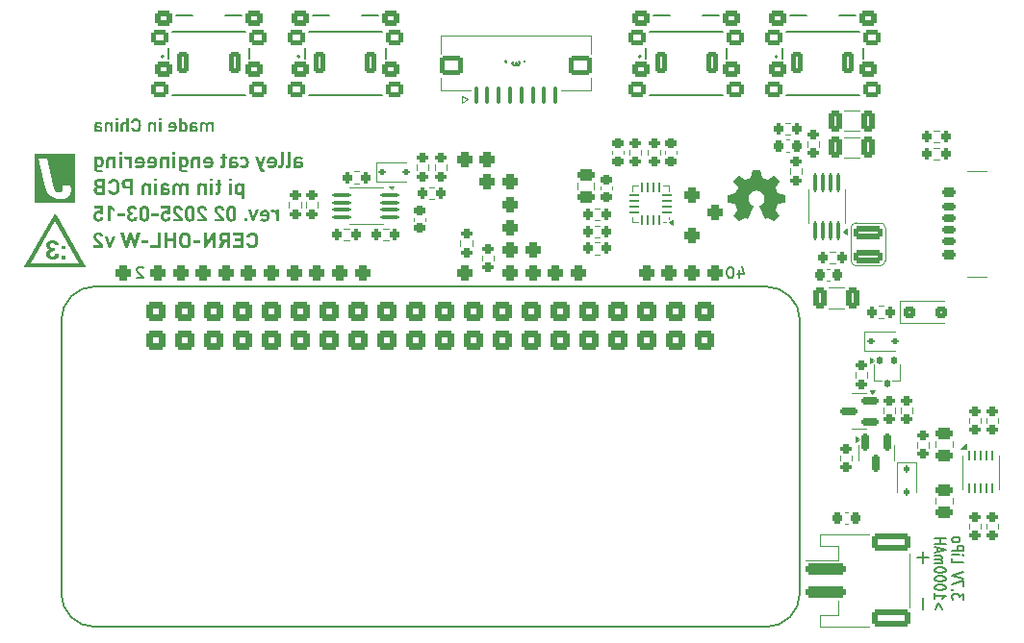
<source format=gbo>
G04 #@! TF.GenerationSoftware,KiCad,Pcbnew,9.0.1-rc2*
G04 #@! TF.CreationDate,2025-04-25T20:52:25-07:00*
G04 #@! TF.ProjectId,mintypcb,6d696e74-7970-4636-922e-6b696361645f,2*
G04 #@! TF.SameCoordinates,Original*
G04 #@! TF.FileFunction,Legend,Bot*
G04 #@! TF.FilePolarity,Positive*
%FSLAX46Y46*%
G04 Gerber Fmt 4.6, Leading zero omitted, Abs format (unit mm)*
G04 Created by KiCad (PCBNEW 9.0.1-rc2) date 2025-04-25 20:52:25*
%MOMM*%
%LPD*%
G01*
G04 APERTURE LIST*
G04 Aperture macros list*
%AMRoundRect*
0 Rectangle with rounded corners*
0 $1 Rounding radius*
0 $2 $3 $4 $5 $6 $7 $8 $9 X,Y pos of 4 corners*
0 Add a 4 corners polygon primitive as box body*
4,1,4,$2,$3,$4,$5,$6,$7,$8,$9,$2,$3,0*
0 Add four circle primitives for the rounded corners*
1,1,$1+$1,$2,$3*
1,1,$1+$1,$4,$5*
1,1,$1+$1,$6,$7*
1,1,$1+$1,$8,$9*
0 Add four rect primitives between the rounded corners*
20,1,$1+$1,$2,$3,$4,$5,0*
20,1,$1+$1,$4,$5,$6,$7,0*
20,1,$1+$1,$6,$7,$8,$9,0*
20,1,$1+$1,$8,$9,$2,$3,0*%
G04 Aperture macros list end*
%ADD10C,0.199194*%
%ADD11C,0.000000*%
%ADD12C,0.150000*%
%ADD13C,0.200000*%
%ADD14C,0.400000*%
%ADD15C,0.127000*%
%ADD16C,0.120000*%
%ADD17RoundRect,0.200000X0.550000X0.450000X-0.550000X0.450000X-0.550000X-0.450000X0.550000X-0.450000X0*%
%ADD18O,2.300000X1.100000*%
%ADD19RoundRect,0.260000X-0.515000X-0.390000X0.515000X-0.390000X0.515000X0.390000X-0.515000X0.390000X0*%
%ADD20RoundRect,0.200000X0.300000X0.750000X-0.300000X0.750000X-0.300000X-0.750000X0.300000X-0.750000X0*%
%ADD21C,4.000000*%
%ADD22C,0.100000*%
%ADD23RoundRect,0.282493X-0.569507X-0.569507X0.569507X-0.569507X0.569507X0.569507X-0.569507X0.569507X0*%
%ADD24C,1.700000*%
%ADD25RoundRect,0.200000X0.200000X0.275000X-0.200000X0.275000X-0.200000X-0.275000X0.200000X-0.275000X0*%
%ADD26RoundRect,0.325000X-0.325000X0.325000X-0.325000X-0.325000X0.325000X-0.325000X0.325000X0.325000X0*%
%ADD27RoundRect,0.325000X0.325000X0.325000X-0.325000X0.325000X-0.325000X-0.325000X0.325000X-0.325000X0*%
%ADD28RoundRect,0.112500X-0.187500X-0.112500X0.187500X-0.112500X0.187500X0.112500X-0.187500X0.112500X0*%
%ADD29RoundRect,0.225000X0.225000X0.250000X-0.225000X0.250000X-0.225000X-0.250000X0.225000X-0.250000X0*%
%ADD30RoundRect,0.100000X0.712500X0.100000X-0.712500X0.100000X-0.712500X-0.100000X0.712500X-0.100000X0*%
%ADD31RoundRect,0.200000X-0.200000X-0.275000X0.200000X-0.275000X0.200000X0.275000X-0.200000X0.275000X0*%
%ADD32RoundRect,0.200000X0.275000X-0.200000X0.275000X0.200000X-0.275000X0.200000X-0.275000X-0.200000X0*%
%ADD33RoundRect,0.250000X0.475000X-0.250000X0.475000X0.250000X-0.475000X0.250000X-0.475000X-0.250000X0*%
%ADD34RoundRect,0.200000X-0.275000X0.200000X-0.275000X-0.200000X0.275000X-0.200000X0.275000X0.200000X0*%
%ADD35RoundRect,0.250000X-0.475000X0.250000X-0.475000X-0.250000X0.475000X-0.250000X0.475000X0.250000X0*%
%ADD36RoundRect,0.225000X-0.250000X0.225000X-0.250000X-0.225000X0.250000X-0.225000X0.250000X0.225000X0*%
%ADD37RoundRect,0.250000X-1.500000X0.250000X-1.500000X-0.250000X1.500000X-0.250000X1.500000X0.250000X0*%
%ADD38RoundRect,0.250001X-1.449999X0.499999X-1.449999X-0.499999X1.449999X-0.499999X1.449999X0.499999X0*%
%ADD39RoundRect,0.250000X0.325000X0.650000X-0.325000X0.650000X-0.325000X-0.650000X0.325000X-0.650000X0*%
%ADD40RoundRect,0.235000X1.040000X-0.352500X1.040000X0.352500X-1.040000X0.352500X-1.040000X-0.352500X0*%
%ADD41C,2.000000*%
%ADD42RoundRect,0.250000X-0.325000X-0.650000X0.325000X-0.650000X0.325000X0.650000X-0.325000X0.650000X0*%
%ADD43RoundRect,0.112500X-0.112500X-0.237500X0.112500X-0.237500X0.112500X0.237500X-0.112500X0.237500X0*%
%ADD44RoundRect,0.100000X0.100000X-0.712500X0.100000X0.712500X-0.100000X0.712500X-0.100000X-0.712500X0*%
%ADD45RoundRect,0.112500X-0.112500X0.187500X-0.112500X-0.187500X0.112500X-0.187500X0.112500X0.187500X0*%
%ADD46RoundRect,0.218750X0.218750X0.256250X-0.218750X0.256250X-0.218750X-0.256250X0.218750X-0.256250X0*%
%ADD47RoundRect,0.062500X-0.062500X0.350000X-0.062500X-0.350000X0.062500X-0.350000X0.062500X0.350000X0*%
%ADD48R,2.350000X1.580000*%
%ADD49RoundRect,0.150000X-0.150000X0.587500X-0.150000X-0.587500X0.150000X-0.587500X0.150000X0.587500X0*%
%ADD50RoundRect,0.100000X-0.100000X-0.650000X0.100000X-0.650000X0.100000X0.650000X-0.100000X0.650000X0*%
%ADD51RoundRect,0.200000X-0.800000X-0.650000X0.800000X-0.650000X0.800000X0.650000X-0.800000X0.650000X0*%
%ADD52C,1.300000*%
%ADD53RoundRect,0.150000X0.587500X0.150000X-0.587500X0.150000X-0.587500X-0.150000X0.587500X-0.150000X0*%
%ADD54RoundRect,0.062500X0.062500X-0.350000X0.062500X0.350000X-0.062500X0.350000X-0.062500X-0.350000X0*%
%ADD55RoundRect,0.062500X0.350000X-0.062500X0.350000X0.062500X-0.350000X0.062500X-0.350000X-0.062500X0*%
%ADD56R,1.230000X1.230000*%
%ADD57RoundRect,0.225000X0.250000X-0.225000X0.250000X0.225000X-0.250000X0.225000X-0.250000X-0.225000X0*%
%ADD58RoundRect,0.250000X-0.300000X-0.300000X0.300000X-0.300000X0.300000X0.300000X-0.300000X0.300000X0*%
%ADD59RoundRect,0.175000X-0.425000X0.175000X-0.425000X-0.175000X0.425000X-0.175000X0.425000X0.175000X0*%
%ADD60RoundRect,0.190000X0.410000X-0.190000X0.410000X0.190000X-0.410000X0.190000X-0.410000X-0.190000X0*%
%ADD61RoundRect,0.200000X0.400000X-0.200000X0.400000X0.200000X-0.400000X0.200000X-0.400000X-0.200000X0*%
%ADD62RoundRect,0.175000X0.425000X-0.175000X0.425000X0.175000X-0.425000X0.175000X-0.425000X-0.175000X0*%
%ADD63RoundRect,0.190000X-0.410000X0.190000X-0.410000X-0.190000X0.410000X-0.190000X0.410000X0.190000X0*%
%ADD64RoundRect,0.200000X-0.400000X0.200000X-0.400000X-0.200000X0.400000X-0.200000X0.400000X0.200000X0*%
%ADD65O,1.700000X1.000000*%
G04 APERTURE END LIST*
D10*
X92638217Y-55434019D02*
X92635763Y-55434564D01*
X93745875Y-55664187D02*
X93759369Y-55648936D01*
X93474710Y-55619018D02*
X93477125Y-55614697D01*
X93396443Y-55701786D02*
X93400027Y-55699712D01*
X92647504Y-55332152D02*
X92648901Y-55336520D01*
X93673965Y-55712269D02*
X93679580Y-55712470D01*
X93373763Y-55710073D02*
X93375690Y-55710007D01*
X92620976Y-55311057D02*
X92626662Y-55317923D01*
X93275244Y-55672605D02*
X93279216Y-55676940D01*
X93819143Y-55528556D02*
X93820527Y-55520324D01*
X93202745Y-55467725D02*
X93201579Y-55477071D01*
X92615408Y-55305869D02*
X92616212Y-55306519D01*
X93700706Y-55709102D02*
X93704198Y-55706518D01*
X93200374Y-55521809D02*
X93201159Y-55530036D01*
X93216282Y-55408712D02*
X93214997Y-55412727D01*
X92619770Y-55432916D02*
X92615797Y-55431673D01*
X92593835Y-55412716D02*
X92592883Y-55410964D01*
X93449762Y-55654946D02*
X93453285Y-55650512D01*
X94307069Y-55374991D02*
X94307159Y-55376341D01*
X92636591Y-55316403D02*
X92638380Y-55318058D01*
X93392932Y-55703676D02*
X93396443Y-55701786D01*
X92592235Y-55374358D02*
X92593556Y-55366199D01*
X92650344Y-55341683D02*
X92651831Y-55347636D01*
X92656581Y-55400166D02*
X92655887Y-55404906D01*
X93279216Y-55676940D02*
X93282361Y-55679395D01*
X93791996Y-55607305D02*
X93795583Y-55600756D01*
X92662760Y-55454664D02*
X92659772Y-55457711D01*
X93217751Y-55403952D02*
X93216282Y-55408712D01*
X93813970Y-55472752D02*
X93813541Y-55474342D01*
X93809982Y-55397458D02*
X93811206Y-55401490D01*
X93788268Y-55613307D02*
X93791996Y-55607305D01*
X92653362Y-55354375D02*
X92654936Y-55361896D01*
X92638380Y-55318058D02*
X92640143Y-55319852D01*
X92644848Y-55429945D02*
X92643658Y-55431073D01*
X92590924Y-55405814D02*
X92590566Y-55403771D01*
X92648901Y-55336520D02*
X92650344Y-55341683D01*
X93199949Y-55513281D02*
X93200374Y-55521809D01*
X93587907Y-55632022D02*
X93595202Y-55647973D01*
X92610352Y-55309789D02*
X92611316Y-55308654D01*
X93383079Y-55708079D02*
X93386225Y-55706839D01*
X93635373Y-55704847D02*
X93640020Y-55706427D01*
X93814696Y-55468893D02*
X93814355Y-55470941D01*
X93201159Y-55530036D02*
X93202322Y-55537915D01*
X93811206Y-55401490D02*
X93812278Y-55405570D01*
X92632935Y-55313514D02*
X92634775Y-55314888D01*
X93645143Y-55707864D02*
X93650631Y-55709139D01*
X92621354Y-55308243D02*
X92623348Y-55308765D01*
X92623348Y-55308765D02*
X92625316Y-55309430D01*
X92665524Y-55451654D02*
X92662760Y-55454664D01*
X92650008Y-55422863D02*
X92649082Y-55424463D01*
X93821446Y-55472481D02*
X93820027Y-55462840D01*
X92634775Y-55314888D02*
X92636591Y-55316403D01*
X93815757Y-55454564D02*
X93815628Y-55458026D01*
X94305403Y-55386370D02*
X94304968Y-55387061D01*
X93821611Y-55512302D02*
X93822381Y-55504561D01*
X93602198Y-55662346D02*
X93608807Y-55674910D01*
X94304020Y-55359497D02*
X94304562Y-55361535D01*
X92657284Y-55390032D02*
X92657047Y-55395201D01*
X92590566Y-55403771D02*
X92590331Y-55401418D01*
X92602253Y-55426016D02*
X92597181Y-55423469D01*
X92651831Y-55347636D02*
X92653362Y-55354375D01*
X93807063Y-55389455D02*
X93808602Y-55393453D01*
X93805362Y-55385442D02*
X93807063Y-55389455D01*
X93270744Y-55666981D02*
X93275244Y-55672605D01*
X92624572Y-55347713D02*
X92605759Y-55411002D01*
X93542811Y-55516224D02*
X93557505Y-55557101D01*
X93205886Y-55449002D02*
X93204185Y-55458353D01*
X92679223Y-55428156D02*
X92678354Y-55431094D01*
X93704198Y-55706518D02*
X93708569Y-55702759D01*
X93483454Y-55600609D02*
X93485716Y-55592798D01*
X92615797Y-55431673D02*
X92611556Y-55430112D01*
X92643213Y-55340815D02*
X92652576Y-55355195D01*
X93435130Y-55671712D02*
X93438839Y-55667707D01*
X92619335Y-55307865D02*
X92621354Y-55308243D01*
X92590331Y-55401418D02*
X92590211Y-55395879D01*
X93386225Y-55706839D02*
X93389518Y-55705366D01*
X93781619Y-55622261D02*
X93785427Y-55617290D01*
X93212402Y-55421534D02*
X93210009Y-55430547D01*
X92596151Y-55416263D02*
X92594926Y-55414483D01*
D11*
G36*
X55616642Y-73335611D02*
G01*
X55621205Y-73344113D01*
X55625159Y-73352815D01*
X55628506Y-73361689D01*
X55631243Y-73370702D01*
X55633373Y-73379825D01*
X55634894Y-73389029D01*
X55635806Y-73398282D01*
X55636110Y-73407555D01*
X55635806Y-73416818D01*
X55634894Y-73426039D01*
X55633373Y-73435190D01*
X55631243Y-73444240D01*
X55628506Y-73453159D01*
X55625159Y-73461917D01*
X55621205Y-73470483D01*
X55616642Y-73478828D01*
X55614146Y-73482971D01*
X55611527Y-73487008D01*
X55608789Y-73490936D01*
X55605936Y-73494755D01*
X55602969Y-73498462D01*
X55599893Y-73502056D01*
X55596710Y-73505535D01*
X55593425Y-73508898D01*
X55590040Y-73512143D01*
X55586559Y-73515268D01*
X55582984Y-73518272D01*
X55579320Y-73521153D01*
X55575569Y-73523910D01*
X55571735Y-73526540D01*
X55567821Y-73529043D01*
X55563830Y-73531416D01*
X55559766Y-73533658D01*
X55555632Y-73535767D01*
X55551431Y-73537742D01*
X55547166Y-73539580D01*
X55542841Y-73541281D01*
X55538459Y-73542843D01*
X55534023Y-73544264D01*
X55529537Y-73545542D01*
X55525003Y-73546676D01*
X55520426Y-73547664D01*
X55515807Y-73548504D01*
X55511152Y-73549196D01*
X55506462Y-73549736D01*
X55501742Y-73550124D01*
X55496994Y-73550359D01*
X55492222Y-73550437D01*
X50411585Y-73550437D01*
X50402065Y-73550115D01*
X50392655Y-73549159D01*
X50383382Y-73547587D01*
X50374271Y-73545416D01*
X50365348Y-73542663D01*
X50356641Y-73539344D01*
X50348175Y-73535478D01*
X50339977Y-73531080D01*
X50332072Y-73526169D01*
X50324487Y-73520760D01*
X50317249Y-73514872D01*
X50310382Y-73508521D01*
X50303915Y-73501723D01*
X50297872Y-73494498D01*
X50292280Y-73486860D01*
X50287166Y-73478828D01*
X50282603Y-73470326D01*
X50278648Y-73461623D01*
X50275302Y-73452750D01*
X50272564Y-73443737D01*
X50270435Y-73434614D01*
X50268914Y-73425410D01*
X50268001Y-73416157D01*
X50267697Y-73406884D01*
X50268001Y-73397621D01*
X50268914Y-73388399D01*
X50270435Y-73379248D01*
X50272564Y-73370198D01*
X50275302Y-73361279D01*
X50278648Y-73352522D01*
X50282603Y-73343955D01*
X50287166Y-73335611D01*
X50375276Y-73182986D01*
X50799570Y-73182986D01*
X55104246Y-73182986D01*
X52951903Y-69454688D01*
X50799570Y-73182986D01*
X50375276Y-73182986D01*
X52827484Y-68935257D01*
X52829979Y-68931114D01*
X52832598Y-68927077D01*
X52835336Y-68923149D01*
X52838190Y-68919330D01*
X52841156Y-68915623D01*
X52844233Y-68912029D01*
X52847415Y-68908550D01*
X52850700Y-68905187D01*
X52854085Y-68901942D01*
X52857567Y-68898817D01*
X52861141Y-68895813D01*
X52864805Y-68892932D01*
X52868556Y-68890175D01*
X52872390Y-68887545D01*
X52876304Y-68885042D01*
X52880295Y-68882669D01*
X52884359Y-68880427D01*
X52888493Y-68878318D01*
X52892694Y-68876344D01*
X52896959Y-68874505D01*
X52901284Y-68872804D01*
X52905666Y-68871242D01*
X52910102Y-68869821D01*
X52914589Y-68868543D01*
X52919122Y-68867409D01*
X52923700Y-68866421D01*
X52928318Y-68865581D01*
X52932973Y-68864890D01*
X52937663Y-68864349D01*
X52942383Y-68863961D01*
X52947131Y-68863727D01*
X52951903Y-68863648D01*
X52961424Y-68863971D01*
X52970834Y-68864926D01*
X52980107Y-68866498D01*
X52989218Y-68868669D01*
X52998141Y-68871423D01*
X53006848Y-68874741D01*
X53015314Y-68878607D01*
X53023512Y-68883005D01*
X53031417Y-68887916D01*
X53039002Y-68893325D01*
X53046240Y-68899213D01*
X53053107Y-68905564D01*
X53059574Y-68912362D01*
X53065617Y-68919587D01*
X53071209Y-68927225D01*
X53076324Y-68935257D01*
X55528532Y-73182986D01*
X55616642Y-73335611D01*
G37*
D10*
X92640143Y-55319852D02*
X92641881Y-55321785D01*
X92652576Y-55355195D02*
X92657201Y-55362758D01*
X93410960Y-55692560D02*
X93414582Y-55689920D01*
X93342871Y-55704048D02*
X93350263Y-55706059D01*
X93719421Y-55692334D02*
X93732208Y-55679065D01*
X93421646Y-55684358D02*
X93425037Y-55681470D01*
X93202322Y-55537915D02*
X93203875Y-55545399D01*
X93249378Y-55635147D02*
X93260543Y-55652575D01*
X93217737Y-55578948D02*
X93227210Y-55596911D01*
X93516304Y-55441931D02*
X93517974Y-55436939D01*
D12*
X129300000Y-98600000D02*
X129300000Y-99600000D01*
D10*
X92619135Y-55309111D02*
X92619785Y-55309760D01*
X93286645Y-55682053D02*
X93291909Y-55684861D01*
X92598837Y-55341500D02*
X92600888Y-55333843D01*
X92656591Y-55373521D02*
X92657058Y-55379170D01*
X93626582Y-55700383D02*
X93627961Y-55701326D01*
X92654967Y-55409399D02*
X92653825Y-55413623D01*
X92594926Y-55414483D02*
X92593835Y-55412716D01*
X93291909Y-55684861D02*
X93297994Y-55687762D01*
X92647071Y-55427393D02*
X92645986Y-55428718D01*
X93808602Y-55393453D02*
X93809982Y-55397458D01*
X94304562Y-55361535D02*
X94305052Y-55363491D01*
X92640433Y-55433195D02*
X92638217Y-55434019D01*
X94305879Y-55367158D02*
X94306217Y-55368874D01*
X93214997Y-55412727D02*
X93212402Y-55421534D01*
X92592883Y-55410964D02*
X92592077Y-55409228D01*
X93810899Y-55562212D02*
X93813337Y-55553827D01*
X92653825Y-55413623D02*
X92652461Y-55417556D01*
X93418153Y-55687181D02*
X93421646Y-55684358D01*
X92580238Y-55413768D02*
X92624884Y-55357745D01*
X93438839Y-55667707D02*
X93442524Y-55663564D01*
X94306677Y-55383071D02*
X94306429Y-55383979D01*
X93210356Y-55563651D02*
X93217737Y-55578948D01*
X93204185Y-55458353D02*
X93202745Y-55467725D01*
D11*
G36*
X52771587Y-71141630D02*
G01*
X52801637Y-71143035D01*
X52830905Y-71145381D01*
X52859383Y-71148672D01*
X52887064Y-71152911D01*
X52913941Y-71158101D01*
X52940007Y-71164246D01*
X52965257Y-71171349D01*
X52989682Y-71179413D01*
X53013275Y-71188443D01*
X53036031Y-71198442D01*
X53057942Y-71209412D01*
X53079001Y-71221358D01*
X53099202Y-71234282D01*
X53118537Y-71248189D01*
X53137000Y-71263082D01*
X53154914Y-71278799D01*
X53171729Y-71295183D01*
X53187445Y-71312240D01*
X53202062Y-71329976D01*
X53215581Y-71348400D01*
X53228000Y-71367518D01*
X53239320Y-71387336D01*
X53249541Y-71407861D01*
X53258663Y-71429102D01*
X53266686Y-71451063D01*
X53273610Y-71473752D01*
X53279435Y-71497177D01*
X53284161Y-71521343D01*
X53287787Y-71546258D01*
X53290315Y-71571928D01*
X53291744Y-71598361D01*
X52933018Y-71598361D01*
X52932386Y-71586656D01*
X52931370Y-71575277D01*
X52929968Y-71564221D01*
X52928182Y-71553484D01*
X52926012Y-71543063D01*
X52923457Y-71532955D01*
X52920517Y-71523156D01*
X52917192Y-71513662D01*
X52913483Y-71504471D01*
X52909389Y-71495578D01*
X52904910Y-71486981D01*
X52900047Y-71478676D01*
X52894799Y-71470660D01*
X52889167Y-71462928D01*
X52883149Y-71455478D01*
X52876747Y-71448306D01*
X52869603Y-71441905D01*
X52862236Y-71435892D01*
X52854641Y-71430270D01*
X52846817Y-71425043D01*
X52838759Y-71420215D01*
X52830464Y-71415788D01*
X52821929Y-71411767D01*
X52813150Y-71408155D01*
X52804123Y-71404954D01*
X52794846Y-71402169D01*
X52785315Y-71399804D01*
X52775526Y-71397860D01*
X52765476Y-71396343D01*
X52755162Y-71395255D01*
X52744580Y-71394599D01*
X52733726Y-71394380D01*
X52722846Y-71394599D01*
X52712189Y-71395255D01*
X52701760Y-71396343D01*
X52691560Y-71397860D01*
X52681593Y-71399804D01*
X52671864Y-71402169D01*
X52662375Y-71404954D01*
X52653130Y-71408155D01*
X52644132Y-71411767D01*
X52635385Y-71415788D01*
X52626892Y-71420215D01*
X52618657Y-71425043D01*
X52610683Y-71430270D01*
X52602973Y-71435892D01*
X52595531Y-71441905D01*
X52588360Y-71448306D01*
X52581546Y-71455424D01*
X52575172Y-71462717D01*
X52569237Y-71470196D01*
X52563742Y-71477870D01*
X52558686Y-71485751D01*
X52554070Y-71493848D01*
X52549894Y-71502171D01*
X52546157Y-71510731D01*
X52542860Y-71519539D01*
X52540002Y-71528605D01*
X52537584Y-71537938D01*
X52535606Y-71547549D01*
X52534067Y-71557449D01*
X52532968Y-71567648D01*
X52532309Y-71578156D01*
X52532089Y-71588983D01*
X52532446Y-71603709D01*
X52533513Y-71617993D01*
X52535288Y-71631830D01*
X52537768Y-71645217D01*
X52540947Y-71658151D01*
X52544824Y-71670628D01*
X52547023Y-71676694D01*
X52549395Y-71682644D01*
X52551940Y-71688479D01*
X52554656Y-71694197D01*
X52557545Y-71699799D01*
X52560604Y-71705283D01*
X52563835Y-71710650D01*
X52567236Y-71715899D01*
X52570807Y-71721029D01*
X52574547Y-71726040D01*
X52578457Y-71730932D01*
X52582535Y-71735704D01*
X52586782Y-71740356D01*
X52591196Y-71744888D01*
X52595778Y-71749298D01*
X52600527Y-71753587D01*
X52610525Y-71761798D01*
X52621185Y-71769518D01*
X52632725Y-71777184D01*
X52645363Y-71784355D01*
X52659101Y-71791032D01*
X52673938Y-71797214D01*
X52689874Y-71802901D01*
X52706910Y-71808094D01*
X52725044Y-71812793D01*
X52744277Y-71816996D01*
X52764609Y-71820706D01*
X52786040Y-71823920D01*
X52808570Y-71826640D01*
X52832200Y-71828866D01*
X52856928Y-71830597D01*
X52882755Y-71831833D01*
X52937707Y-71832822D01*
X52937707Y-72107142D01*
X52914261Y-72107142D01*
X52887966Y-72107363D01*
X52862712Y-72108026D01*
X52838495Y-72109136D01*
X52815311Y-72110696D01*
X52793158Y-72112709D01*
X52772032Y-72115179D01*
X52751930Y-72118109D01*
X52732847Y-72121503D01*
X52714781Y-72125364D01*
X52697728Y-72129695D01*
X52681685Y-72134501D01*
X52666648Y-72139784D01*
X52652614Y-72145547D01*
X52639580Y-72151795D01*
X52627541Y-72158531D01*
X52616495Y-72165758D01*
X52606687Y-72173066D01*
X52597487Y-72180924D01*
X52588898Y-72189332D01*
X52580923Y-72198289D01*
X52573567Y-72207796D01*
X52566833Y-72217852D01*
X52560723Y-72228458D01*
X52555242Y-72239613D01*
X52550394Y-72251318D01*
X52546180Y-72263572D01*
X52542605Y-72276376D01*
X52539673Y-72289729D01*
X52537386Y-72303632D01*
X52535748Y-72318084D01*
X52534763Y-72333086D01*
X52534434Y-72348637D01*
X52534654Y-72360809D01*
X52535318Y-72372706D01*
X52536428Y-72384329D01*
X52537988Y-72395676D01*
X52540001Y-72406749D01*
X52542471Y-72417547D01*
X52545401Y-72428070D01*
X52548795Y-72438319D01*
X52552656Y-72448292D01*
X52556987Y-72457991D01*
X52561792Y-72467416D01*
X52567075Y-72476565D01*
X52572839Y-72485440D01*
X52579087Y-72494040D01*
X52585823Y-72502365D01*
X52593049Y-72510416D01*
X52600660Y-72517669D01*
X52608541Y-72524479D01*
X52616691Y-72530842D01*
X52625104Y-72536756D01*
X52633779Y-72542216D01*
X52642712Y-72547220D01*
X52651899Y-72551763D01*
X52661336Y-72555843D01*
X52671021Y-72559455D01*
X52680949Y-72562597D01*
X52691118Y-72565265D01*
X52701524Y-72567456D01*
X52712164Y-72569166D01*
X52723033Y-72570391D01*
X52734130Y-72571129D01*
X52745449Y-72571376D01*
X52757594Y-72571156D01*
X52769408Y-72570497D01*
X52780893Y-72569397D01*
X52792048Y-72567859D01*
X52802874Y-72565881D01*
X52813370Y-72563463D01*
X52823536Y-72560605D01*
X52833372Y-72557308D01*
X52842879Y-72553571D01*
X52852056Y-72549395D01*
X52860903Y-72544779D01*
X52869421Y-72539723D01*
X52877608Y-72534228D01*
X52885466Y-72528293D01*
X52892995Y-72521919D01*
X52900194Y-72515105D01*
X52906595Y-72507879D01*
X52912613Y-72500268D01*
X52918245Y-72492272D01*
X52923493Y-72483892D01*
X52928356Y-72475127D01*
X52932835Y-72465978D01*
X52936929Y-72456444D01*
X52940638Y-72446525D01*
X52943963Y-72436221D01*
X52946903Y-72425533D01*
X52949458Y-72414461D01*
X52951629Y-72403003D01*
X52953415Y-72391161D01*
X52954816Y-72378934D01*
X52955832Y-72366323D01*
X52956464Y-72353327D01*
X53312845Y-72353327D01*
X53312845Y-72362705D01*
X53312296Y-72391280D01*
X53310647Y-72418976D01*
X53307900Y-72445792D01*
X53304053Y-72471730D01*
X53299107Y-72496788D01*
X53293063Y-72520966D01*
X53285919Y-72544266D01*
X53277676Y-72566686D01*
X53268334Y-72588227D01*
X53257894Y-72608889D01*
X53246354Y-72628672D01*
X53233715Y-72647575D01*
X53219977Y-72665600D01*
X53205140Y-72682745D01*
X53189204Y-72699010D01*
X53172169Y-72714397D01*
X53154118Y-72728877D01*
X53135136Y-72742422D01*
X53115227Y-72755034D01*
X53094394Y-72766711D01*
X53072640Y-72777454D01*
X53049970Y-72787263D01*
X53026385Y-72796138D01*
X53001891Y-72804078D01*
X52976490Y-72811085D01*
X52950186Y-72817157D01*
X52922982Y-72822295D01*
X52894882Y-72826499D01*
X52865888Y-72829768D01*
X52836005Y-72832104D01*
X52805236Y-72833505D01*
X52773585Y-72833972D01*
X52741823Y-72833450D01*
X52710724Y-72831879D01*
X52680292Y-72829258D01*
X52650529Y-72825583D01*
X52621439Y-72820850D01*
X52593027Y-72815055D01*
X52565294Y-72808196D01*
X52538244Y-72800268D01*
X52511881Y-72791269D01*
X52486209Y-72781196D01*
X52461231Y-72770043D01*
X52436949Y-72757809D01*
X52413369Y-72744489D01*
X52390492Y-72730081D01*
X52368323Y-72714581D01*
X52346865Y-72697985D01*
X52326010Y-72680565D01*
X52306526Y-72662596D01*
X52288408Y-72644077D01*
X52271654Y-72625009D01*
X52256260Y-72605391D01*
X52242223Y-72585224D01*
X52229539Y-72564507D01*
X52218204Y-72543240D01*
X52208216Y-72521424D01*
X52199571Y-72499059D01*
X52192265Y-72476144D01*
X52186296Y-72452680D01*
X52181658Y-72428666D01*
X52178350Y-72404102D01*
X52176368Y-72378989D01*
X52175708Y-72353327D01*
X52176038Y-72335467D01*
X52177027Y-72317938D01*
X52178676Y-72300738D01*
X52180984Y-72283868D01*
X52183951Y-72267327D01*
X52187578Y-72251116D01*
X52191864Y-72235235D01*
X52196810Y-72219684D01*
X52202415Y-72204462D01*
X52208679Y-72189570D01*
X52215603Y-72175008D01*
X52223187Y-72160775D01*
X52231429Y-72146872D01*
X52240332Y-72133299D01*
X52249893Y-72120056D01*
X52260114Y-72107142D01*
X52270967Y-72094613D01*
X52282420Y-72082519D01*
X52294471Y-72070858D01*
X52307116Y-72059627D01*
X52320352Y-72048822D01*
X52334176Y-72038439D01*
X52348583Y-72028475D01*
X52363570Y-72018926D01*
X52379135Y-72009790D01*
X52395273Y-72001062D01*
X52411981Y-71992740D01*
X52429256Y-71984819D01*
X52447094Y-71977297D01*
X52465492Y-71970170D01*
X52484447Y-71963435D01*
X52503954Y-71957087D01*
X52484474Y-71950768D01*
X52465602Y-71944118D01*
X52447342Y-71937139D01*
X52429696Y-71929831D01*
X52412668Y-71922193D01*
X52396262Y-71914224D01*
X52380481Y-71905927D01*
X52365329Y-71897299D01*
X52350808Y-71888342D01*
X52336923Y-71879055D01*
X52323677Y-71869439D01*
X52311073Y-71859492D01*
X52299115Y-71849216D01*
X52287805Y-71838611D01*
X52277149Y-71827675D01*
X52267148Y-71816410D01*
X52257779Y-71804402D01*
X52249014Y-71792112D01*
X52240854Y-71779534D01*
X52233298Y-71766661D01*
X52226346Y-71753485D01*
X52220000Y-71740000D01*
X52214257Y-71726199D01*
X52209119Y-71712075D01*
X52204586Y-71697622D01*
X52200657Y-71682831D01*
X52197332Y-71667698D01*
X52194612Y-71652214D01*
X52192496Y-71636373D01*
X52190985Y-71620168D01*
X52190078Y-71603592D01*
X52189776Y-71586638D01*
X52190354Y-71563146D01*
X52192089Y-71540149D01*
X52194984Y-71517646D01*
X52199045Y-71495638D01*
X52204272Y-71474124D01*
X52210671Y-71453105D01*
X52218245Y-71432581D01*
X52226997Y-71412551D01*
X52236930Y-71393015D01*
X52248048Y-71373974D01*
X52260354Y-71355428D01*
X52273852Y-71337376D01*
X52288545Y-71319819D01*
X52304437Y-71302757D01*
X52321531Y-71286189D01*
X52339831Y-71270115D01*
X52359119Y-71254371D01*
X52379177Y-71239667D01*
X52400003Y-71226001D01*
X52421599Y-71213368D01*
X52443965Y-71201766D01*
X52467100Y-71191191D01*
X52491004Y-71181639D01*
X52515677Y-71173107D01*
X52541120Y-71165592D01*
X52567332Y-71159090D01*
X52594313Y-71153598D01*
X52622064Y-71149112D01*
X52650584Y-71145628D01*
X52679873Y-71143145D01*
X52709932Y-71141657D01*
X52740760Y-71141162D01*
X52771587Y-71141630D01*
G37*
D10*
X92643593Y-55323856D02*
X92644215Y-55324734D01*
X93238012Y-55616118D02*
X93249378Y-55635147D01*
X93485716Y-55592798D02*
X93490521Y-55572280D01*
X92678354Y-55431094D02*
X92677239Y-55434019D01*
X92677239Y-55434019D02*
X92675880Y-55436938D01*
X93820527Y-55520324D02*
X93821611Y-55512302D01*
X92665869Y-55378118D02*
X92669724Y-55385708D01*
X93820027Y-55462840D02*
X93818253Y-55452893D01*
X93815746Y-55432268D02*
X93815866Y-55437286D01*
X93327377Y-55699201D02*
X93335189Y-55701743D01*
X92620399Y-55310408D02*
X92620692Y-55310733D01*
X94306217Y-55368874D02*
X94306505Y-55370514D01*
X92634692Y-55448319D02*
X92629379Y-55444927D01*
X93815866Y-55437286D02*
X93815898Y-55442151D01*
X92626928Y-55434472D02*
X92623479Y-55433848D01*
X93795583Y-55600756D02*
X93799015Y-55593728D01*
X92668061Y-55448675D02*
X92665524Y-55451654D01*
X92680319Y-55419210D02*
X92680296Y-55420720D01*
X93818253Y-55452893D02*
X93816202Y-55442802D01*
X92676008Y-55400196D02*
X92678250Y-55406887D01*
X92613125Y-55307601D02*
X92615220Y-55307544D01*
X93814993Y-55466593D02*
X93814696Y-55468893D01*
X92590211Y-55395879D02*
X92590518Y-55389393D01*
X93796846Y-55368812D02*
X93799239Y-55373098D01*
X92645986Y-55428718D02*
X92644848Y-55429945D01*
X94306931Y-55373570D02*
X94307069Y-55374991D01*
X93472104Y-55623424D02*
X93474710Y-55619018D01*
X94305792Y-55385627D02*
X94305403Y-55386370D01*
X92669724Y-55385708D02*
X92673135Y-55393102D01*
X93817474Y-55536929D02*
X93819143Y-55528556D01*
X92655887Y-55404906D02*
X92654967Y-55409399D01*
X92651092Y-55457873D02*
X92645594Y-55454807D01*
X92641881Y-55321785D02*
X92643593Y-55323856D01*
X92624219Y-55441458D02*
X92619255Y-55437926D01*
X93428301Y-55678531D02*
X93431413Y-55675559D01*
X93357207Y-55707723D02*
X93363544Y-55708983D01*
X93785427Y-55617290D02*
X93788268Y-55613307D01*
X93500644Y-55519980D02*
X93510267Y-55468522D01*
X92657201Y-55362758D02*
X92661663Y-55370433D01*
X93713688Y-55697979D02*
X93719421Y-55692334D01*
X92675880Y-55436938D02*
X92674280Y-55439857D01*
X94292000Y-55320743D02*
X94296708Y-55335611D01*
X93822436Y-55481652D02*
X93821446Y-55472481D01*
X93523393Y-55455870D02*
X93529398Y-55475550D01*
X92611556Y-55430112D02*
X92607043Y-55428229D01*
X93203875Y-55545399D02*
X93205833Y-55552444D01*
X93210009Y-55430547D02*
X93207832Y-55439718D01*
X93304742Y-55690702D02*
X93311995Y-55693626D01*
X94306429Y-55383979D02*
X94306134Y-55384830D01*
X93809131Y-55413291D02*
X93796846Y-55368812D01*
X93814355Y-55470941D02*
X93813970Y-55472752D01*
X93620507Y-55693680D02*
X93625421Y-55699420D01*
X92614535Y-55434346D02*
X92610102Y-55430733D01*
X93400027Y-55699712D02*
X93403657Y-55697472D01*
X93431413Y-55675559D02*
X93435130Y-55671712D01*
X92629176Y-55311188D02*
X92631068Y-55312280D01*
X92617290Y-55307632D02*
X92619335Y-55307865D01*
X92646153Y-55328582D02*
X92647504Y-55332152D01*
X92606002Y-55427103D02*
X92602280Y-55423472D01*
X92600888Y-55333843D02*
X92603010Y-55326799D01*
X92640112Y-55451617D02*
X92634692Y-55448319D01*
X94251955Y-55326618D02*
X94284012Y-55380225D01*
X93529398Y-55475550D02*
X93542811Y-55516224D01*
X93811682Y-55478375D02*
X93811370Y-55478782D01*
X93813984Y-55413963D02*
X93814625Y-55418317D01*
X93297994Y-55687762D02*
X93304742Y-55690702D01*
X93311995Y-55693626D02*
X93319592Y-55696477D01*
X93640020Y-55706427D02*
X93645143Y-55707864D01*
X93201579Y-55477071D02*
X93200701Y-55486346D01*
X94306743Y-55372079D02*
X94306931Y-55373570D01*
X93759369Y-55648936D02*
X93771635Y-55634549D01*
X92680296Y-55420720D02*
X92680208Y-55422221D01*
X93801453Y-55377285D02*
X93803493Y-55381392D01*
X92597181Y-55423469D02*
X92591825Y-55420583D01*
X92643658Y-55431073D02*
X92642416Y-55432098D01*
X94307134Y-55379990D02*
X94307030Y-55381078D01*
X92679766Y-55413074D02*
X92680002Y-55414624D01*
D11*
G36*
X53837648Y-72798803D02*
G01*
X53542227Y-72798803D01*
X53542227Y-72484625D01*
X53837648Y-72484625D01*
X53837648Y-72798803D01*
G37*
D10*
X93595202Y-55647973D02*
X93602198Y-55662346D01*
X93608807Y-55674910D02*
X93614939Y-55685432D01*
X93199872Y-55504497D02*
X93199949Y-55513281D01*
X93822921Y-55490192D02*
X93822436Y-55481652D01*
X92661663Y-55370433D02*
X92665869Y-55378118D01*
X92631068Y-55312280D02*
X92632935Y-55313514D01*
X93684882Y-55712403D02*
X93689759Y-55712051D01*
X94305491Y-55365364D02*
X94305879Y-55367158D01*
X92680173Y-55416163D02*
X92680278Y-55417692D01*
X93815459Y-55461174D02*
X93815247Y-55464025D01*
X92591422Y-55407511D02*
X92590924Y-55405814D01*
D11*
G36*
X114994906Y-64945688D02*
G01*
X114996339Y-64945795D01*
X114997766Y-64945971D01*
X114999183Y-64946214D01*
X115000588Y-64946522D01*
X115001981Y-64946894D01*
X115003358Y-64947328D01*
X115004717Y-64947822D01*
X115006057Y-64948375D01*
X115007375Y-64948984D01*
X115009937Y-64950366D01*
X115012385Y-64951952D01*
X115014704Y-64953731D01*
X115016875Y-64955686D01*
X115018882Y-64957805D01*
X115020707Y-64960072D01*
X115021547Y-64961258D01*
X115022334Y-64962475D01*
X115023068Y-64963723D01*
X115023746Y-64964999D01*
X115024365Y-64966302D01*
X115024925Y-64967629D01*
X115025422Y-64968980D01*
X115025854Y-64970353D01*
X115026220Y-64971745D01*
X115026517Y-64973155D01*
X115145880Y-65614604D01*
X115146548Y-65617452D01*
X115147465Y-65620309D01*
X115148615Y-65623157D01*
X115149983Y-65625978D01*
X115151552Y-65628752D01*
X115153308Y-65631462D01*
X115155232Y-65634088D01*
X115157311Y-65636612D01*
X115159528Y-65639016D01*
X115161866Y-65641280D01*
X115164311Y-65643386D01*
X115166846Y-65645316D01*
X115169456Y-65647050D01*
X115172123Y-65648571D01*
X115174833Y-65649859D01*
X115177570Y-65650896D01*
X115607529Y-65826886D01*
X115610207Y-65828062D01*
X115613045Y-65829044D01*
X115616019Y-65829834D01*
X115619105Y-65830434D01*
X115622276Y-65830846D01*
X115625508Y-65831070D01*
X115628776Y-65831109D01*
X115632056Y-65830965D01*
X115635321Y-65830640D01*
X115638549Y-65830134D01*
X115641712Y-65829450D01*
X115644787Y-65828589D01*
X115647749Y-65827554D01*
X115650573Y-65826345D01*
X115653233Y-65824965D01*
X115655705Y-65823416D01*
X116191560Y-65455666D01*
X116192771Y-65454879D01*
X116194017Y-65454154D01*
X116195297Y-65453490D01*
X116196606Y-65452887D01*
X116197944Y-65452344D01*
X116199305Y-65451861D01*
X116202092Y-65451075D01*
X116204945Y-65450527D01*
X116207843Y-65450215D01*
X116210762Y-65450136D01*
X116213682Y-65450290D01*
X116216580Y-65450673D01*
X116219434Y-65451285D01*
X116222223Y-65452122D01*
X116224925Y-65453183D01*
X116227517Y-65454466D01*
X116228765Y-65455190D01*
X116229977Y-65455969D01*
X116231151Y-65456802D01*
X116232285Y-65457690D01*
X116233374Y-65458632D01*
X116234417Y-65459627D01*
X116685767Y-65910939D01*
X116686759Y-65911985D01*
X116687697Y-65913078D01*
X116688583Y-65914214D01*
X116689414Y-65915391D01*
X116690191Y-65916606D01*
X116690914Y-65917857D01*
X116691582Y-65919140D01*
X116692195Y-65920453D01*
X116692753Y-65921793D01*
X116693255Y-65923157D01*
X116694092Y-65925948D01*
X116694705Y-65928804D01*
X116695090Y-65931702D01*
X116695245Y-65934622D01*
X116695169Y-65937540D01*
X116694859Y-65940435D01*
X116694616Y-65941867D01*
X116694313Y-65943285D01*
X116693951Y-65944686D01*
X116693529Y-65946068D01*
X116693048Y-65947427D01*
X116692505Y-65948762D01*
X116691903Y-65950069D01*
X116691239Y-65951345D01*
X116690514Y-65952588D01*
X116689728Y-65953795D01*
X116328354Y-66480446D01*
X116326813Y-66482935D01*
X116325445Y-66485605D01*
X116324252Y-66488432D01*
X116323235Y-66491392D01*
X116322397Y-66494459D01*
X116321737Y-66497610D01*
X116321259Y-66500821D01*
X116320964Y-66504067D01*
X116320853Y-66507324D01*
X116320928Y-66510568D01*
X116321191Y-66513774D01*
X116321643Y-66516919D01*
X116322285Y-66519978D01*
X116323120Y-66522926D01*
X116324149Y-66525740D01*
X116325373Y-66528395D01*
X116515511Y-66971898D01*
X116516018Y-66973262D01*
X116516590Y-66974621D01*
X116517917Y-66977320D01*
X116519476Y-66979977D01*
X116521246Y-66982577D01*
X116523210Y-66985104D01*
X116525348Y-66987542D01*
X116527642Y-66989875D01*
X116530073Y-66992086D01*
X116532622Y-66994160D01*
X116535272Y-66996080D01*
X116538002Y-66997830D01*
X116540795Y-66999395D01*
X116543632Y-67000758D01*
X116546494Y-67001903D01*
X116549362Y-67002814D01*
X116550792Y-67003176D01*
X116552218Y-67003475D01*
X117172352Y-67118802D01*
X117173766Y-67119105D01*
X117175160Y-67119477D01*
X117176535Y-67119915D01*
X117177888Y-67120417D01*
X117179218Y-67120981D01*
X117180522Y-67121604D01*
X117181799Y-67122286D01*
X117183048Y-67123022D01*
X117184265Y-67123813D01*
X117185451Y-67124654D01*
X117186603Y-67125546D01*
X117187719Y-67126484D01*
X117188797Y-67127467D01*
X117189836Y-67128493D01*
X117190835Y-67129561D01*
X117191790Y-67130667D01*
X117192702Y-67131809D01*
X117193567Y-67132987D01*
X117194384Y-67134196D01*
X117195151Y-67135437D01*
X117195867Y-67136705D01*
X117196530Y-67138000D01*
X117197138Y-67139318D01*
X117197690Y-67140659D01*
X117198183Y-67142020D01*
X117198616Y-67143398D01*
X117198987Y-67144792D01*
X117199295Y-67146200D01*
X117199537Y-67147619D01*
X117199712Y-67149048D01*
X117199819Y-67150484D01*
X117199854Y-67151925D01*
X117199817Y-67790206D01*
X117199781Y-67791647D01*
X117199674Y-67793084D01*
X117199498Y-67794514D01*
X117199255Y-67795935D01*
X117198947Y-67797345D01*
X117198575Y-67798742D01*
X117198141Y-67800123D01*
X117197647Y-67801487D01*
X117196485Y-67804154D01*
X117195104Y-67806724D01*
X117193517Y-67809180D01*
X117191739Y-67811506D01*
X117189783Y-67813684D01*
X117187664Y-67815696D01*
X117185397Y-67817526D01*
X117184211Y-67818367D01*
X117182994Y-67819156D01*
X117181746Y-67819890D01*
X117180470Y-67820568D01*
X117179167Y-67821187D01*
X117177840Y-67821746D01*
X117176489Y-67822241D01*
X117175116Y-67822672D01*
X117173724Y-67823035D01*
X117172315Y-67823328D01*
X116567384Y-67935902D01*
X116565963Y-67936194D01*
X116564538Y-67936552D01*
X116561686Y-67937457D01*
X116558846Y-67938602D01*
X116556037Y-67939969D01*
X116553277Y-67941543D01*
X116550585Y-67943305D01*
X116547980Y-67945241D01*
X116545479Y-67947333D01*
X116543102Y-67949564D01*
X116540866Y-67951919D01*
X116538791Y-67954380D01*
X116536895Y-67956932D01*
X116535196Y-67959556D01*
X116533713Y-67962238D01*
X116532464Y-67964959D01*
X116531934Y-67966330D01*
X116531469Y-67967705D01*
X116342614Y-68439464D01*
X116341445Y-68442148D01*
X116340470Y-68444990D01*
X116339687Y-68447965D01*
X116339094Y-68451050D01*
X116338690Y-68454220D01*
X116338473Y-68457449D01*
X116338440Y-68460715D01*
X116338591Y-68463991D01*
X116338924Y-68467253D01*
X116339437Y-68470477D01*
X116340128Y-68473638D01*
X116340996Y-68476712D01*
X116342038Y-68479674D01*
X116343254Y-68482498D01*
X116344641Y-68485162D01*
X116346198Y-68487640D01*
X116689803Y-68988373D01*
X116690586Y-68989580D01*
X116691308Y-68990824D01*
X116691969Y-68992101D01*
X116692570Y-68993408D01*
X116693110Y-68994743D01*
X116693591Y-68996104D01*
X116694373Y-68998889D01*
X116694918Y-69001742D01*
X116695228Y-69004640D01*
X116695305Y-69007562D01*
X116695151Y-69010485D01*
X116694768Y-69013387D01*
X116694158Y-69016246D01*
X116693323Y-69019040D01*
X116692265Y-69021747D01*
X116690986Y-69024346D01*
X116690264Y-69025597D01*
X116689488Y-69026813D01*
X116688657Y-69027991D01*
X116687772Y-69029127D01*
X116686834Y-69030220D01*
X116685842Y-69031266D01*
X116234454Y-69482579D01*
X116233412Y-69483568D01*
X116232322Y-69484503D01*
X116231189Y-69485384D01*
X116230015Y-69486212D01*
X116228802Y-69486986D01*
X116227554Y-69487706D01*
X116226273Y-69488370D01*
X116224962Y-69488981D01*
X116223624Y-69489536D01*
X116222261Y-69490036D01*
X116219472Y-69490868D01*
X116216617Y-69491477D01*
X116213719Y-69491860D01*
X116210800Y-69492014D01*
X116207880Y-69491938D01*
X116204983Y-69491631D01*
X116203550Y-69491389D01*
X116202130Y-69491089D01*
X116200727Y-69490729D01*
X116199343Y-69490311D01*
X116197981Y-69489833D01*
X116196644Y-69489295D01*
X116195335Y-69488697D01*
X116194055Y-69488039D01*
X116192809Y-69487320D01*
X116191598Y-69486540D01*
X115699731Y-69148933D01*
X115697258Y-69147400D01*
X115694608Y-69146055D01*
X115691807Y-69144898D01*
X115688877Y-69143931D01*
X115685844Y-69143154D01*
X115682731Y-69142567D01*
X115679563Y-69142172D01*
X115676365Y-69141968D01*
X115673159Y-69141956D01*
X115669971Y-69142138D01*
X115666826Y-69142512D01*
X115663746Y-69143081D01*
X115660757Y-69143845D01*
X115657882Y-69144804D01*
X115655146Y-69145959D01*
X115652574Y-69147311D01*
X115435651Y-69263128D01*
X115434357Y-69263748D01*
X115433052Y-69264293D01*
X115431738Y-69264764D01*
X115430418Y-69265162D01*
X115429093Y-69265487D01*
X115427766Y-69265741D01*
X115426439Y-69265924D01*
X115425115Y-69266037D01*
X115423795Y-69266081D01*
X115422483Y-69266057D01*
X115421180Y-69265966D01*
X115419888Y-69265808D01*
X115418610Y-69265585D01*
X115417349Y-69265296D01*
X115416106Y-69264944D01*
X115414883Y-69264529D01*
X115413684Y-69264051D01*
X115412510Y-69263513D01*
X115411363Y-69262913D01*
X115410246Y-69262254D01*
X115409161Y-69261536D01*
X115408111Y-69260760D01*
X115407097Y-69259927D01*
X115406123Y-69259038D01*
X115405189Y-69258094D01*
X115404299Y-69257094D01*
X115403455Y-69256041D01*
X115402659Y-69254935D01*
X115401913Y-69253778D01*
X115401220Y-69252568D01*
X115400582Y-69251309D01*
X115400000Y-69250000D01*
X114952725Y-68169273D01*
X114952204Y-68167928D01*
X114951752Y-68166564D01*
X114951368Y-68165181D01*
X114951050Y-68163783D01*
X114950799Y-68162372D01*
X114950612Y-68160951D01*
X114950431Y-68158090D01*
X114950501Y-68155218D01*
X114950814Y-68152357D01*
X114951365Y-68149528D01*
X114952145Y-68146751D01*
X114953149Y-68144046D01*
X114954369Y-68141434D01*
X114955798Y-68138936D01*
X114957431Y-68136572D01*
X114959259Y-68134362D01*
X114960245Y-68133322D01*
X114961277Y-68132328D01*
X114962355Y-68131384D01*
X114963477Y-68130490D01*
X114964644Y-68129651D01*
X114965853Y-68128869D01*
X115020141Y-68095633D01*
X115024059Y-68093144D01*
X115028237Y-68090304D01*
X115032598Y-68087173D01*
X115037066Y-68083815D01*
X115041563Y-68080290D01*
X115046014Y-68076661D01*
X115050343Y-68072990D01*
X115054471Y-68069338D01*
X115090402Y-68044739D01*
X115124695Y-68018032D01*
X115157255Y-67989307D01*
X115187989Y-67958660D01*
X115216803Y-67926182D01*
X115243604Y-67891967D01*
X115268297Y-67856108D01*
X115290789Y-67818698D01*
X115310987Y-67779830D01*
X115320195Y-67759878D01*
X115328795Y-67739596D01*
X115336775Y-67718997D01*
X115344121Y-67698091D01*
X115350824Y-67676891D01*
X115356871Y-67655407D01*
X115362251Y-67633652D01*
X115366951Y-67611637D01*
X115370960Y-67589374D01*
X115374267Y-67566875D01*
X115376859Y-67544150D01*
X115378725Y-67521213D01*
X115379853Y-67498073D01*
X115380232Y-67474744D01*
X115379314Y-67438418D01*
X115376587Y-67402570D01*
X115372098Y-67367243D01*
X115365890Y-67332481D01*
X115358007Y-67298329D01*
X115348494Y-67264832D01*
X115337396Y-67232034D01*
X115324756Y-67199978D01*
X115310619Y-67168710D01*
X115295030Y-67138274D01*
X115278032Y-67108713D01*
X115259670Y-67080073D01*
X115239989Y-67052398D01*
X115219033Y-67025732D01*
X115196845Y-67000119D01*
X115173472Y-66975605D01*
X115148956Y-66952232D01*
X115123343Y-66930046D01*
X115096676Y-66909091D01*
X115069001Y-66889411D01*
X115040361Y-66871050D01*
X115010801Y-66854053D01*
X114980364Y-66838465D01*
X114949097Y-66824329D01*
X114917042Y-66811691D01*
X114884245Y-66800593D01*
X114850749Y-66791081D01*
X114816599Y-66783199D01*
X114781840Y-66776992D01*
X114746515Y-66772503D01*
X114710669Y-66769777D01*
X114674347Y-66768858D01*
X114638025Y-66769777D01*
X114602180Y-66772503D01*
X114566856Y-66776992D01*
X114532097Y-66783199D01*
X114497948Y-66791081D01*
X114464453Y-66800593D01*
X114431657Y-66811691D01*
X114399604Y-66824329D01*
X114368337Y-66838465D01*
X114337903Y-66854053D01*
X114308344Y-66871050D01*
X114279706Y-66889411D01*
X114252032Y-66909091D01*
X114225367Y-66930046D01*
X114199755Y-66952232D01*
X114175242Y-66975605D01*
X114151870Y-67000119D01*
X114129684Y-67025732D01*
X114108730Y-67052398D01*
X114089050Y-67080073D01*
X114070690Y-67108713D01*
X114053694Y-67138274D01*
X114038106Y-67168710D01*
X114023971Y-67199978D01*
X114011332Y-67232034D01*
X114000235Y-67264832D01*
X113990723Y-67298329D01*
X113982841Y-67332481D01*
X113976633Y-67367243D01*
X113972145Y-67402570D01*
X113969419Y-67438418D01*
X113968500Y-67474744D01*
X113970007Y-67521213D01*
X113974464Y-67566875D01*
X113981778Y-67611637D01*
X113991856Y-67655407D01*
X114004604Y-67698091D01*
X114019927Y-67739596D01*
X114037734Y-67779830D01*
X114057929Y-67818698D01*
X114080420Y-67856108D01*
X114105112Y-67891967D01*
X114131913Y-67926182D01*
X114160728Y-67958660D01*
X114191464Y-67989307D01*
X114224027Y-68018032D01*
X114258324Y-68044739D01*
X114294261Y-68069338D01*
X114298367Y-68072990D01*
X114302680Y-68076661D01*
X114307122Y-68080290D01*
X114311615Y-68083815D01*
X114316079Y-68087173D01*
X114320437Y-68090304D01*
X114324609Y-68093144D01*
X114328516Y-68095633D01*
X114382804Y-68128869D01*
X114384006Y-68129651D01*
X114385167Y-68130490D01*
X114386284Y-68131384D01*
X114387357Y-68132328D01*
X114388385Y-68133322D01*
X114389367Y-68134362D01*
X114390302Y-68135447D01*
X114391189Y-68136572D01*
X114392028Y-68137736D01*
X114392818Y-68138936D01*
X114393557Y-68140169D01*
X114394245Y-68141434D01*
X114394882Y-68142727D01*
X114395465Y-68144046D01*
X114395995Y-68145388D01*
X114396470Y-68146751D01*
X114396889Y-68148132D01*
X114397252Y-68149528D01*
X114397558Y-68150938D01*
X114397806Y-68152357D01*
X114397995Y-68153785D01*
X114398124Y-68155218D01*
X114398192Y-68156654D01*
X114398199Y-68158090D01*
X114398143Y-68159523D01*
X114398024Y-68160951D01*
X114397841Y-68162372D01*
X114397593Y-68163783D01*
X114397279Y-68165181D01*
X114396898Y-68166564D01*
X114396449Y-68167928D01*
X114395932Y-68169273D01*
X113948694Y-69250038D01*
X113948113Y-69251347D01*
X113947475Y-69252606D01*
X113946783Y-69253814D01*
X113946037Y-69254972D01*
X113945242Y-69256077D01*
X113944399Y-69257129D01*
X113943510Y-69258127D01*
X113942577Y-69259071D01*
X113941604Y-69259959D01*
X113940591Y-69260791D01*
X113939542Y-69261565D01*
X113938458Y-69262282D01*
X113937343Y-69262940D01*
X113936197Y-69263538D01*
X113935024Y-69264076D01*
X113933826Y-69264553D01*
X113932604Y-69264967D01*
X113931361Y-69265319D01*
X113930100Y-69265606D01*
X113928823Y-69265829D01*
X113927531Y-69265987D01*
X113926228Y-69266079D01*
X113924915Y-69266103D01*
X113923595Y-69266059D01*
X113922270Y-69265947D01*
X113920942Y-69265765D01*
X113919614Y-69265513D01*
X113918287Y-69265189D01*
X113916965Y-69264794D01*
X113915648Y-69264325D01*
X113914340Y-69263783D01*
X113913043Y-69263167D01*
X113696121Y-69147348D01*
X113693542Y-69145996D01*
X113690802Y-69144840D01*
X113687924Y-69143879D01*
X113684933Y-69143114D01*
X113681852Y-69142542D01*
X113678707Y-69142165D01*
X113675520Y-69141982D01*
X113672316Y-69141991D01*
X113669119Y-69142194D01*
X113665954Y-69142588D01*
X113662843Y-69143175D01*
X113659812Y-69143953D01*
X113656885Y-69144922D01*
X113654085Y-69146082D01*
X113651436Y-69147431D01*
X113648964Y-69148971D01*
X113157059Y-69486578D01*
X113155852Y-69487357D01*
X113154608Y-69488076D01*
X113153331Y-69488734D01*
X113152024Y-69489332D01*
X113150689Y-69489870D01*
X113149328Y-69490348D01*
X113146543Y-69491126D01*
X113143692Y-69491668D01*
X113140795Y-69491976D01*
X113137876Y-69492052D01*
X113134956Y-69491897D01*
X113132058Y-69491515D01*
X113129204Y-69490906D01*
X113126416Y-69490073D01*
X113123716Y-69489018D01*
X113121126Y-69487743D01*
X113119879Y-69487024D01*
X113118669Y-69486250D01*
X113117497Y-69485422D01*
X113116366Y-69484540D01*
X113115280Y-69483605D01*
X113114240Y-69482617D01*
X112662853Y-69031305D01*
X112661857Y-69030258D01*
X112660916Y-69029166D01*
X112660028Y-69028029D01*
X112659195Y-69026851D01*
X112658416Y-69025635D01*
X112657692Y-69024384D01*
X112657022Y-69023100D01*
X112656408Y-69021785D01*
X112655850Y-69020444D01*
X112655347Y-69019078D01*
X112654510Y-69016284D01*
X112653899Y-69013424D01*
X112653515Y-69010522D01*
X112653362Y-69007600D01*
X112653440Y-69004678D01*
X112653752Y-69001780D01*
X112653997Y-69000346D01*
X112654301Y-68998927D01*
X112654664Y-68997524D01*
X112655087Y-68996141D01*
X112655569Y-68994781D01*
X112656112Y-68993446D01*
X112656716Y-68992138D01*
X112657380Y-68990861D01*
X112658105Y-68989618D01*
X112658891Y-68988410D01*
X113002534Y-68487677D01*
X113004078Y-68485200D01*
X113005455Y-68482536D01*
X113006662Y-68479711D01*
X113007699Y-68476749D01*
X113008562Y-68473676D01*
X113009250Y-68470515D01*
X113009761Y-68467291D01*
X113010094Y-68464028D01*
X113010245Y-68460752D01*
X113010214Y-68457487D01*
X113009998Y-68454257D01*
X113009596Y-68451088D01*
X113009005Y-68448003D01*
X113008223Y-68445027D01*
X113007249Y-68442185D01*
X113006081Y-68439502D01*
X112817226Y-67967743D01*
X112816758Y-67966368D01*
X112816225Y-67964997D01*
X112814974Y-67962276D01*
X112813492Y-67959594D01*
X112811795Y-67956970D01*
X112809904Y-67954418D01*
X112807834Y-67951957D01*
X112805605Y-67949602D01*
X112803235Y-67947371D01*
X112800741Y-67945279D01*
X112798142Y-67943343D01*
X112795456Y-67941580D01*
X112792700Y-67940007D01*
X112789894Y-67938640D01*
X112787054Y-67937495D01*
X112785628Y-67937011D01*
X112784200Y-67936590D01*
X112782773Y-67936232D01*
X112781349Y-67935940D01*
X112176418Y-67823366D01*
X112175011Y-67823073D01*
X112173622Y-67822710D01*
X112172252Y-67822279D01*
X112170903Y-67821784D01*
X112169577Y-67821225D01*
X112168276Y-67820606D01*
X112167001Y-67819928D01*
X112165754Y-67819194D01*
X112164537Y-67818405D01*
X112163352Y-67817564D01*
X112162201Y-67816673D01*
X112161084Y-67815734D01*
X112160005Y-67814750D01*
X112158965Y-67813722D01*
X112157965Y-67812653D01*
X112157008Y-67811544D01*
X112156094Y-67810399D01*
X112155227Y-67809218D01*
X112154408Y-67808005D01*
X112153638Y-67806762D01*
X112152920Y-67805490D01*
X112152255Y-67804191D01*
X112151644Y-67802869D01*
X112151090Y-67801525D01*
X112150595Y-67800161D01*
X112150160Y-67798780D01*
X112149787Y-67797383D01*
X112149478Y-67795973D01*
X112149234Y-67794551D01*
X112149058Y-67793121D01*
X112148951Y-67791685D01*
X112148915Y-67790243D01*
X112148840Y-67151963D01*
X112148873Y-67150518D01*
X112148976Y-67149079D01*
X112149149Y-67147647D01*
X112149389Y-67146225D01*
X112149695Y-67144815D01*
X112150064Y-67143418D01*
X112150496Y-67142038D01*
X112150988Y-67140675D01*
X112151538Y-67139332D01*
X112152145Y-67138012D01*
X112153523Y-67135446D01*
X112155106Y-67132993D01*
X112156881Y-67130671D01*
X112158833Y-67128497D01*
X112160948Y-67126486D01*
X112163211Y-67124656D01*
X112165610Y-67123023D01*
X112166855Y-67122286D01*
X112168129Y-67121605D01*
X112169429Y-67120981D01*
X112170754Y-67120417D01*
X112172102Y-67119915D01*
X112173471Y-67119477D01*
X112174860Y-67119105D01*
X112176267Y-67118802D01*
X112796439Y-67003475D01*
X112799282Y-67002814D01*
X112802140Y-67001903D01*
X112804994Y-67000758D01*
X112807825Y-66999395D01*
X112810614Y-66997830D01*
X112813342Y-66996080D01*
X112815991Y-66994160D01*
X112818542Y-66992086D01*
X112820975Y-66989875D01*
X112823273Y-66987542D01*
X112825415Y-66985104D01*
X112827384Y-66982577D01*
X112829161Y-66979977D01*
X112830726Y-66977320D01*
X112832060Y-66974621D01*
X112833146Y-66971898D01*
X113023246Y-66528395D01*
X113024477Y-66525740D01*
X113025512Y-66522926D01*
X113026351Y-66519978D01*
X113026997Y-66516919D01*
X113027451Y-66513774D01*
X113027715Y-66510568D01*
X113027790Y-66507324D01*
X113027678Y-66504067D01*
X113027381Y-66500821D01*
X113026899Y-66497610D01*
X113026234Y-66494459D01*
X113025389Y-66491392D01*
X113024364Y-66488432D01*
X113023161Y-66485605D01*
X113021782Y-66482935D01*
X113020228Y-66480446D01*
X112658891Y-65953795D01*
X112658112Y-65952588D01*
X112657392Y-65951345D01*
X112656733Y-65950069D01*
X112656134Y-65948762D01*
X112655595Y-65947427D01*
X112655115Y-65946068D01*
X112654332Y-65943285D01*
X112653786Y-65940435D01*
X112653473Y-65937540D01*
X112653393Y-65934622D01*
X112653544Y-65931702D01*
X112653923Y-65928804D01*
X112654530Y-65925948D01*
X112655362Y-65923157D01*
X112656419Y-65920453D01*
X112657698Y-65917857D01*
X112658420Y-65916606D01*
X112659198Y-65915391D01*
X112660030Y-65914214D01*
X112660917Y-65913078D01*
X112661858Y-65911985D01*
X112662853Y-65910939D01*
X113114165Y-65459627D01*
X113115211Y-65458632D01*
X113116303Y-65457690D01*
X113117439Y-65456802D01*
X113118615Y-65455969D01*
X113119829Y-65455190D01*
X113121079Y-65454466D01*
X113122360Y-65453797D01*
X113123672Y-65453183D01*
X113125011Y-65452625D01*
X113126374Y-65452122D01*
X113129162Y-65451285D01*
X113132014Y-65450673D01*
X113134909Y-65450290D01*
X113137825Y-65450136D01*
X113140740Y-65450215D01*
X113143632Y-65450527D01*
X113145062Y-65450771D01*
X113146479Y-65451075D01*
X113147879Y-65451438D01*
X113149259Y-65451861D01*
X113150618Y-65452344D01*
X113151952Y-65452887D01*
X113153258Y-65453490D01*
X113154534Y-65454154D01*
X113155777Y-65454879D01*
X113156984Y-65455666D01*
X113692876Y-65823416D01*
X113695355Y-65824965D01*
X113698021Y-65826345D01*
X113700849Y-65827554D01*
X113703815Y-65828589D01*
X113706893Y-65829450D01*
X113710059Y-65830134D01*
X113713288Y-65830640D01*
X113716554Y-65830965D01*
X113719833Y-65831109D01*
X113723100Y-65831070D01*
X113726330Y-65830846D01*
X113729498Y-65830434D01*
X113732579Y-65829834D01*
X113735548Y-65829044D01*
X113738381Y-65828062D01*
X113741052Y-65826886D01*
X114170974Y-65650896D01*
X114172341Y-65650410D01*
X114173704Y-65649859D01*
X114175061Y-65649245D01*
X114176410Y-65648571D01*
X114179074Y-65647050D01*
X114181681Y-65645316D01*
X114184216Y-65643386D01*
X114186661Y-65641280D01*
X114189000Y-65639016D01*
X114191218Y-65636612D01*
X114193299Y-65634088D01*
X114195226Y-65631462D01*
X114196984Y-65628752D01*
X114198555Y-65625978D01*
X114199925Y-65623157D01*
X114201077Y-65620309D01*
X114201995Y-65617452D01*
X114202362Y-65616026D01*
X114202663Y-65614604D01*
X114322065Y-64973155D01*
X114322362Y-64971745D01*
X114322727Y-64970353D01*
X114323160Y-64968980D01*
X114323657Y-64967629D01*
X114324216Y-64966302D01*
X114324836Y-64964999D01*
X114325514Y-64963723D01*
X114326248Y-64962475D01*
X114327036Y-64961258D01*
X114327875Y-64960072D01*
X114328765Y-64958921D01*
X114329702Y-64957805D01*
X114330684Y-64956726D01*
X114331710Y-64955686D01*
X114332777Y-64954687D01*
X114333883Y-64953731D01*
X114335025Y-64952818D01*
X114336203Y-64951952D01*
X114337413Y-64951134D01*
X114338654Y-64950366D01*
X114339923Y-64949648D01*
X114341219Y-64948984D01*
X114342538Y-64948375D01*
X114343880Y-64947822D01*
X114345241Y-64947328D01*
X114346621Y-64946894D01*
X114348016Y-64946522D01*
X114349424Y-64946214D01*
X114350844Y-64945971D01*
X114352273Y-64945795D01*
X114353709Y-64945688D01*
X114355150Y-64945653D01*
X114993469Y-64945653D01*
X114994906Y-64945688D01*
G37*
D10*
X92619785Y-55309760D02*
X92620399Y-55310408D01*
X92650880Y-55421176D02*
X92650008Y-55422863D01*
X93495556Y-55547214D02*
X93500644Y-55519980D01*
X93650631Y-55709139D02*
X93656370Y-55710235D01*
X93805354Y-55578513D02*
X93808233Y-55570464D01*
X92611316Y-55308654D02*
X92612242Y-55307917D01*
X93708569Y-55702759D02*
X93713688Y-55697979D01*
X92648103Y-55425974D02*
X92647071Y-55427393D01*
D12*
X128800000Y-99100000D02*
X129800000Y-99100000D01*
D10*
X93207690Y-55557448D02*
X93210356Y-55563651D01*
X93319592Y-55696477D02*
X93327377Y-55699201D01*
X93694097Y-55711395D02*
X93697784Y-55710418D01*
X94301398Y-55390218D02*
X94300646Y-55390594D01*
X92657058Y-55379170D02*
X92657288Y-55384681D01*
X92593556Y-55366199D02*
X92595127Y-55357873D01*
X92657047Y-55395201D02*
X92656581Y-55400166D01*
X92625316Y-55309430D02*
X92627259Y-55310238D01*
X93814625Y-55418317D02*
X93815130Y-55422805D01*
X93812548Y-55476915D02*
X93812270Y-55477443D01*
X93510267Y-55468522D02*
X93514448Y-55449057D01*
X93662247Y-55711133D02*
X93668149Y-55711817D01*
X92680278Y-55417692D02*
X92680319Y-55419210D01*
X94284012Y-55380225D02*
X94282905Y-55364318D01*
X93477125Y-55614697D02*
X93479332Y-55610481D01*
X93446170Y-55659304D02*
X93449762Y-55654946D01*
X92657288Y-55384681D02*
X92657284Y-55390032D01*
X92673135Y-55393102D02*
X92676008Y-55400196D01*
X92618451Y-55308463D02*
X92619135Y-55309111D01*
X93771635Y-55634549D02*
X93781619Y-55622261D01*
X93813337Y-55553827D02*
X93815534Y-55545376D01*
X93808233Y-55570464D02*
X93810899Y-55562212D01*
X92597505Y-55418053D02*
X92596151Y-55416263D01*
X93481316Y-55606391D02*
X93483454Y-55600609D01*
X92603010Y-55326799D02*
X92605158Y-55320563D01*
X93815898Y-55442151D02*
X93815891Y-55446642D01*
X94307191Y-55378839D02*
X94307134Y-55379990D01*
X92645594Y-55454807D02*
X92640112Y-55451617D01*
X93816202Y-55442802D02*
X93813947Y-55432729D01*
D11*
G36*
X53837648Y-71931296D02*
G01*
X53542227Y-71931296D01*
X53542227Y-71614774D01*
X53837648Y-71614774D01*
X53837648Y-71931296D01*
G37*
D10*
X93811982Y-55477929D02*
X93811682Y-55478375D01*
X92678250Y-55406887D02*
X92679766Y-55413074D01*
X93463283Y-55636949D02*
X93466374Y-55632410D01*
X92619255Y-55437926D02*
X92614535Y-55434346D01*
X92620692Y-55310733D02*
X92620976Y-55311057D01*
X92609356Y-55311296D02*
X92610352Y-55309789D01*
X93813541Y-55474342D02*
X93813067Y-55475724D01*
X93668149Y-55711817D02*
X93673965Y-55712269D01*
X93557505Y-55557101D02*
X93572773Y-55596320D01*
X94304487Y-55387703D02*
X94303960Y-55388296D01*
X93803493Y-55381392D02*
X93805362Y-55385442D01*
X92635763Y-55434564D02*
X92633066Y-55434825D01*
X93815534Y-55545376D02*
X93817474Y-55536929D01*
X92652461Y-55417556D02*
X92651698Y-55419407D01*
X92627259Y-55310238D02*
X92629176Y-55311188D01*
X93221256Y-55392326D02*
X93217751Y-55403952D01*
X93460061Y-55641493D02*
X93463283Y-55636949D01*
X93205833Y-55552444D02*
X93207690Y-55557448D01*
X93425037Y-55681470D02*
X93428301Y-55678531D01*
X93456723Y-55646021D02*
X93460061Y-55641493D01*
X93363544Y-55708983D02*
X93369115Y-55709785D01*
X92680056Y-55423714D02*
X92679841Y-55425201D01*
X93813067Y-55475724D02*
X93812548Y-55476915D01*
X93732208Y-55679065D02*
X93745875Y-55664187D01*
X92672442Y-55442782D02*
X92670368Y-55445719D01*
X92605158Y-55320563D02*
X92607288Y-55315330D01*
X93377327Y-55709792D02*
X93380105Y-55709069D01*
X93625421Y-55699420D02*
X93626582Y-55700383D01*
X93815130Y-55422805D02*
X93815502Y-55427449D01*
X92623479Y-55433848D02*
X92619770Y-55432916D01*
X92629379Y-55444927D02*
X92624219Y-55441458D01*
X92595127Y-55357873D02*
X92596902Y-55349575D01*
X94304968Y-55387061D02*
X94304487Y-55387703D01*
X94296708Y-55335611D02*
X94301338Y-55350482D01*
X92598981Y-55419853D02*
X92597505Y-55418053D01*
X92607043Y-55428229D02*
X92602253Y-55426016D01*
X93442524Y-55663564D02*
X93446170Y-55659304D01*
X94268278Y-55335956D02*
X94292000Y-55320743D01*
X93453285Y-55650512D02*
X93456723Y-55646021D01*
X94305052Y-55363491D02*
X94305491Y-55365364D01*
X93679580Y-55712470D02*
X93684882Y-55712403D01*
X92654936Y-55361896D02*
X92655884Y-55367756D01*
X92674280Y-55439857D02*
X92672442Y-55442782D01*
X94307159Y-55376341D02*
X94307199Y-55377623D01*
X93335189Y-55701743D02*
X93342871Y-55704048D01*
X92679841Y-55425201D02*
X92679563Y-55426681D01*
X94307199Y-55377623D02*
X94307191Y-55378839D01*
X93265812Y-55660245D02*
X93270744Y-55666981D01*
X92617735Y-55307815D02*
X92618451Y-55308463D01*
X92651698Y-55419407D02*
X92650880Y-55421176D01*
X93200701Y-55486346D02*
X93200128Y-55495503D01*
X92649082Y-55424463D02*
X92648103Y-55425974D01*
X92591825Y-55420583D02*
X92586179Y-55417351D01*
X93656370Y-55710235D02*
X93662247Y-55711133D01*
X92633066Y-55434825D02*
X92630122Y-55434796D01*
X93517974Y-55436939D02*
X93523393Y-55455870D01*
X92634325Y-55328117D02*
X92643213Y-55340815D01*
X93260543Y-55652575D02*
X93265812Y-55660245D01*
X93697784Y-55710418D02*
X93699348Y-55709803D01*
X93815502Y-55427449D02*
X93815746Y-55432268D01*
X93282361Y-55679395D02*
X93286645Y-55682053D01*
X94301338Y-55350482D02*
X94302783Y-55355166D01*
X93403657Y-55697472D02*
X93407310Y-55695083D01*
D12*
X129300000Y-103650000D02*
X129300000Y-102650000D01*
D10*
X92602280Y-55423472D02*
X92598981Y-55419853D01*
X94307030Y-55381078D02*
X94306877Y-55382104D01*
X93207832Y-55439718D02*
X93205886Y-55449002D01*
X93375690Y-55710007D02*
X93377327Y-55709792D01*
X92642416Y-55432098D02*
X92640433Y-55433195D01*
X93802276Y-55586291D02*
X93805354Y-55578513D01*
X94302770Y-55389344D02*
X94302107Y-55389802D01*
X93407310Y-55695083D02*
X93410960Y-55692560D01*
X92644849Y-55325816D02*
X92645495Y-55327098D01*
X93350263Y-55706059D02*
X93357207Y-55707723D01*
X92596902Y-55349575D02*
X92598837Y-55341500D01*
X92680002Y-55414624D02*
X92680173Y-55416163D01*
X92615220Y-55307544D02*
X92617290Y-55307632D01*
X92645495Y-55327098D02*
X92646153Y-55328582D01*
X93414582Y-55689920D02*
X93418153Y-55687181D01*
X92592077Y-55409228D02*
X92591422Y-55407511D01*
X93812278Y-55405570D02*
X93813203Y-55409721D01*
X93469320Y-55627894D02*
X93472104Y-55623424D01*
X92610102Y-55430733D02*
X92606002Y-55427103D01*
X93466374Y-55632410D02*
X93469320Y-55627894D01*
X93514448Y-55449057D02*
X93516304Y-55441931D01*
X94306877Y-55382104D02*
X94306677Y-55383071D01*
X92616988Y-55307167D02*
X92617735Y-55307815D01*
X93627961Y-55701326D02*
X93631316Y-55703140D01*
X93389518Y-55705366D02*
X93392932Y-55703676D01*
X94302107Y-55389802D02*
X94301398Y-55390218D01*
X93227210Y-55596911D02*
X93238012Y-55616118D01*
X93614939Y-55685432D02*
X93620507Y-55693680D01*
X94303960Y-55388296D02*
X94303388Y-55388842D01*
X92616212Y-55306519D02*
X92616988Y-55307167D01*
X92586179Y-55417351D02*
X92580238Y-55413768D01*
X92612242Y-55307917D02*
X92613125Y-55307601D01*
X93689759Y-55712051D02*
X93694097Y-55711395D01*
X93815628Y-55458026D02*
X93815459Y-55461174D01*
X92591207Y-55382154D02*
X92592235Y-55374358D01*
X92590518Y-55389393D02*
X92591207Y-55382154D01*
X93799015Y-55593728D02*
X93802276Y-55586291D01*
X94303388Y-55388842D02*
X94302770Y-55389344D01*
X93822823Y-55497168D02*
X93822921Y-55490192D01*
X92626662Y-55317923D02*
X92634325Y-55328117D01*
X94302783Y-55355166D02*
X94304020Y-55359497D01*
X93799239Y-55373098D02*
X93801453Y-55377285D01*
X92680208Y-55422221D02*
X92680056Y-55423714D01*
X92679563Y-55426681D02*
X92679223Y-55428156D01*
X93699348Y-55709803D02*
X93700706Y-55709102D01*
X92655884Y-55367756D02*
X92656591Y-55373521D01*
X92670368Y-55445719D02*
X92668061Y-55448675D01*
X92624884Y-55357745D02*
X92624572Y-55347713D01*
X93813203Y-55409721D02*
X93813984Y-55413963D01*
X92630122Y-55434796D02*
X92626928Y-55434472D01*
X92659772Y-55457711D02*
X92656562Y-55460800D01*
X93200128Y-55495503D02*
X93199872Y-55504497D01*
X94306505Y-55370514D02*
X94306743Y-55372079D01*
X93490521Y-55572280D02*
X93495556Y-55547214D01*
X93812270Y-55477443D02*
X93811982Y-55477929D01*
X93369115Y-55709785D02*
X93373763Y-55710073D01*
X93815844Y-55450775D02*
X93815757Y-55454564D01*
X93631316Y-55703140D02*
X93635373Y-55704847D01*
X93380105Y-55709069D02*
X93383079Y-55708079D01*
X92607288Y-55315330D02*
X92609356Y-55311296D01*
X93815247Y-55464025D02*
X93814993Y-55466593D01*
X93572773Y-55596320D02*
X93587907Y-55632022D01*
X92656562Y-55460800D02*
X92651092Y-55457873D01*
X94300646Y-55390594D02*
X94251955Y-55326618D01*
X93479332Y-55610481D02*
X93481316Y-55606391D01*
X93815891Y-55446642D02*
X93815844Y-55450775D01*
X94306134Y-55384830D02*
X94305792Y-55385627D01*
X93813947Y-55432729D02*
X93809131Y-55413291D01*
X93822381Y-55504561D02*
X93822823Y-55497168D01*
X92644215Y-55324734D02*
X92644849Y-55325816D01*
D12*
X132880180Y-102787030D02*
X132880180Y-102291792D01*
X132880180Y-102291792D02*
X132499228Y-102558458D01*
X132499228Y-102558458D02*
X132499228Y-102444173D01*
X132499228Y-102444173D02*
X132451609Y-102367982D01*
X132451609Y-102367982D02*
X132403990Y-102329887D01*
X132403990Y-102329887D02*
X132308752Y-102291792D01*
X132308752Y-102291792D02*
X132070657Y-102291792D01*
X132070657Y-102291792D02*
X131975419Y-102329887D01*
X131975419Y-102329887D02*
X131927800Y-102367982D01*
X131927800Y-102367982D02*
X131880180Y-102444173D01*
X131880180Y-102444173D02*
X131880180Y-102672744D01*
X131880180Y-102672744D02*
X131927800Y-102748935D01*
X131927800Y-102748935D02*
X131975419Y-102787030D01*
X131975419Y-101948934D02*
X131927800Y-101910839D01*
X131927800Y-101910839D02*
X131880180Y-101948934D01*
X131880180Y-101948934D02*
X131927800Y-101987030D01*
X131927800Y-101987030D02*
X131975419Y-101948934D01*
X131975419Y-101948934D02*
X131880180Y-101948934D01*
X132880180Y-101644173D02*
X132880180Y-101110839D01*
X132880180Y-101110839D02*
X131880180Y-101453697D01*
X132880180Y-100920363D02*
X131880180Y-100653696D01*
X131880180Y-100653696D02*
X132880180Y-100387030D01*
X131880180Y-99129887D02*
X131880180Y-99510839D01*
X131880180Y-99510839D02*
X132880180Y-99510839D01*
X131880180Y-98863220D02*
X132546847Y-98863220D01*
X132880180Y-98863220D02*
X132832561Y-98901316D01*
X132832561Y-98901316D02*
X132784942Y-98863220D01*
X132784942Y-98863220D02*
X132832561Y-98825125D01*
X132832561Y-98825125D02*
X132880180Y-98863220D01*
X132880180Y-98863220D02*
X132784942Y-98863220D01*
X131880180Y-98482268D02*
X132880180Y-98482268D01*
X132880180Y-98482268D02*
X132880180Y-98177506D01*
X132880180Y-98177506D02*
X132832561Y-98101316D01*
X132832561Y-98101316D02*
X132784942Y-98063221D01*
X132784942Y-98063221D02*
X132689704Y-98025125D01*
X132689704Y-98025125D02*
X132546847Y-98025125D01*
X132546847Y-98025125D02*
X132451609Y-98063221D01*
X132451609Y-98063221D02*
X132403990Y-98101316D01*
X132403990Y-98101316D02*
X132356371Y-98177506D01*
X132356371Y-98177506D02*
X132356371Y-98482268D01*
X131880180Y-97567983D02*
X131927800Y-97644173D01*
X131927800Y-97644173D02*
X131975419Y-97682268D01*
X131975419Y-97682268D02*
X132070657Y-97720364D01*
X132070657Y-97720364D02*
X132356371Y-97720364D01*
X132356371Y-97720364D02*
X132451609Y-97682268D01*
X132451609Y-97682268D02*
X132499228Y-97644173D01*
X132499228Y-97644173D02*
X132546847Y-97567983D01*
X132546847Y-97567983D02*
X132546847Y-97453697D01*
X132546847Y-97453697D02*
X132499228Y-97377506D01*
X132499228Y-97377506D02*
X132451609Y-97339411D01*
X132451609Y-97339411D02*
X132356371Y-97301316D01*
X132356371Y-97301316D02*
X132070657Y-97301316D01*
X132070657Y-97301316D02*
X131975419Y-97339411D01*
X131975419Y-97339411D02*
X131927800Y-97377506D01*
X131927800Y-97377506D02*
X131880180Y-97453697D01*
X131880180Y-97453697D02*
X131880180Y-97567983D01*
D13*
G36*
X74475581Y-63746069D02*
G01*
X74542825Y-63755422D01*
X74590302Y-63767975D01*
X74633992Y-63785622D01*
X74708902Y-63833994D01*
X74765280Y-63888152D01*
X74604568Y-64046898D01*
X74569844Y-64011828D01*
X74533876Y-63986189D01*
X74504217Y-63972680D01*
X74471035Y-63963858D01*
X74408551Y-63958763D01*
X74357619Y-63961533D01*
X74315274Y-63969985D01*
X74286441Y-63981428D01*
X74263006Y-63997026D01*
X74246190Y-64014926D01*
X74233492Y-64036452D01*
X74219603Y-64092709D01*
X74218432Y-64119475D01*
X74218432Y-64170424D01*
X74455568Y-64170424D01*
X74512744Y-64173101D01*
X74564670Y-64180896D01*
X74610429Y-64193130D01*
X74651281Y-64209592D01*
X74686849Y-64229666D01*
X74717743Y-64253221D01*
X74765879Y-64309749D01*
X74796349Y-64378254D01*
X74808268Y-64458114D01*
X74808364Y-64466373D01*
X74805650Y-64513188D01*
X74797594Y-64557959D01*
X74784628Y-64599325D01*
X74766770Y-64637621D01*
X74724076Y-64695644D01*
X74695070Y-64720759D01*
X74662155Y-64741915D01*
X74584240Y-64772050D01*
X74486411Y-64785404D01*
X74463432Y-64785830D01*
X74405912Y-64783040D01*
X74356385Y-64774451D01*
X74318848Y-64762214D01*
X74284640Y-64745260D01*
X74220687Y-64695611D01*
X74212534Y-64687608D01*
X74212534Y-64777196D01*
X73963602Y-64776000D01*
X73963602Y-64399182D01*
X74218432Y-64399182D01*
X74221452Y-64452232D01*
X74231645Y-64492878D01*
X74257585Y-64529803D01*
X74282730Y-64549398D01*
X74308959Y-64562947D01*
X74368276Y-64576082D01*
X74408551Y-64577589D01*
X74450255Y-64574909D01*
X74485203Y-64567094D01*
X74511244Y-64555806D01*
X74531908Y-64540799D01*
X74546580Y-64523435D01*
X74556632Y-64503192D01*
X74563364Y-64461671D01*
X74560619Y-64432307D01*
X74552342Y-64406977D01*
X74540185Y-64387790D01*
X74523501Y-64371978D01*
X74476465Y-64350765D01*
X74412483Y-64343787D01*
X74218432Y-64343787D01*
X74218432Y-64399182D01*
X73963602Y-64399182D01*
X73963602Y-64103745D01*
X73966334Y-64049448D01*
X73974520Y-63999539D01*
X73987067Y-63956923D01*
X74004334Y-63918149D01*
X74025285Y-63884627D01*
X74050540Y-63854644D01*
X74113394Y-63805638D01*
X74195682Y-63769864D01*
X74302052Y-63748304D01*
X74398720Y-63743170D01*
X74475581Y-63746069D01*
G37*
G36*
X73256384Y-64776000D02*
G01*
X73256384Y-64560406D01*
X73354350Y-64560406D01*
X73384130Y-64557680D01*
X73407460Y-64549536D01*
X73422519Y-64538400D01*
X73433471Y-64523425D01*
X73444150Y-64480786D01*
X73444537Y-64468339D01*
X73444537Y-63380884D01*
X73699282Y-63380884D01*
X73699282Y-64484068D01*
X73696511Y-64528213D01*
X73688058Y-64571540D01*
X73674685Y-64610816D01*
X73655889Y-64647737D01*
X73633567Y-64679053D01*
X73606332Y-64707068D01*
X73576361Y-64729687D01*
X73541875Y-64748385D01*
X73504412Y-64762180D01*
X73462583Y-64771450D01*
X73401367Y-64776000D01*
X73256384Y-64776000D01*
G37*
G36*
X72620376Y-64776000D02*
G01*
X72620376Y-64560406D01*
X72718342Y-64560406D01*
X72748122Y-64557680D01*
X72771451Y-64549536D01*
X72786511Y-64538400D01*
X72797463Y-64523425D01*
X72808142Y-64480786D01*
X72808528Y-64468339D01*
X72808528Y-63380884D01*
X73063274Y-63380884D01*
X73063274Y-64484068D01*
X73060503Y-64528213D01*
X73052049Y-64571540D01*
X73038676Y-64610816D01*
X73019881Y-64647737D01*
X72997559Y-64679053D01*
X72970324Y-64707068D01*
X72940352Y-64729687D01*
X72905866Y-64748385D01*
X72868404Y-64762180D01*
X72826575Y-64771450D01*
X72765358Y-64776000D01*
X72620376Y-64776000D01*
G37*
G36*
X72096671Y-63744694D02*
G01*
X72148027Y-63752798D01*
X72195285Y-63765773D01*
X72239674Y-63783683D01*
X72280229Y-63805954D01*
X72317687Y-63832814D01*
X72351609Y-63863910D01*
X72382154Y-63899370D01*
X72432657Y-63983522D01*
X72467945Y-64086113D01*
X72485899Y-64208200D01*
X72487618Y-64263431D01*
X72484937Y-64337829D01*
X72477114Y-64405322D01*
X72464906Y-64464539D01*
X72448459Y-64517778D01*
X72428456Y-64564538D01*
X72404935Y-64606031D01*
X72348291Y-64674409D01*
X72278638Y-64725962D01*
X72194684Y-64762131D01*
X72094343Y-64782678D01*
X72015228Y-64786942D01*
X71947954Y-64784214D01*
X71887959Y-64776063D01*
X71838108Y-64763781D01*
X71792589Y-64746964D01*
X71711181Y-64700019D01*
X71627211Y-64626230D01*
X71782025Y-64475263D01*
X71830292Y-64517148D01*
X71881245Y-64547375D01*
X71916386Y-64559923D01*
X71956388Y-64567908D01*
X72013261Y-64571348D01*
X72054149Y-64568665D01*
X72091093Y-64560824D01*
X72123186Y-64548546D01*
X72151423Y-64531971D01*
X72195866Y-64487391D01*
X72224810Y-64427710D01*
X72236602Y-64352659D01*
X72236719Y-64343787D01*
X71597804Y-64343787D01*
X71597804Y-64235991D01*
X71600524Y-64171946D01*
X71600863Y-64169398D01*
X71848617Y-64169398D01*
X72236719Y-64169398D01*
X72230831Y-64111525D01*
X72213211Y-64059550D01*
X72197166Y-64030791D01*
X72176285Y-64005417D01*
X72152632Y-63985629D01*
X72124832Y-63970062D01*
X72094733Y-63959801D01*
X72060927Y-63954416D01*
X72042668Y-63953719D01*
X72007645Y-63956370D01*
X71976200Y-63963986D01*
X71923581Y-63992444D01*
X71884162Y-64037090D01*
X71872211Y-64059550D01*
X71858673Y-64094543D01*
X71851681Y-64129096D01*
X71848617Y-64169398D01*
X71600863Y-64169398D01*
X71608619Y-64111140D01*
X71621499Y-64055599D01*
X71639248Y-64003655D01*
X71660897Y-63957224D01*
X71686916Y-63914640D01*
X71716135Y-63877378D01*
X71749291Y-63844159D01*
X71785336Y-63815879D01*
X71824992Y-63791857D01*
X71867663Y-63772505D01*
X71913733Y-63757711D01*
X72016076Y-63742581D01*
X72042668Y-63741973D01*
X72096671Y-63744694D01*
G37*
G36*
X70564804Y-63752915D02*
G01*
X70833312Y-63752915D01*
X71037108Y-64383880D01*
X71248855Y-63752915D01*
X71517363Y-63752915D01*
X71168499Y-64701286D01*
X71211583Y-64826692D01*
X71227913Y-64865340D01*
X71247180Y-64891900D01*
X71263900Y-64904601D01*
X71283866Y-64912825D01*
X71338956Y-64918759D01*
X71397769Y-64918759D01*
X71397769Y-65148030D01*
X71297838Y-65148030D01*
X71244461Y-65145097D01*
X71193869Y-65135507D01*
X71155590Y-65122155D01*
X71119799Y-65103109D01*
X71078312Y-65069640D01*
X71035590Y-65012127D01*
X71001888Y-64938336D01*
X70564804Y-63752915D01*
G37*
G36*
X69218159Y-64647857D02*
G01*
X69390667Y-64477229D01*
X69426539Y-64511536D01*
X69462078Y-64535821D01*
X69490884Y-64548250D01*
X69521851Y-64555417D01*
X69555311Y-64557671D01*
X69591079Y-64554917D01*
X69623586Y-64546586D01*
X69650931Y-64533813D01*
X69675800Y-64516087D01*
X69700294Y-64490993D01*
X69733449Y-64431659D01*
X69752421Y-64349823D01*
X69757141Y-64263517D01*
X69754359Y-64195735D01*
X69745821Y-64138760D01*
X69734151Y-64098662D01*
X69718154Y-64064271D01*
X69700294Y-64038008D01*
X69676686Y-64013674D01*
X69650506Y-63994940D01*
X69593421Y-63974477D01*
X69555311Y-63971329D01*
X69518207Y-63974140D01*
X69484783Y-63982877D01*
X69429735Y-64014866D01*
X69390667Y-64051771D01*
X69218159Y-63879176D01*
X69257021Y-63842643D01*
X69298049Y-63811968D01*
X69339002Y-63788299D01*
X69382438Y-63769618D01*
X69477321Y-63746863D01*
X69555311Y-63741973D01*
X69612529Y-63744862D01*
X69670828Y-63754145D01*
X69721371Y-63768154D01*
X69770737Y-63788318D01*
X69812636Y-63811746D01*
X69852249Y-63840876D01*
X69885858Y-63872788D01*
X69916543Y-63910117D01*
X69942413Y-63950658D01*
X69964826Y-63996590D01*
X69982945Y-64046782D01*
X69997012Y-64102597D01*
X70006621Y-64164048D01*
X70011455Y-64231575D01*
X70011972Y-64263517D01*
X70009302Y-64334807D01*
X70001553Y-64399770D01*
X69989298Y-64457970D01*
X69972849Y-64510488D01*
X69952575Y-64557587D01*
X69928860Y-64599486D01*
X69871374Y-64669875D01*
X69801040Y-64723701D01*
X69717889Y-64761626D01*
X69622536Y-64782876D01*
X69555311Y-64786942D01*
X69497161Y-64784195D01*
X69442958Y-64775909D01*
X69395455Y-64763059D01*
X69350840Y-64745232D01*
X69270491Y-64695473D01*
X69218159Y-64647857D01*
G37*
G36*
X68770654Y-63746069D02*
G01*
X68837898Y-63755422D01*
X68885375Y-63767975D01*
X68929065Y-63785622D01*
X69003976Y-63833994D01*
X69060353Y-63888152D01*
X68899641Y-64046898D01*
X68864917Y-64011828D01*
X68828949Y-63986189D01*
X68799291Y-63972680D01*
X68766109Y-63963858D01*
X68703624Y-63958763D01*
X68652692Y-63961533D01*
X68610348Y-63969985D01*
X68581514Y-63981428D01*
X68558079Y-63997026D01*
X68541263Y-64014926D01*
X68528566Y-64036452D01*
X68514676Y-64092709D01*
X68513506Y-64119475D01*
X68513506Y-64170424D01*
X68750641Y-64170424D01*
X68807817Y-64173101D01*
X68859743Y-64180896D01*
X68905503Y-64193130D01*
X68946355Y-64209592D01*
X68981922Y-64229666D01*
X69012816Y-64253221D01*
X69060952Y-64309749D01*
X69091423Y-64378254D01*
X69103341Y-64458114D01*
X69103438Y-64466373D01*
X69100724Y-64513188D01*
X69092667Y-64557959D01*
X69079702Y-64599325D01*
X69061843Y-64637621D01*
X69019149Y-64695644D01*
X68990143Y-64720759D01*
X68957228Y-64741915D01*
X68879314Y-64772050D01*
X68781484Y-64785404D01*
X68758506Y-64785830D01*
X68700986Y-64783040D01*
X68651458Y-64774451D01*
X68613922Y-64762214D01*
X68579713Y-64745260D01*
X68515760Y-64695611D01*
X68507607Y-64687608D01*
X68507607Y-64777196D01*
X68258675Y-64776000D01*
X68258675Y-64399182D01*
X68513506Y-64399182D01*
X68516525Y-64452232D01*
X68526718Y-64492878D01*
X68552658Y-64529803D01*
X68577804Y-64549398D01*
X68604033Y-64562947D01*
X68663350Y-64576082D01*
X68703624Y-64577589D01*
X68745328Y-64574909D01*
X68780276Y-64567094D01*
X68806318Y-64555806D01*
X68826982Y-64540799D01*
X68841654Y-64523435D01*
X68851705Y-64503192D01*
X68858438Y-64461671D01*
X68855692Y-64432307D01*
X68847416Y-64406977D01*
X68835259Y-64387790D01*
X68818574Y-64371978D01*
X68771538Y-64350765D01*
X68707557Y-64343787D01*
X68513506Y-64343787D01*
X68513506Y-64399182D01*
X68258675Y-64399182D01*
X68258675Y-64103745D01*
X68261408Y-64049448D01*
X68269594Y-63999539D01*
X68282140Y-63956923D01*
X68299408Y-63918149D01*
X68320358Y-63884627D01*
X68345613Y-63854644D01*
X68408467Y-63805638D01*
X68490755Y-63769864D01*
X68597126Y-63748304D01*
X68693794Y-63743170D01*
X68770654Y-63746069D01*
G37*
G36*
X67525983Y-64776000D02*
G01*
X67525983Y-64560406D01*
X67618050Y-64560406D01*
X67645497Y-64557706D01*
X67667632Y-64549746D01*
X67683015Y-64538390D01*
X67694419Y-64523172D01*
X67705849Y-64480396D01*
X67706271Y-64468168D01*
X67706271Y-63977228D01*
X67525983Y-63977228D01*
X67525983Y-63783262D01*
X67706271Y-63783262D01*
X67706271Y-63484834D01*
X67961102Y-63484834D01*
X67961102Y-63783262D01*
X68068898Y-63783262D01*
X68068898Y-63977228D01*
X67961102Y-63977228D01*
X67961102Y-64483897D01*
X67958333Y-64528068D01*
X67949897Y-64571412D01*
X67936531Y-64610781D01*
X67917757Y-64647781D01*
X67895454Y-64679180D01*
X67868259Y-64707254D01*
X67838361Y-64729896D01*
X67803985Y-64748592D01*
X67766702Y-64762348D01*
X67725105Y-64771558D01*
X67665153Y-64776000D01*
X67525983Y-64776000D01*
G37*
G36*
X66501165Y-63744694D02*
G01*
X66552521Y-63752798D01*
X66599779Y-63765773D01*
X66644168Y-63783683D01*
X66684723Y-63805954D01*
X66722181Y-63832814D01*
X66756103Y-63863910D01*
X66786648Y-63899370D01*
X66837151Y-63983522D01*
X66872439Y-64086113D01*
X66890393Y-64208200D01*
X66892112Y-64263431D01*
X66889431Y-64337829D01*
X66881608Y-64405322D01*
X66869400Y-64464539D01*
X66852953Y-64517778D01*
X66832950Y-64564538D01*
X66809429Y-64606031D01*
X66752785Y-64674409D01*
X66683132Y-64725962D01*
X66599178Y-64762131D01*
X66498837Y-64782678D01*
X66419722Y-64786942D01*
X66352448Y-64784214D01*
X66292453Y-64776063D01*
X66242602Y-64763781D01*
X66197083Y-64746964D01*
X66115675Y-64700019D01*
X66031705Y-64626230D01*
X66186519Y-64475263D01*
X66234786Y-64517148D01*
X66285739Y-64547375D01*
X66320880Y-64559923D01*
X66360882Y-64567908D01*
X66417756Y-64571348D01*
X66458643Y-64568665D01*
X66495587Y-64560824D01*
X66527680Y-64548546D01*
X66555917Y-64531971D01*
X66600360Y-64487391D01*
X66629304Y-64427710D01*
X66641096Y-64352659D01*
X66641213Y-64343787D01*
X66002298Y-64343787D01*
X66002298Y-64235991D01*
X66005018Y-64171946D01*
X66005357Y-64169398D01*
X66253111Y-64169398D01*
X66641213Y-64169398D01*
X66635326Y-64111525D01*
X66617705Y-64059550D01*
X66601660Y-64030791D01*
X66580779Y-64005417D01*
X66557127Y-63985629D01*
X66529326Y-63970062D01*
X66499227Y-63959801D01*
X66465421Y-63954416D01*
X66447162Y-63953719D01*
X66412139Y-63956370D01*
X66380694Y-63963986D01*
X66328075Y-63992444D01*
X66288656Y-64037090D01*
X66276705Y-64059550D01*
X66263167Y-64094543D01*
X66256176Y-64129096D01*
X66253111Y-64169398D01*
X66005357Y-64169398D01*
X66013113Y-64111140D01*
X66025993Y-64055599D01*
X66043742Y-64003655D01*
X66065391Y-63957224D01*
X66091410Y-63914640D01*
X66120629Y-63877378D01*
X66153785Y-63844159D01*
X66189831Y-63815879D01*
X66229486Y-63791857D01*
X66272157Y-63772505D01*
X66318227Y-63757711D01*
X66420570Y-63742581D01*
X66447162Y-63741973D01*
X66501165Y-63744694D01*
G37*
G36*
X64918776Y-64776000D02*
G01*
X64918776Y-64123407D01*
X64921853Y-64056417D01*
X64932452Y-63993301D01*
X64946173Y-63949470D01*
X64965836Y-63907626D01*
X64989115Y-63871853D01*
X65018368Y-63837612D01*
X65022640Y-63833271D01*
X65052271Y-63807525D01*
X65085767Y-63785747D01*
X65122913Y-63768209D01*
X65163611Y-63755116D01*
X65208076Y-63746667D01*
X65255844Y-63743236D01*
X65263708Y-63743170D01*
X65309020Y-63745906D01*
X65353637Y-63754118D01*
X65396203Y-63767547D01*
X65436786Y-63786287D01*
X65473308Y-63809300D01*
X65506824Y-63837222D01*
X65518539Y-63849000D01*
X65518539Y-63753770D01*
X65767471Y-63753770D01*
X65767471Y-64776000D01*
X65512640Y-64776000D01*
X65512640Y-64157772D01*
X65510007Y-64118375D01*
X65502512Y-64084321D01*
X65490871Y-64055538D01*
X65475642Y-64031471D01*
X65435183Y-63995408D01*
X65382331Y-63974975D01*
X65342098Y-63970902D01*
X65308363Y-63973759D01*
X65275275Y-63982818D01*
X65248276Y-63996279D01*
X65223946Y-64015442D01*
X65205466Y-64037527D01*
X65190569Y-64064777D01*
X65180404Y-64095627D01*
X65174673Y-64131681D01*
X65173607Y-64157430D01*
X65173607Y-64776000D01*
X64918776Y-64776000D01*
G37*
G36*
X64387291Y-63743895D02*
G01*
X64433365Y-63751793D01*
X64476373Y-63764605D01*
X64515873Y-63782077D01*
X64550456Y-63803317D01*
X64580721Y-63828483D01*
X64583760Y-63831476D01*
X64610716Y-63862306D01*
X64632584Y-63895360D01*
X64663941Y-63971235D01*
X64681706Y-64069724D01*
X64687625Y-64235905D01*
X64681720Y-64402464D01*
X64670775Y-64474307D01*
X64651331Y-64538991D01*
X64632744Y-64577833D01*
X64608767Y-64613824D01*
X64583760Y-64642130D01*
X64522449Y-64688151D01*
X64444196Y-64719338D01*
X64399341Y-64728260D01*
X64351749Y-64732095D01*
X64340727Y-64732231D01*
X64288252Y-64729375D01*
X64239968Y-64720324D01*
X64202017Y-64707287D01*
X64166416Y-64688857D01*
X64104075Y-64637301D01*
X64097693Y-64630333D01*
X64097693Y-64734283D01*
X64100535Y-64775706D01*
X64109486Y-64815999D01*
X64122732Y-64848925D01*
X64141500Y-64878825D01*
X64162743Y-64901676D01*
X64188799Y-64920774D01*
X64217394Y-64934500D01*
X64250558Y-64943916D01*
X64303455Y-64948850D01*
X64350898Y-64946056D01*
X64392914Y-64937438D01*
X64426407Y-64924775D01*
X64457621Y-64907102D01*
X64503405Y-64869435D01*
X64662150Y-65031172D01*
X64620005Y-65067973D01*
X64577005Y-65097918D01*
X64535143Y-65120341D01*
X64491402Y-65137622D01*
X64393598Y-65158892D01*
X64291744Y-65164443D01*
X64234437Y-65161748D01*
X64180359Y-65153819D01*
X64130075Y-65141022D01*
X64083289Y-65123546D01*
X64040423Y-65101776D01*
X64001323Y-65075844D01*
X63966241Y-65046067D01*
X63935215Y-65012605D01*
X63885875Y-64935371D01*
X63854557Y-64845458D01*
X63842896Y-64744192D01*
X63842862Y-64738215D01*
X63842862Y-64235905D01*
X64097693Y-64235905D01*
X64101792Y-64326286D01*
X64108450Y-64368199D01*
X64119545Y-64406423D01*
X64134096Y-64436618D01*
X64153767Y-64462133D01*
X64174389Y-64479095D01*
X64199417Y-64491857D01*
X64227618Y-64499668D01*
X64260515Y-64502896D01*
X64266269Y-64502960D01*
X64301211Y-64500299D01*
X64330947Y-64492607D01*
X64354929Y-64480933D01*
X64374877Y-64465438D01*
X64405120Y-64422465D01*
X64424469Y-64358765D01*
X64432615Y-64263884D01*
X64432879Y-64235905D01*
X64428477Y-64140837D01*
X64421099Y-64097300D01*
X64408602Y-64058156D01*
X64393602Y-64030160D01*
X64373595Y-64006736D01*
X64352415Y-63991123D01*
X64326799Y-63979671D01*
X64266269Y-63970902D01*
X64231026Y-63973564D01*
X64201003Y-63981259D01*
X64176766Y-63992941D01*
X64156580Y-64008450D01*
X64125955Y-64051394D01*
X64106303Y-64114879D01*
X64097959Y-64209051D01*
X64097693Y-64235905D01*
X63842862Y-64235905D01*
X63842862Y-63754881D01*
X64089828Y-63754881D01*
X64089828Y-63850966D01*
X64124902Y-63815290D01*
X64160966Y-63787338D01*
X64194316Y-63768673D01*
X64229892Y-63755148D01*
X64311190Y-63741899D01*
X64338760Y-63741204D01*
X64387291Y-63743895D01*
G37*
G36*
X63302340Y-64776000D02*
G01*
X63302340Y-63782065D01*
X63557171Y-63782065D01*
X63557171Y-64776000D01*
X63302340Y-64776000D01*
G37*
G36*
X63300374Y-63577756D02*
G01*
X63300374Y-63369942D01*
X63561103Y-63369942D01*
X63561103Y-63577756D01*
X63300374Y-63577756D01*
G37*
G36*
X62169579Y-64776000D02*
G01*
X62169579Y-64123407D01*
X62172656Y-64056417D01*
X62183254Y-63993301D01*
X62196975Y-63949470D01*
X62216638Y-63907626D01*
X62239917Y-63871853D01*
X62269171Y-63837612D01*
X62273443Y-63833271D01*
X62303073Y-63807525D01*
X62336570Y-63785747D01*
X62373715Y-63768209D01*
X62414413Y-63755116D01*
X62458878Y-63746667D01*
X62506646Y-63743236D01*
X62514511Y-63743170D01*
X62559823Y-63745906D01*
X62604440Y-63754118D01*
X62647005Y-63767547D01*
X62687588Y-63786287D01*
X62724110Y-63809300D01*
X62757627Y-63837222D01*
X62769341Y-63849000D01*
X62769341Y-63753770D01*
X63018274Y-63753770D01*
X63018274Y-64776000D01*
X62763443Y-64776000D01*
X62763443Y-64157772D01*
X62760809Y-64118375D01*
X62753314Y-64084321D01*
X62741674Y-64055538D01*
X62726444Y-64031471D01*
X62685986Y-63995408D01*
X62633134Y-63974975D01*
X62592900Y-63970902D01*
X62559166Y-63973759D01*
X62526078Y-63982818D01*
X62499078Y-63996279D01*
X62474749Y-64015442D01*
X62456268Y-64037527D01*
X62441371Y-64064777D01*
X62431207Y-64095627D01*
X62425476Y-64131681D01*
X62424409Y-64157430D01*
X62424409Y-64776000D01*
X62169579Y-64776000D01*
G37*
G36*
X61555345Y-63744694D02*
G01*
X61606701Y-63752798D01*
X61653959Y-63765773D01*
X61698348Y-63783683D01*
X61738903Y-63805954D01*
X61776361Y-63832814D01*
X61810283Y-63863910D01*
X61840828Y-63899370D01*
X61891331Y-63983522D01*
X61926619Y-64086113D01*
X61944573Y-64208200D01*
X61946292Y-64263431D01*
X61943611Y-64337829D01*
X61935788Y-64405322D01*
X61923580Y-64464539D01*
X61907133Y-64517778D01*
X61887130Y-64564538D01*
X61863609Y-64606031D01*
X61806965Y-64674409D01*
X61737312Y-64725962D01*
X61653358Y-64762131D01*
X61553017Y-64782678D01*
X61473902Y-64786942D01*
X61406628Y-64784214D01*
X61346633Y-64776063D01*
X61296782Y-64763781D01*
X61251263Y-64746964D01*
X61169855Y-64700019D01*
X61085885Y-64626230D01*
X61240699Y-64475263D01*
X61288966Y-64517148D01*
X61339919Y-64547375D01*
X61375060Y-64559923D01*
X61415062Y-64567908D01*
X61471936Y-64571348D01*
X61512823Y-64568665D01*
X61549767Y-64560824D01*
X61581860Y-64548546D01*
X61610097Y-64531971D01*
X61654540Y-64487391D01*
X61683484Y-64427710D01*
X61695276Y-64352659D01*
X61695393Y-64343787D01*
X61056478Y-64343787D01*
X61056478Y-64235991D01*
X61059198Y-64171946D01*
X61059537Y-64169398D01*
X61307291Y-64169398D01*
X61695393Y-64169398D01*
X61689506Y-64111525D01*
X61671885Y-64059550D01*
X61655840Y-64030791D01*
X61634959Y-64005417D01*
X61611307Y-63985629D01*
X61583506Y-63970062D01*
X61553407Y-63959801D01*
X61519601Y-63954416D01*
X61501342Y-63953719D01*
X61466319Y-63956370D01*
X61434874Y-63963986D01*
X61382255Y-63992444D01*
X61342836Y-64037090D01*
X61330885Y-64059550D01*
X61317347Y-64094543D01*
X61310356Y-64129096D01*
X61307291Y-64169398D01*
X61059537Y-64169398D01*
X61067293Y-64111140D01*
X61080173Y-64055599D01*
X61097922Y-64003655D01*
X61119571Y-63957224D01*
X61145590Y-63914640D01*
X61174809Y-63877378D01*
X61207965Y-63844159D01*
X61244011Y-63815879D01*
X61283666Y-63791857D01*
X61326337Y-63772505D01*
X61372407Y-63757711D01*
X61474750Y-63742581D01*
X61501342Y-63741973D01*
X61555345Y-63744694D01*
G37*
G36*
X60481653Y-63744694D02*
G01*
X60533009Y-63752798D01*
X60580268Y-63765773D01*
X60624656Y-63783683D01*
X60665212Y-63805954D01*
X60702669Y-63832814D01*
X60736591Y-63863910D01*
X60767136Y-63899370D01*
X60817639Y-63983522D01*
X60852928Y-64086113D01*
X60870882Y-64208200D01*
X60872600Y-64263431D01*
X60869920Y-64337829D01*
X60862097Y-64405322D01*
X60849889Y-64464539D01*
X60833442Y-64517778D01*
X60813438Y-64564538D01*
X60789918Y-64606031D01*
X60733273Y-64674409D01*
X60663620Y-64725962D01*
X60579667Y-64762131D01*
X60479325Y-64782678D01*
X60400210Y-64786942D01*
X60332936Y-64784214D01*
X60272942Y-64776063D01*
X60223090Y-64763781D01*
X60177571Y-64746964D01*
X60096164Y-64700019D01*
X60012194Y-64626230D01*
X60167007Y-64475263D01*
X60215275Y-64517148D01*
X60266228Y-64547375D01*
X60301369Y-64559923D01*
X60341371Y-64567908D01*
X60398244Y-64571348D01*
X60439131Y-64568665D01*
X60476076Y-64560824D01*
X60508169Y-64548546D01*
X60536405Y-64531971D01*
X60580849Y-64487391D01*
X60609792Y-64427710D01*
X60621585Y-64352659D01*
X60621702Y-64343787D01*
X59982787Y-64343787D01*
X59982787Y-64235991D01*
X59985507Y-64171946D01*
X59985846Y-64169398D01*
X60233600Y-64169398D01*
X60621702Y-64169398D01*
X60615814Y-64111525D01*
X60598193Y-64059550D01*
X60582148Y-64030791D01*
X60561268Y-64005417D01*
X60537615Y-63985629D01*
X60509814Y-63970062D01*
X60479716Y-63959801D01*
X60445909Y-63954416D01*
X60427651Y-63953719D01*
X60392627Y-63956370D01*
X60361182Y-63963986D01*
X60308564Y-63992444D01*
X60269145Y-64037090D01*
X60257194Y-64059550D01*
X60243655Y-64094543D01*
X60236664Y-64129096D01*
X60233600Y-64169398D01*
X59985846Y-64169398D01*
X59993602Y-64111140D01*
X60006482Y-64055599D01*
X60024231Y-64003655D01*
X60045880Y-63957224D01*
X60071898Y-63914640D01*
X60101117Y-63877378D01*
X60134273Y-63844159D01*
X60170319Y-63815879D01*
X60209975Y-63791857D01*
X60252646Y-63772505D01*
X60298715Y-63757711D01*
X60401058Y-63742581D01*
X60427651Y-63741973D01*
X60481653Y-63744694D01*
G37*
G36*
X59001163Y-63839169D02*
G01*
X59037161Y-63807129D01*
X59074003Y-63782266D01*
X59109056Y-63765370D01*
X59146175Y-63753535D01*
X59232044Y-63743261D01*
X59242230Y-63743170D01*
X59327104Y-63753287D01*
X59408408Y-63783206D01*
X59445125Y-63804924D01*
X59476444Y-63829509D01*
X59499027Y-63852933D01*
X59499027Y-63753770D01*
X59747960Y-63753770D01*
X59747960Y-64776000D01*
X59493129Y-64776000D01*
X59493129Y-64159738D01*
X59490496Y-64121898D01*
X59483005Y-64088485D01*
X59471109Y-64059100D01*
X59455504Y-64034084D01*
X59413830Y-63995624D01*
X59361069Y-63974284D01*
X59328485Y-63970902D01*
X59293290Y-63973603D01*
X59263683Y-63981566D01*
X59216283Y-64010437D01*
X59193247Y-64031767D01*
X59001163Y-63839169D01*
G37*
G36*
X58601349Y-64776000D02*
G01*
X58601349Y-63782065D01*
X58856180Y-63782065D01*
X58856180Y-64776000D01*
X58601349Y-64776000D01*
G37*
G36*
X58599383Y-63577756D02*
G01*
X58599383Y-63369942D01*
X58860112Y-63369942D01*
X58860112Y-63577756D01*
X58599383Y-63577756D01*
G37*
G36*
X57468588Y-64776000D02*
G01*
X57468588Y-64123407D01*
X57471665Y-64056417D01*
X57482263Y-63993301D01*
X57495984Y-63949470D01*
X57515647Y-63907626D01*
X57538926Y-63871853D01*
X57568180Y-63837612D01*
X57572452Y-63833271D01*
X57602082Y-63807525D01*
X57635579Y-63785747D01*
X57672724Y-63768209D01*
X57713423Y-63755116D01*
X57757887Y-63746667D01*
X57805655Y-63743236D01*
X57813520Y-63743170D01*
X57858832Y-63745906D01*
X57903449Y-63754118D01*
X57946014Y-63767547D01*
X57986597Y-63786287D01*
X58023119Y-63809300D01*
X58056636Y-63837222D01*
X58068350Y-63849000D01*
X58068350Y-63753770D01*
X58317283Y-63753770D01*
X58317283Y-64776000D01*
X58062452Y-64776000D01*
X58062452Y-64157772D01*
X58059818Y-64118375D01*
X58052323Y-64084321D01*
X58040683Y-64055538D01*
X58025453Y-64031471D01*
X57984995Y-63995408D01*
X57932143Y-63974975D01*
X57891909Y-63970902D01*
X57858175Y-63973759D01*
X57825087Y-63982818D01*
X57798087Y-63996279D01*
X57773758Y-64015442D01*
X57755278Y-64037527D01*
X57740380Y-64064777D01*
X57730216Y-64095627D01*
X57724485Y-64131681D01*
X57723418Y-64157430D01*
X57723418Y-64776000D01*
X57468588Y-64776000D01*
G37*
G36*
X56937102Y-63743895D02*
G01*
X56983177Y-63751793D01*
X57026185Y-63764605D01*
X57065684Y-63782077D01*
X57100268Y-63803317D01*
X57130532Y-63828483D01*
X57133572Y-63831476D01*
X57160527Y-63862306D01*
X57182396Y-63895360D01*
X57213752Y-63971235D01*
X57231517Y-64069724D01*
X57237436Y-64235905D01*
X57231532Y-64402464D01*
X57220586Y-64474307D01*
X57201142Y-64538991D01*
X57182556Y-64577833D01*
X57158579Y-64613824D01*
X57133572Y-64642130D01*
X57072260Y-64688151D01*
X56994008Y-64719338D01*
X56949153Y-64728260D01*
X56901561Y-64732095D01*
X56890538Y-64732231D01*
X56838063Y-64729375D01*
X56789780Y-64720324D01*
X56751829Y-64707287D01*
X56716227Y-64688857D01*
X56653887Y-64637301D01*
X56647504Y-64630333D01*
X56647504Y-64734283D01*
X56650346Y-64775706D01*
X56659297Y-64815999D01*
X56672543Y-64848925D01*
X56691312Y-64878825D01*
X56712554Y-64901676D01*
X56738611Y-64920774D01*
X56767206Y-64934500D01*
X56800370Y-64943916D01*
X56853267Y-64948850D01*
X56900709Y-64946056D01*
X56942726Y-64937438D01*
X56976218Y-64924775D01*
X57007433Y-64907102D01*
X57053216Y-64869435D01*
X57211962Y-65031172D01*
X57169817Y-65067973D01*
X57126816Y-65097918D01*
X57084954Y-65120341D01*
X57041214Y-65137622D01*
X56943409Y-65158892D01*
X56841555Y-65164443D01*
X56784248Y-65161748D01*
X56730171Y-65153819D01*
X56679887Y-65141022D01*
X56633100Y-65123546D01*
X56590234Y-65101776D01*
X56551135Y-65075844D01*
X56516052Y-65046067D01*
X56485026Y-65012605D01*
X56435687Y-64935371D01*
X56404369Y-64845458D01*
X56392707Y-64744192D01*
X56392674Y-64738215D01*
X56392674Y-64235905D01*
X56647504Y-64235905D01*
X56651604Y-64326286D01*
X56658262Y-64368199D01*
X56669357Y-64406423D01*
X56683908Y-64436618D01*
X56703579Y-64462133D01*
X56724200Y-64479095D01*
X56749228Y-64491857D01*
X56777430Y-64499668D01*
X56810327Y-64502896D01*
X56816081Y-64502960D01*
X56851023Y-64500299D01*
X56880758Y-64492607D01*
X56904741Y-64480933D01*
X56924689Y-64465438D01*
X56954932Y-64422465D01*
X56974280Y-64358765D01*
X56982426Y-64263884D01*
X56982691Y-64235905D01*
X56978289Y-64140837D01*
X56970910Y-64097300D01*
X56958414Y-64058156D01*
X56943413Y-64030160D01*
X56923406Y-64006736D01*
X56902226Y-63991123D01*
X56876611Y-63979671D01*
X56816081Y-63970902D01*
X56780838Y-63973564D01*
X56750814Y-63981259D01*
X56726578Y-63992941D01*
X56706392Y-64008450D01*
X56675767Y-64051394D01*
X56656114Y-64114879D01*
X56647771Y-64209051D01*
X56647504Y-64235905D01*
X56392674Y-64235905D01*
X56392674Y-63754881D01*
X56639640Y-63754881D01*
X56639640Y-63850966D01*
X56674714Y-63815290D01*
X56710777Y-63787338D01*
X56744127Y-63768673D01*
X56779704Y-63755148D01*
X56861002Y-63741899D01*
X56888572Y-63741204D01*
X56937102Y-63743895D01*
G37*
G36*
X69166763Y-66098014D02*
G01*
X69216158Y-66106982D01*
X69254251Y-66119781D01*
X69289754Y-66137788D01*
X69353577Y-66189050D01*
X69366646Y-66202966D01*
X69366646Y-66105770D01*
X69613612Y-66105770D01*
X69613612Y-67500030D01*
X69358781Y-67500030D01*
X69358781Y-67037043D01*
X69329046Y-67067187D01*
X69297252Y-67091480D01*
X69228897Y-67123371D01*
X69146241Y-67137854D01*
X69111815Y-67138942D01*
X69063080Y-67136241D01*
X69016591Y-67128279D01*
X68973387Y-67115411D01*
X68933642Y-67097789D01*
X68899302Y-67076576D01*
X68869284Y-67051345D01*
X68864849Y-67046874D01*
X68819275Y-66985605D01*
X68787018Y-66907119D01*
X68767063Y-66804056D01*
X68759264Y-66660852D01*
X68759023Y-66616333D01*
X68759061Y-66615260D01*
X69013849Y-66615260D01*
X69013849Y-66615517D01*
X69017729Y-66716294D01*
X69033942Y-66801528D01*
X69047753Y-66834562D01*
X69066503Y-66862334D01*
X69086114Y-66880809D01*
X69109937Y-66895006D01*
X69167975Y-66909007D01*
X69186358Y-66909671D01*
X69222097Y-66906991D01*
X69252606Y-66899174D01*
X69276913Y-66887417D01*
X69297277Y-66871681D01*
X69328215Y-66827958D01*
X69348600Y-66762110D01*
X69358165Y-66661067D01*
X69358781Y-66615517D01*
X69354903Y-66514743D01*
X69338696Y-66429906D01*
X69324910Y-66397158D01*
X69306202Y-66369664D01*
X69286591Y-66351354D01*
X69262764Y-66337302D01*
X69204485Y-66323453D01*
X69186358Y-66322816D01*
X69150357Y-66325497D01*
X69119663Y-66333322D01*
X69095303Y-66345063D01*
X69074918Y-66360780D01*
X69044073Y-66404378D01*
X69023837Y-66470062D01*
X69014423Y-66571174D01*
X69013849Y-66615260D01*
X68759061Y-66615260D01*
X68765001Y-66448264D01*
X68776131Y-66370702D01*
X68795933Y-66299354D01*
X68814526Y-66257128D01*
X68838436Y-66218468D01*
X68864849Y-66187237D01*
X68923396Y-66141977D01*
X69000308Y-66110008D01*
X69092380Y-66095593D01*
X69111815Y-66095170D01*
X69166763Y-66098014D01*
G37*
G36*
X68759023Y-66616333D02*
G01*
X68759019Y-66616457D01*
X68759019Y-66615517D01*
X68759023Y-66616333D01*
G37*
G36*
X68261838Y-67128000D02*
G01*
X68261838Y-66134065D01*
X68516669Y-66134065D01*
X68516669Y-67128000D01*
X68261838Y-67128000D01*
G37*
G36*
X68259872Y-65929756D02*
G01*
X68259872Y-65721942D01*
X68520601Y-65721942D01*
X68520601Y-65929756D01*
X68259872Y-65929756D01*
G37*
G36*
X67065048Y-67128000D02*
G01*
X67065048Y-66912406D01*
X67157115Y-66912406D01*
X67184562Y-66909706D01*
X67206697Y-66901746D01*
X67222079Y-66890390D01*
X67233484Y-66875172D01*
X67244914Y-66832396D01*
X67245336Y-66820168D01*
X67245336Y-66329228D01*
X67065048Y-66329228D01*
X67065048Y-66135262D01*
X67245336Y-66135262D01*
X67245336Y-65836834D01*
X67500167Y-65836834D01*
X67500167Y-66135262D01*
X67607963Y-66135262D01*
X67607963Y-66329228D01*
X67500167Y-66329228D01*
X67500167Y-66835897D01*
X67497398Y-66880068D01*
X67488961Y-66923412D01*
X67475596Y-66962781D01*
X67456822Y-66999781D01*
X67434519Y-67031180D01*
X67407324Y-67059254D01*
X67377426Y-67081896D01*
X67343049Y-67100592D01*
X67305767Y-67114348D01*
X67264170Y-67123558D01*
X67204217Y-67128000D01*
X67065048Y-67128000D01*
G37*
G36*
X66579493Y-67128000D02*
G01*
X66579493Y-66134065D01*
X66834324Y-66134065D01*
X66834324Y-67128000D01*
X66579493Y-67128000D01*
G37*
G36*
X66577527Y-65929756D02*
G01*
X66577527Y-65721942D01*
X66838256Y-65721942D01*
X66838256Y-65929756D01*
X66577527Y-65929756D01*
G37*
G36*
X65446731Y-67128000D02*
G01*
X65446731Y-66475407D01*
X65449809Y-66408417D01*
X65460407Y-66345301D01*
X65474128Y-66301470D01*
X65493791Y-66259626D01*
X65517070Y-66223853D01*
X65546323Y-66189612D01*
X65550596Y-66185271D01*
X65580226Y-66159525D01*
X65613723Y-66137747D01*
X65650868Y-66120209D01*
X65691566Y-66107116D01*
X65736031Y-66098667D01*
X65783799Y-66095236D01*
X65791663Y-66095170D01*
X65836975Y-66097906D01*
X65881593Y-66106118D01*
X65924158Y-66119547D01*
X65964741Y-66138287D01*
X66001263Y-66161300D01*
X66034779Y-66189222D01*
X66046494Y-66201000D01*
X66046494Y-66105770D01*
X66295426Y-66105770D01*
X66295426Y-67128000D01*
X66040596Y-67128000D01*
X66040596Y-66509772D01*
X66037962Y-66470375D01*
X66030467Y-66436321D01*
X66018827Y-66407538D01*
X66003597Y-66383471D01*
X65963139Y-66347408D01*
X65910287Y-66326975D01*
X65870053Y-66322902D01*
X65836319Y-66325759D01*
X65803231Y-66334818D01*
X65776231Y-66348279D01*
X65751902Y-66367442D01*
X65733421Y-66389527D01*
X65718524Y-66416777D01*
X65708360Y-66447627D01*
X65702629Y-66483681D01*
X65701562Y-66509430D01*
X65701562Y-67128000D01*
X65446731Y-67128000D01*
G37*
G36*
X63275840Y-67128000D02*
G01*
X63275840Y-66475407D01*
X63278704Y-66417829D01*
X63287809Y-66363100D01*
X63301148Y-66318455D01*
X63320111Y-66275815D01*
X63343229Y-66237908D01*
X63372024Y-66201673D01*
X63387569Y-66185271D01*
X63446684Y-66141224D01*
X63525668Y-66109637D01*
X63620584Y-66095513D01*
X63638467Y-66095170D01*
X63694420Y-66097948D01*
X63746069Y-66106450D01*
X63789719Y-66119324D01*
X63830814Y-66137306D01*
X63905963Y-66188271D01*
X63944162Y-66224509D01*
X63971869Y-66191326D01*
X64002492Y-66163209D01*
X64070907Y-66122343D01*
X64151059Y-66099844D01*
X64214636Y-66095170D01*
X64302203Y-66105936D01*
X64344825Y-66119360D01*
X64385503Y-66137963D01*
X64422944Y-66161149D01*
X64457270Y-66189073D01*
X64469467Y-66201000D01*
X64469467Y-66105770D01*
X64718399Y-66105770D01*
X64718399Y-67128000D01*
X64463568Y-67128000D01*
X64463568Y-66509772D01*
X64460935Y-66470375D01*
X64453440Y-66436321D01*
X64441800Y-66407538D01*
X64426570Y-66383471D01*
X64386112Y-66347408D01*
X64333260Y-66326975D01*
X64293026Y-66322902D01*
X64259291Y-66325759D01*
X64226203Y-66334818D01*
X64199204Y-66348279D01*
X64174874Y-66367442D01*
X64156394Y-66389527D01*
X64141497Y-66416777D01*
X64131333Y-66447627D01*
X64125602Y-66483681D01*
X64124535Y-66509430D01*
X64124535Y-67128000D01*
X63869704Y-67128000D01*
X63869704Y-66503617D01*
X63867073Y-66466274D01*
X63859596Y-66433834D01*
X63847872Y-66406014D01*
X63832541Y-66382649D01*
X63791393Y-66347037D01*
X63737599Y-66326718D01*
X63699162Y-66322902D01*
X63665427Y-66325759D01*
X63632339Y-66334818D01*
X63605340Y-66348279D01*
X63581010Y-66367442D01*
X63562530Y-66389527D01*
X63547633Y-66416777D01*
X63537468Y-66447627D01*
X63531737Y-66483681D01*
X63530671Y-66509430D01*
X63530671Y-67128000D01*
X63275840Y-67128000D01*
G37*
G36*
X62741568Y-66098069D02*
G01*
X62808812Y-66107422D01*
X62856290Y-66119975D01*
X62899979Y-66137622D01*
X62974890Y-66185994D01*
X63031267Y-66240152D01*
X62870556Y-66398898D01*
X62835831Y-66363828D01*
X62799863Y-66338189D01*
X62770205Y-66324680D01*
X62737023Y-66315858D01*
X62674538Y-66310763D01*
X62623607Y-66313533D01*
X62581262Y-66321985D01*
X62552429Y-66333428D01*
X62528993Y-66349026D01*
X62512177Y-66366926D01*
X62499480Y-66388452D01*
X62485590Y-66444709D01*
X62484420Y-66471475D01*
X62484420Y-66522424D01*
X62721555Y-66522424D01*
X62778731Y-66525101D01*
X62830657Y-66532896D01*
X62876417Y-66545130D01*
X62917269Y-66561592D01*
X62952836Y-66581666D01*
X62983730Y-66605221D01*
X63031867Y-66661749D01*
X63062337Y-66730254D01*
X63074255Y-66810114D01*
X63074352Y-66818373D01*
X63071638Y-66865188D01*
X63063581Y-66909959D01*
X63050616Y-66951325D01*
X63032757Y-66989621D01*
X62990064Y-67047644D01*
X62961057Y-67072759D01*
X62928142Y-67093915D01*
X62850228Y-67124050D01*
X62752398Y-67137404D01*
X62729420Y-67137830D01*
X62671900Y-67135040D01*
X62622372Y-67126451D01*
X62584836Y-67114214D01*
X62550627Y-67097260D01*
X62486674Y-67047611D01*
X62478521Y-67039608D01*
X62478521Y-67129196D01*
X62229589Y-67128000D01*
X62229589Y-66751182D01*
X62484420Y-66751182D01*
X62487439Y-66804232D01*
X62497632Y-66844878D01*
X62523572Y-66881803D01*
X62548718Y-66901398D01*
X62574947Y-66914947D01*
X62634264Y-66928082D01*
X62674538Y-66929589D01*
X62716242Y-66926909D01*
X62751190Y-66919094D01*
X62777232Y-66907806D01*
X62797896Y-66892799D01*
X62812568Y-66875435D01*
X62822619Y-66855192D01*
X62829352Y-66813671D01*
X62826606Y-66784307D01*
X62818330Y-66758977D01*
X62806173Y-66739790D01*
X62789488Y-66723978D01*
X62742452Y-66702765D01*
X62678471Y-66695787D01*
X62484420Y-66695787D01*
X62484420Y-66751182D01*
X62229589Y-66751182D01*
X62229589Y-66455745D01*
X62232322Y-66401448D01*
X62240508Y-66351539D01*
X62253054Y-66308923D01*
X62270322Y-66270149D01*
X62291272Y-66236627D01*
X62316527Y-66206644D01*
X62379381Y-66157638D01*
X62461669Y-66121864D01*
X62568040Y-66100304D01*
X62664708Y-66095170D01*
X62741568Y-66098069D01*
G37*
G36*
X61700693Y-67128000D02*
G01*
X61700693Y-66134065D01*
X61955524Y-66134065D01*
X61955524Y-67128000D01*
X61700693Y-67128000D01*
G37*
G36*
X61698727Y-65929756D02*
G01*
X61698727Y-65721942D01*
X61959456Y-65721942D01*
X61959456Y-65929756D01*
X61698727Y-65929756D01*
G37*
G36*
X60567932Y-67128000D02*
G01*
X60567932Y-66475407D01*
X60571009Y-66408417D01*
X60581607Y-66345301D01*
X60595328Y-66301470D01*
X60614991Y-66259626D01*
X60638270Y-66223853D01*
X60667524Y-66189612D01*
X60671796Y-66185271D01*
X60701426Y-66159525D01*
X60734923Y-66137747D01*
X60772068Y-66120209D01*
X60812767Y-66107116D01*
X60857231Y-66098667D01*
X60904999Y-66095236D01*
X60912864Y-66095170D01*
X60958176Y-66097906D01*
X61002793Y-66106118D01*
X61045358Y-66119547D01*
X61085941Y-66138287D01*
X61122463Y-66161300D01*
X61155980Y-66189222D01*
X61167694Y-66201000D01*
X61167694Y-66105770D01*
X61416627Y-66105770D01*
X61416627Y-67128000D01*
X61161796Y-67128000D01*
X61161796Y-66509772D01*
X61159162Y-66470375D01*
X61151667Y-66436321D01*
X61140027Y-66407538D01*
X61124797Y-66383471D01*
X61084339Y-66347408D01*
X61031487Y-66326975D01*
X60991253Y-66322902D01*
X60957519Y-66325759D01*
X60924431Y-66334818D01*
X60897431Y-66348279D01*
X60873102Y-66367442D01*
X60854622Y-66389527D01*
X60839724Y-66416777D01*
X60829560Y-66447627D01*
X60823829Y-66483681D01*
X60822762Y-66509430D01*
X60822762Y-67128000D01*
X60567932Y-67128000D01*
G37*
G36*
X59819938Y-67128000D02*
G01*
X59547583Y-67128000D01*
X59547583Y-66602780D01*
X59278989Y-66602780D01*
X59221591Y-66600094D01*
X59167593Y-66592235D01*
X59117046Y-66579487D01*
X59070096Y-66562154D01*
X59026572Y-66540382D01*
X58986888Y-66514572D01*
X58918707Y-66451213D01*
X58866784Y-66373744D01*
X58832815Y-66284152D01*
X58818695Y-66185056D01*
X58818396Y-66167918D01*
X59090836Y-66167918D01*
X59093530Y-66203305D01*
X59101445Y-66235807D01*
X59113986Y-66264504D01*
X59131043Y-66289885D01*
X59152134Y-66311464D01*
X59177191Y-66329258D01*
X59238821Y-66352531D01*
X59292752Y-66357865D01*
X59547583Y-66357865D01*
X59547583Y-65976004D01*
X59292752Y-65976004D01*
X59254381Y-65978685D01*
X59219415Y-65986514D01*
X59188673Y-65998876D01*
X59161682Y-66015570D01*
X59138947Y-66036003D01*
X59120326Y-66060065D01*
X59096316Y-66117997D01*
X59090836Y-66167918D01*
X58818396Y-66167918D01*
X58821111Y-66116606D01*
X58829178Y-66066921D01*
X58842380Y-66019519D01*
X58860632Y-65974458D01*
X58883483Y-65932636D01*
X58911026Y-65893803D01*
X58942565Y-65858882D01*
X58978421Y-65827524D01*
X59017783Y-65800487D01*
X59061112Y-65777534D01*
X59107679Y-65759193D01*
X59157915Y-65745447D01*
X59211328Y-65736646D01*
X59268167Y-65732977D01*
X59278989Y-65732884D01*
X59819938Y-65732884D01*
X59819938Y-67128000D01*
G37*
G36*
X57610407Y-66698437D02*
G01*
X57886695Y-66698437D01*
X57900199Y-66742323D01*
X57918819Y-66782252D01*
X57939731Y-66813611D01*
X57965009Y-66840720D01*
X57991968Y-66861248D01*
X58022823Y-66877393D01*
X58056100Y-66888354D01*
X58093177Y-66894571D01*
X58121950Y-66895908D01*
X58161315Y-66893232D01*
X58197655Y-66885440D01*
X58230590Y-66872932D01*
X58259940Y-66856044D01*
X58296339Y-66823587D01*
X58319517Y-66791905D01*
X58337387Y-66752986D01*
X58355923Y-66663252D01*
X58364626Y-66491409D01*
X58364983Y-66430527D01*
X58362066Y-66277704D01*
X58352585Y-66172786D01*
X58342338Y-66123863D01*
X58328526Y-66086071D01*
X58296339Y-66037382D01*
X58273020Y-66014770D01*
X58245738Y-65995960D01*
X58214657Y-65981253D01*
X58180153Y-65971075D01*
X58121950Y-65965062D01*
X58081767Y-65967735D01*
X58045646Y-65975510D01*
X58013935Y-65987775D01*
X57985875Y-66004265D01*
X57939112Y-66049886D01*
X57903945Y-66113783D01*
X57888661Y-66162532D01*
X57610407Y-66162532D01*
X57623906Y-66100978D01*
X57641957Y-66043994D01*
X57663923Y-65992482D01*
X57689890Y-65945409D01*
X57719342Y-65903201D01*
X57752333Y-65865369D01*
X57828232Y-65802860D01*
X57917250Y-65757581D01*
X58019431Y-65730151D01*
X58121950Y-65721942D01*
X58183014Y-65724651D01*
X58239921Y-65732668D01*
X58291542Y-65745400D01*
X58339774Y-65762849D01*
X58427501Y-65811551D01*
X58496288Y-65868976D01*
X58531097Y-65907599D01*
X58559654Y-65947512D01*
X58599909Y-66031238D01*
X58624162Y-66131205D01*
X58635650Y-66268430D01*
X58637424Y-66430527D01*
X58634942Y-66610893D01*
X58629463Y-66688376D01*
X58619045Y-66758833D01*
X58602103Y-66823343D01*
X58577053Y-66882986D01*
X58542310Y-66938843D01*
X58496288Y-66991993D01*
X58453674Y-67029809D01*
X58408024Y-67062363D01*
X58362959Y-67087517D01*
X58314703Y-67107867D01*
X58264726Y-67122824D01*
X58211222Y-67132991D01*
X58121950Y-67138942D01*
X58062295Y-67136209D01*
X58005002Y-67128023D01*
X57952043Y-67114921D01*
X57901796Y-67096742D01*
X57855875Y-67074271D01*
X57812960Y-67047051D01*
X57774139Y-67015878D01*
X57738611Y-66980197D01*
X57706945Y-66940529D01*
X57678899Y-66896488D01*
X57654681Y-66848100D01*
X57634485Y-66795368D01*
X57610407Y-66698437D01*
G37*
G36*
X57375751Y-67128000D02*
G01*
X56791717Y-67128000D01*
X56733098Y-67125275D01*
X56677554Y-67117148D01*
X56627294Y-67104280D01*
X56580496Y-67086527D01*
X56539123Y-67064955D01*
X56501478Y-67038994D01*
X56468939Y-67009834D01*
X56440354Y-66976687D01*
X56416454Y-66940459D01*
X56396785Y-66900508D01*
X56381640Y-66857117D01*
X56371122Y-66810131D01*
X56364463Y-66726562D01*
X56365201Y-66712884D01*
X56636904Y-66712884D01*
X56639651Y-66747098D01*
X56647936Y-66779131D01*
X56660751Y-66806467D01*
X56678522Y-66830672D01*
X56699751Y-66850008D01*
X56725437Y-66865576D01*
X56754710Y-66876631D01*
X56788277Y-66883216D01*
X56819158Y-66884966D01*
X57103396Y-66884966D01*
X57103396Y-66542598D01*
X56819158Y-66542598D01*
X56780993Y-66545257D01*
X56747415Y-66552927D01*
X56718964Y-66564835D01*
X56694815Y-66580666D01*
X56659046Y-66622736D01*
X56639756Y-66678097D01*
X56636904Y-66712884D01*
X56365201Y-66712884D01*
X56367097Y-66677724D01*
X56374588Y-66633614D01*
X56402730Y-66556656D01*
X56446703Y-66493251D01*
X56505180Y-66442402D01*
X56556548Y-66413259D01*
X56525534Y-66395451D01*
X56493035Y-66370056D01*
X56462535Y-66338807D01*
X56434566Y-66300941D01*
X56413738Y-66262666D01*
X56397541Y-66219597D01*
X56388078Y-66177553D01*
X56384532Y-66136801D01*
X56656480Y-66136801D01*
X56659193Y-66169639D01*
X56667237Y-66199497D01*
X56679731Y-66224856D01*
X56696816Y-66246914D01*
X56717861Y-66265022D01*
X56743074Y-66279420D01*
X56806631Y-66296114D01*
X56836768Y-66297684D01*
X57103396Y-66297684D01*
X57103396Y-65976004D01*
X56836768Y-65976004D01*
X56797783Y-65978683D01*
X56763238Y-65986500D01*
X56734442Y-65998492D01*
X56709967Y-66014596D01*
X56690395Y-66033958D01*
X56675154Y-66056672D01*
X56658046Y-66111616D01*
X56656480Y-66136801D01*
X56384532Y-66136801D01*
X56384107Y-66131912D01*
X56384040Y-66125004D01*
X56386755Y-66072136D01*
X56394825Y-66022415D01*
X56407632Y-65977422D01*
X56425245Y-65935703D01*
X56446981Y-65898269D01*
X56473098Y-65864256D01*
X56537414Y-65807534D01*
X56618429Y-65765724D01*
X56717153Y-65740127D01*
X56815226Y-65732884D01*
X57375751Y-65732884D01*
X57375751Y-67128000D01*
G37*
G36*
X71890932Y-68543169D02*
G01*
X71926930Y-68511129D01*
X71963772Y-68486266D01*
X71998825Y-68469370D01*
X72035944Y-68457535D01*
X72121813Y-68447261D01*
X72132000Y-68447170D01*
X72216873Y-68457287D01*
X72298177Y-68487206D01*
X72334895Y-68508924D01*
X72366214Y-68533509D01*
X72388797Y-68556933D01*
X72388797Y-68457770D01*
X72637729Y-68457770D01*
X72637729Y-69480000D01*
X72382898Y-69480000D01*
X72382898Y-68863738D01*
X72380265Y-68825898D01*
X72372775Y-68792485D01*
X72360878Y-68763100D01*
X72345273Y-68738084D01*
X72303599Y-68699624D01*
X72250838Y-68678284D01*
X72218254Y-68674902D01*
X72183060Y-68677603D01*
X72153453Y-68685566D01*
X72106053Y-68714437D01*
X72083017Y-68735767D01*
X71890932Y-68543169D01*
G37*
G36*
X71464765Y-68448694D02*
G01*
X71516121Y-68456798D01*
X71563380Y-68469773D01*
X71607768Y-68487683D01*
X71648324Y-68509954D01*
X71685782Y-68536814D01*
X71719703Y-68567910D01*
X71750248Y-68603370D01*
X71800751Y-68687522D01*
X71836040Y-68790113D01*
X71853994Y-68912200D01*
X71855712Y-68967431D01*
X71853032Y-69041829D01*
X71845209Y-69109322D01*
X71833001Y-69168539D01*
X71816554Y-69221778D01*
X71796550Y-69268538D01*
X71773030Y-69310031D01*
X71716385Y-69378409D01*
X71646732Y-69429962D01*
X71562779Y-69466131D01*
X71462437Y-69486678D01*
X71383322Y-69490942D01*
X71316048Y-69488214D01*
X71256054Y-69480063D01*
X71206202Y-69467781D01*
X71160683Y-69450964D01*
X71079276Y-69404019D01*
X70995306Y-69330230D01*
X71150119Y-69179263D01*
X71198387Y-69221148D01*
X71249340Y-69251375D01*
X71284481Y-69263923D01*
X71324483Y-69271908D01*
X71381356Y-69275348D01*
X71422243Y-69272665D01*
X71459188Y-69264824D01*
X71491281Y-69252546D01*
X71519517Y-69235971D01*
X71563961Y-69191391D01*
X71592904Y-69131710D01*
X71604697Y-69056659D01*
X71604814Y-69047787D01*
X70965899Y-69047787D01*
X70965899Y-68939991D01*
X70968619Y-68875946D01*
X70968958Y-68873398D01*
X71216712Y-68873398D01*
X71604814Y-68873398D01*
X71598926Y-68815525D01*
X71581306Y-68763550D01*
X71565260Y-68734791D01*
X71544380Y-68709417D01*
X71520727Y-68689629D01*
X71492927Y-68674062D01*
X71462828Y-68663801D01*
X71429021Y-68658416D01*
X71410763Y-68657719D01*
X71375739Y-68660370D01*
X71344295Y-68667986D01*
X71291676Y-68696444D01*
X71252257Y-68741090D01*
X71240306Y-68763550D01*
X71226767Y-68798543D01*
X71219776Y-68833096D01*
X71216712Y-68873398D01*
X70968958Y-68873398D01*
X70976714Y-68815140D01*
X70989594Y-68759599D01*
X71007343Y-68707655D01*
X71028992Y-68661224D01*
X71055011Y-68618640D01*
X71084229Y-68581378D01*
X71117385Y-68548159D01*
X71153431Y-68519879D01*
X71193087Y-68495857D01*
X71235758Y-68476505D01*
X71281827Y-68461711D01*
X71384170Y-68446581D01*
X71410763Y-68445973D01*
X71464765Y-68448694D01*
G37*
G36*
X69934864Y-68456915D02*
G01*
X70203373Y-68456915D01*
X70409135Y-69089248D01*
X70616949Y-68456915D01*
X70885458Y-68456915D01*
X70509153Y-69480000D01*
X70309203Y-69480000D01*
X69934864Y-68456915D01*
G37*
G36*
X69600789Y-69480000D02*
G01*
X69600789Y-69190034D01*
X69892806Y-69190034D01*
X69892806Y-69480000D01*
X69600789Y-69480000D01*
G37*
G36*
X68533593Y-68076663D02*
G01*
X68584770Y-68084762D01*
X68633341Y-68097965D01*
X68679441Y-68116245D01*
X68721539Y-68138857D01*
X68760416Y-68166123D01*
X68794534Y-68196834D01*
X68824846Y-68231746D01*
X68850195Y-68269468D01*
X68871259Y-68310991D01*
X68887350Y-68355127D01*
X68898690Y-68402759D01*
X68906138Y-68489057D01*
X68906138Y-69075826D01*
X68903455Y-69128404D01*
X68895617Y-69177680D01*
X68882899Y-69223717D01*
X68865633Y-69266315D01*
X68817974Y-69341890D01*
X68753848Y-69403905D01*
X68674418Y-69450951D01*
X68581579Y-69480799D01*
X68480850Y-69490942D01*
X68428143Y-69488221D01*
X68377060Y-69480121D01*
X68328674Y-69466932D01*
X68282789Y-69448674D01*
X68240926Y-69426096D01*
X68202290Y-69398870D01*
X68168378Y-69368183D01*
X68138264Y-69333295D01*
X68113061Y-69295542D01*
X68092131Y-69253979D01*
X68076131Y-69209722D01*
X68064874Y-69161949D01*
X68057528Y-69075826D01*
X68057528Y-68492990D01*
X68312274Y-68492990D01*
X68312274Y-69073860D01*
X68314959Y-69113074D01*
X68322813Y-69148211D01*
X68334944Y-69177912D01*
X68351298Y-69203445D01*
X68370952Y-69224049D01*
X68394088Y-69240356D01*
X68449696Y-69259328D01*
X68480850Y-69261671D01*
X68514287Y-69258970D01*
X68544829Y-69251006D01*
X68571323Y-69238489D01*
X68594532Y-69221430D01*
X68629583Y-69175192D01*
X68648710Y-69112545D01*
X68651393Y-69073860D01*
X68651393Y-68492990D01*
X68648711Y-68454244D01*
X68640884Y-68419340D01*
X68628692Y-68389409D01*
X68612266Y-68363550D01*
X68592444Y-68342465D01*
X68569149Y-68325685D01*
X68513478Y-68305930D01*
X68480850Y-68303299D01*
X68447901Y-68305995D01*
X68417884Y-68313932D01*
X68391800Y-68326430D01*
X68368975Y-68343436D01*
X68334243Y-68389802D01*
X68315062Y-68452990D01*
X68312274Y-68492990D01*
X68057528Y-68492990D01*
X68057528Y-68489057D01*
X68060212Y-68436251D01*
X68068052Y-68386775D01*
X68080766Y-68340603D01*
X68098026Y-68297896D01*
X68145623Y-68222259D01*
X68209600Y-68160335D01*
X68288792Y-68113481D01*
X68381362Y-68083865D01*
X68480850Y-68073942D01*
X68533593Y-68076663D01*
G37*
G36*
X66985547Y-69480000D02*
G01*
X66985547Y-69250729D01*
X67524530Y-69250729D01*
X67134547Y-68798513D01*
X67048609Y-68689403D01*
X67018843Y-68637390D01*
X66998322Y-68582444D01*
X66989569Y-68539906D01*
X66985727Y-68492932D01*
X66985547Y-68479483D01*
X66988243Y-68426935D01*
X66996174Y-68377487D01*
X67008961Y-68331684D01*
X67026425Y-68289183D01*
X67048281Y-68250196D01*
X67074335Y-68214750D01*
X67138601Y-68154643D01*
X67218376Y-68109909D01*
X67312838Y-68082294D01*
X67408868Y-68073942D01*
X67463266Y-68076654D01*
X67515401Y-68084695D01*
X67564274Y-68097718D01*
X67610230Y-68115658D01*
X67652053Y-68137852D01*
X67690410Y-68164499D01*
X67724171Y-68194664D01*
X67754010Y-68228827D01*
X67779105Y-68265996D01*
X67799864Y-68306766D01*
X67815801Y-68350364D01*
X67826970Y-68397246D01*
X67834242Y-68481449D01*
X67579411Y-68481449D01*
X67576771Y-68442652D01*
X67569236Y-68409369D01*
X67557657Y-68381798D01*
X67542471Y-68358917D01*
X67502094Y-68325266D01*
X67448210Y-68306645D01*
X67408868Y-68303299D01*
X67373924Y-68305979D01*
X67342757Y-68313803D01*
X67316296Y-68325970D01*
X67293597Y-68342353D01*
X67259999Y-68386438D01*
X67242379Y-68445896D01*
X67240377Y-68477517D01*
X67243181Y-68515001D01*
X67251867Y-68549048D01*
X67284840Y-68609931D01*
X67312869Y-68645837D01*
X67834242Y-69250729D01*
X67834242Y-69480000D01*
X66985547Y-69480000D01*
G37*
G36*
X65467333Y-69480000D02*
G01*
X65467333Y-69250729D01*
X66006316Y-69250729D01*
X65616333Y-68798513D01*
X65530396Y-68689403D01*
X65500630Y-68637390D01*
X65480109Y-68582444D01*
X65471355Y-68539906D01*
X65467513Y-68492932D01*
X65467333Y-68479483D01*
X65470029Y-68426935D01*
X65477960Y-68377487D01*
X65490747Y-68331684D01*
X65508211Y-68289183D01*
X65530067Y-68250196D01*
X65556121Y-68214750D01*
X65620387Y-68154643D01*
X65700163Y-68109909D01*
X65794624Y-68082294D01*
X65890655Y-68073942D01*
X65945053Y-68076654D01*
X65997187Y-68084695D01*
X66046060Y-68097718D01*
X66092016Y-68115658D01*
X66133839Y-68137852D01*
X66172196Y-68164499D01*
X66205958Y-68194664D01*
X66235797Y-68228827D01*
X66260892Y-68265996D01*
X66281651Y-68306766D01*
X66297588Y-68350364D01*
X66308757Y-68397246D01*
X66316028Y-68481449D01*
X66061197Y-68481449D01*
X66058558Y-68442652D01*
X66051022Y-68409369D01*
X66039443Y-68381798D01*
X66024257Y-68358917D01*
X65983881Y-68325266D01*
X65929997Y-68306645D01*
X65890655Y-68303299D01*
X65855710Y-68305979D01*
X65824544Y-68313803D01*
X65798082Y-68325970D01*
X65775384Y-68342353D01*
X65741785Y-68386438D01*
X65724166Y-68445896D01*
X65722164Y-68477517D01*
X65724968Y-68515001D01*
X65733654Y-68549048D01*
X65766627Y-68609931D01*
X65794655Y-68645837D01*
X66316028Y-69250729D01*
X66316028Y-69480000D01*
X65467333Y-69480000D01*
G37*
G36*
X64887145Y-68076663D02*
G01*
X64938322Y-68084762D01*
X64986893Y-68097965D01*
X65032993Y-68116245D01*
X65075091Y-68138857D01*
X65113968Y-68166123D01*
X65148086Y-68196834D01*
X65178398Y-68231746D01*
X65203747Y-68269468D01*
X65224811Y-68310991D01*
X65240902Y-68355127D01*
X65252242Y-68402759D01*
X65259690Y-68489057D01*
X65259690Y-69075826D01*
X65257007Y-69128404D01*
X65249169Y-69177680D01*
X65236451Y-69223717D01*
X65219185Y-69266315D01*
X65171526Y-69341890D01*
X65107400Y-69403905D01*
X65027970Y-69450951D01*
X64935131Y-69480799D01*
X64834402Y-69490942D01*
X64781695Y-69488221D01*
X64730612Y-69480121D01*
X64682226Y-69466932D01*
X64636341Y-69448674D01*
X64594478Y-69426096D01*
X64555842Y-69398870D01*
X64521930Y-69368183D01*
X64491816Y-69333295D01*
X64466613Y-69295542D01*
X64445683Y-69253979D01*
X64429683Y-69209722D01*
X64418426Y-69161949D01*
X64411080Y-69075826D01*
X64411080Y-68492990D01*
X64665826Y-68492990D01*
X64665826Y-69073860D01*
X64668511Y-69113074D01*
X64676365Y-69148211D01*
X64688496Y-69177912D01*
X64704850Y-69203445D01*
X64724504Y-69224049D01*
X64747640Y-69240356D01*
X64803248Y-69259328D01*
X64834402Y-69261671D01*
X64867839Y-69258970D01*
X64898381Y-69251006D01*
X64924875Y-69238489D01*
X64948084Y-69221430D01*
X64983135Y-69175192D01*
X65002262Y-69112545D01*
X65004945Y-69073860D01*
X65004945Y-68492990D01*
X65002263Y-68454244D01*
X64994436Y-68419340D01*
X64982244Y-68389409D01*
X64965818Y-68363550D01*
X64945996Y-68342465D01*
X64922701Y-68325685D01*
X64867030Y-68305930D01*
X64834402Y-68303299D01*
X64801453Y-68305995D01*
X64771436Y-68313932D01*
X64745352Y-68326430D01*
X64722527Y-68343436D01*
X64687795Y-68389802D01*
X64668614Y-68452990D01*
X64665826Y-68492990D01*
X64411080Y-68492990D01*
X64411080Y-68489057D01*
X64413764Y-68436251D01*
X64421604Y-68386775D01*
X64434318Y-68340603D01*
X64451578Y-68297896D01*
X64499175Y-68222259D01*
X64563152Y-68160335D01*
X64642344Y-68113481D01*
X64734914Y-68083865D01*
X64834402Y-68073942D01*
X64887145Y-68076663D01*
G37*
G36*
X63339099Y-69480000D02*
G01*
X63339099Y-69250729D01*
X63878082Y-69250729D01*
X63488099Y-68798513D01*
X63402161Y-68689403D01*
X63372395Y-68637390D01*
X63351874Y-68582444D01*
X63343121Y-68539906D01*
X63339279Y-68492932D01*
X63339099Y-68479483D01*
X63341795Y-68426935D01*
X63349726Y-68377487D01*
X63362513Y-68331684D01*
X63379977Y-68289183D01*
X63401833Y-68250196D01*
X63427887Y-68214750D01*
X63492153Y-68154643D01*
X63571928Y-68109909D01*
X63666390Y-68082294D01*
X63762420Y-68073942D01*
X63816818Y-68076654D01*
X63868953Y-68084695D01*
X63917826Y-68097718D01*
X63963782Y-68115658D01*
X64005605Y-68137852D01*
X64043962Y-68164499D01*
X64077723Y-68194664D01*
X64107562Y-68228827D01*
X64132657Y-68265996D01*
X64153416Y-68306766D01*
X64169353Y-68350364D01*
X64180522Y-68397246D01*
X64187794Y-68481449D01*
X63932963Y-68481449D01*
X63930323Y-68442652D01*
X63922788Y-68409369D01*
X63911209Y-68381798D01*
X63896023Y-68358917D01*
X63855646Y-68325266D01*
X63801762Y-68306645D01*
X63762420Y-68303299D01*
X63727476Y-68305979D01*
X63696309Y-68313803D01*
X63669848Y-68325970D01*
X63647149Y-68342353D01*
X63613551Y-68386438D01*
X63595931Y-68445896D01*
X63593929Y-68477517D01*
X63596733Y-68515001D01*
X63605419Y-68549048D01*
X63638392Y-68609931D01*
X63666421Y-68645837D01*
X64187794Y-69250729D01*
X64187794Y-69480000D01*
X63339099Y-69480000D01*
G37*
G36*
X62271049Y-69008806D02*
G01*
X62274878Y-68914215D01*
X62290735Y-68821451D01*
X62306541Y-68772921D01*
X62328750Y-68725720D01*
X62353986Y-68686077D01*
X62385474Y-68647826D01*
X62396541Y-68636348D01*
X62425975Y-68610796D01*
X62460081Y-68588637D01*
X62498414Y-68570438D01*
X62541151Y-68556409D01*
X62587928Y-68547005D01*
X62638873Y-68542546D01*
X62657185Y-68542229D01*
X62742180Y-68551999D01*
X62818891Y-68579871D01*
X62866879Y-68612840D01*
X62866879Y-68314241D01*
X62302422Y-68314241D01*
X62302422Y-68084884D01*
X63098202Y-68084884D01*
X63098202Y-68871603D01*
X62864913Y-68871603D01*
X62852004Y-68841204D01*
X62832067Y-68812376D01*
X62810513Y-68792142D01*
X62783345Y-68775574D01*
X62754269Y-68764937D01*
X62720053Y-68758899D01*
X62696422Y-68757822D01*
X62661451Y-68760538D01*
X62630941Y-68768605D01*
X62606559Y-68780713D01*
X62585690Y-68797195D01*
X62553804Y-68843163D01*
X62533162Y-68912321D01*
X62525880Y-69008806D01*
X62529349Y-69085454D01*
X62542694Y-69151704D01*
X62556033Y-69183101D01*
X62574559Y-69209984D01*
X62580761Y-69216620D01*
X62602587Y-69234581D01*
X62627060Y-69247803D01*
X62685448Y-69261105D01*
X62702235Y-69261671D01*
X62738151Y-69258963D01*
X62769471Y-69250949D01*
X62794608Y-69238897D01*
X62816086Y-69222542D01*
X62848716Y-69177325D01*
X62869559Y-69110373D01*
X62872778Y-69089162D01*
X63127609Y-69089162D01*
X63117068Y-69174286D01*
X63093834Y-69257378D01*
X63074224Y-69299313D01*
X63048148Y-69339830D01*
X63013914Y-69379298D01*
X62982774Y-69406400D01*
X62945397Y-69431232D01*
X62903236Y-69452333D01*
X62855423Y-69469631D01*
X62804657Y-69481836D01*
X62748955Y-69489125D01*
X62702235Y-69490942D01*
X62646444Y-69488300D01*
X62595372Y-69480751D01*
X62504659Y-69452176D01*
X62429398Y-69407768D01*
X62394575Y-69377332D01*
X62361008Y-69339932D01*
X62333872Y-69301433D01*
X62297046Y-69221499D01*
X62276976Y-69126761D01*
X62271049Y-69008806D01*
G37*
G36*
X61455864Y-69038811D02*
G01*
X61455864Y-68801591D01*
X62059559Y-68801591D01*
X62059559Y-69038811D01*
X61455864Y-69038811D01*
G37*
G36*
X60860460Y-68076663D02*
G01*
X60911637Y-68084762D01*
X60960207Y-68097965D01*
X61006308Y-68116245D01*
X61048406Y-68138857D01*
X61087282Y-68166123D01*
X61121400Y-68196834D01*
X61151713Y-68231746D01*
X61177062Y-68269468D01*
X61198125Y-68310991D01*
X61214216Y-68355127D01*
X61225556Y-68402759D01*
X61233005Y-68489057D01*
X61233005Y-69075826D01*
X61230322Y-69128404D01*
X61222484Y-69177680D01*
X61209766Y-69223717D01*
X61192500Y-69266315D01*
X61144841Y-69341890D01*
X61080715Y-69403905D01*
X61001284Y-69450951D01*
X60908445Y-69480799D01*
X60807717Y-69490942D01*
X60755010Y-69488221D01*
X60703926Y-69480121D01*
X60655541Y-69466932D01*
X60609656Y-69448674D01*
X60567793Y-69426096D01*
X60529157Y-69398870D01*
X60495245Y-69368183D01*
X60465130Y-69333295D01*
X60439927Y-69295542D01*
X60418997Y-69253979D01*
X60402998Y-69209722D01*
X60391740Y-69161949D01*
X60384395Y-69075826D01*
X60384395Y-68492990D01*
X60639140Y-68492990D01*
X60639140Y-69073860D01*
X60641826Y-69113074D01*
X60649680Y-69148211D01*
X60661811Y-69177912D01*
X60678164Y-69203445D01*
X60697819Y-69224049D01*
X60720954Y-69240356D01*
X60776563Y-69259328D01*
X60807717Y-69261671D01*
X60841154Y-69258970D01*
X60871696Y-69251006D01*
X60898190Y-69238489D01*
X60921398Y-69221430D01*
X60956450Y-69175192D01*
X60975577Y-69112545D01*
X60978259Y-69073860D01*
X60978259Y-68492990D01*
X60975578Y-68454244D01*
X60967751Y-68419340D01*
X60955559Y-68389409D01*
X60939133Y-68363550D01*
X60919311Y-68342465D01*
X60896016Y-68325685D01*
X60840345Y-68305930D01*
X60807717Y-68303299D01*
X60774768Y-68305995D01*
X60744751Y-68313932D01*
X60718667Y-68326430D01*
X60695842Y-68343436D01*
X60661110Y-68389802D01*
X60641929Y-68452990D01*
X60639140Y-68492990D01*
X60384395Y-68492990D01*
X60384395Y-68489057D01*
X60387078Y-68436251D01*
X60394919Y-68386775D01*
X60407633Y-68340603D01*
X60424893Y-68297896D01*
X60472489Y-68222259D01*
X60536466Y-68160335D01*
X60615659Y-68113481D01*
X60708229Y-68083865D01*
X60807717Y-68073942D01*
X60860460Y-68076663D01*
G37*
G36*
X59306515Y-69075399D02*
G01*
X59309177Y-69023937D01*
X59316870Y-68977207D01*
X59329148Y-68935011D01*
X59345574Y-68897115D01*
X59390576Y-68831725D01*
X59451700Y-68778876D01*
X59486888Y-68757822D01*
X59448560Y-68734161D01*
X59414000Y-68705384D01*
X59387606Y-68675772D01*
X59365225Y-68641585D01*
X59348513Y-68605479D01*
X59336149Y-68564893D01*
X59326176Y-68472730D01*
X59328872Y-68423601D01*
X59336798Y-68376813D01*
X59349766Y-68332429D01*
X59367514Y-68290823D01*
X59416784Y-68216316D01*
X59483161Y-68155157D01*
X59565062Y-68109529D01*
X59611315Y-68093253D01*
X59660562Y-68081777D01*
X59751464Y-68073942D01*
X59805693Y-68076654D01*
X59857746Y-68084693D01*
X59906703Y-68097737D01*
X59952800Y-68115709D01*
X59994849Y-68137969D01*
X60033459Y-68164698D01*
X60067483Y-68194955D01*
X60097587Y-68229219D01*
X60122912Y-68266455D01*
X60143894Y-68307288D01*
X60160010Y-68350868D01*
X60171349Y-68397713D01*
X60178718Y-68470849D01*
X59923973Y-68470849D01*
X59919330Y-68435806D01*
X59909778Y-68404451D01*
X59895955Y-68377386D01*
X59878102Y-68354245D01*
X59831791Y-68320466D01*
X59772527Y-68304333D01*
X59751464Y-68303299D01*
X59718227Y-68306027D01*
X59686957Y-68314185D01*
X59659553Y-68327029D01*
X59635238Y-68344765D01*
X59615627Y-68366041D01*
X59599889Y-68391642D01*
X59588854Y-68420488D01*
X59582427Y-68453323D01*
X59580922Y-68480594D01*
X59583697Y-68517707D01*
X59592184Y-68551861D01*
X59604807Y-68579295D01*
X59622361Y-68603245D01*
X59642994Y-68621732D01*
X59668072Y-68636418D01*
X59696958Y-68646691D01*
X59730328Y-68652572D01*
X59757363Y-68653872D01*
X59794549Y-68653872D01*
X59794549Y-68875364D01*
X59757363Y-68875364D01*
X59718248Y-68878051D01*
X59683186Y-68885917D01*
X59653397Y-68898099D01*
X59627578Y-68914543D01*
X59588809Y-68958296D01*
X59566391Y-69016615D01*
X59561346Y-69067534D01*
X59564022Y-69106140D01*
X59571816Y-69140689D01*
X59583962Y-69170304D01*
X59600285Y-69195919D01*
X59643824Y-69234622D01*
X59701485Y-69256892D01*
X59749498Y-69261671D01*
X59786670Y-69258911D01*
X59821688Y-69250537D01*
X59851405Y-69237684D01*
X59877909Y-69219803D01*
X59898938Y-69198752D01*
X59916155Y-69173237D01*
X59928577Y-69144575D01*
X59936586Y-69111670D01*
X59939617Y-69079331D01*
X60194448Y-69079331D01*
X60191023Y-69134590D01*
X60182519Y-69185485D01*
X60169403Y-69231712D01*
X60151945Y-69273828D01*
X60104818Y-69346644D01*
X60041876Y-69405343D01*
X59962971Y-69450036D01*
X59868070Y-69479373D01*
X59758740Y-69490876D01*
X59749498Y-69490942D01*
X59691798Y-69488204D01*
X59636051Y-69479981D01*
X59584659Y-69466845D01*
X59536087Y-69448584D01*
X59492921Y-69426430D01*
X59453180Y-69399611D01*
X59418960Y-69369778D01*
X59388584Y-69335709D01*
X59363366Y-69298990D01*
X59342354Y-69258348D01*
X59326195Y-69214840D01*
X59314662Y-69167571D01*
X59306515Y-69075399D01*
G37*
G36*
X58493296Y-69038811D02*
G01*
X58493296Y-68801591D01*
X59096991Y-68801591D01*
X59096991Y-69038811D01*
X58493296Y-69038811D01*
G37*
G36*
X57637420Y-69480000D02*
G01*
X57637420Y-68084884D01*
X57892166Y-68084884D01*
X58176403Y-68331851D01*
X58176403Y-68606172D01*
X57892166Y-68359291D01*
X57892166Y-69480000D01*
X57637420Y-69480000D01*
G37*
G36*
X56345913Y-69008806D02*
G01*
X56349741Y-68914215D01*
X56365599Y-68821451D01*
X56381405Y-68772921D01*
X56403613Y-68725720D01*
X56428850Y-68686077D01*
X56460338Y-68647826D01*
X56471405Y-68636348D01*
X56500839Y-68610796D01*
X56534945Y-68588637D01*
X56573278Y-68570438D01*
X56616015Y-68556409D01*
X56662791Y-68547005D01*
X56713737Y-68542546D01*
X56732049Y-68542229D01*
X56817044Y-68551999D01*
X56893755Y-68579871D01*
X56941743Y-68612840D01*
X56941743Y-68314241D01*
X56377286Y-68314241D01*
X56377286Y-68084884D01*
X57173066Y-68084884D01*
X57173066Y-68871603D01*
X56939777Y-68871603D01*
X56926868Y-68841204D01*
X56906931Y-68812376D01*
X56885377Y-68792142D01*
X56858209Y-68775574D01*
X56829133Y-68764937D01*
X56794917Y-68758899D01*
X56771286Y-68757822D01*
X56736315Y-68760538D01*
X56705805Y-68768605D01*
X56681423Y-68780713D01*
X56660554Y-68797195D01*
X56628668Y-68843163D01*
X56608026Y-68912321D01*
X56600744Y-69008806D01*
X56604213Y-69085454D01*
X56617558Y-69151704D01*
X56630896Y-69183101D01*
X56649423Y-69209984D01*
X56655625Y-69216620D01*
X56677451Y-69234581D01*
X56701924Y-69247803D01*
X56760312Y-69261105D01*
X56777099Y-69261671D01*
X56813014Y-69258963D01*
X56844335Y-69250949D01*
X56869472Y-69238897D01*
X56890950Y-69222542D01*
X56923580Y-69177325D01*
X56944423Y-69110373D01*
X56947642Y-69089162D01*
X57202473Y-69089162D01*
X57191932Y-69174286D01*
X57168698Y-69257378D01*
X57149088Y-69299313D01*
X57123012Y-69339830D01*
X57088778Y-69379298D01*
X57057638Y-69406400D01*
X57020261Y-69431232D01*
X56978100Y-69452333D01*
X56930287Y-69469631D01*
X56879521Y-69481836D01*
X56823819Y-69489125D01*
X56777099Y-69490942D01*
X56721308Y-69488300D01*
X56670236Y-69480751D01*
X56579523Y-69452176D01*
X56504262Y-69407768D01*
X56469439Y-69377332D01*
X56435872Y-69339932D01*
X56408736Y-69301433D01*
X56371910Y-69221499D01*
X56351840Y-69126761D01*
X56345913Y-69008806D01*
G37*
G36*
X69801252Y-71402437D02*
G01*
X70077540Y-71402437D01*
X70091044Y-71446323D01*
X70109664Y-71486252D01*
X70130576Y-71517611D01*
X70155854Y-71544720D01*
X70182813Y-71565248D01*
X70213667Y-71581393D01*
X70246945Y-71592354D01*
X70284022Y-71598571D01*
X70312794Y-71599908D01*
X70352160Y-71597232D01*
X70388500Y-71589440D01*
X70421435Y-71576932D01*
X70450785Y-71560044D01*
X70487184Y-71527587D01*
X70510361Y-71495905D01*
X70528231Y-71456986D01*
X70546768Y-71367252D01*
X70555471Y-71195409D01*
X70555828Y-71134527D01*
X70552911Y-70981704D01*
X70543430Y-70876786D01*
X70533183Y-70827863D01*
X70519371Y-70790071D01*
X70487184Y-70741382D01*
X70463865Y-70718770D01*
X70436583Y-70699960D01*
X70405501Y-70685253D01*
X70370998Y-70675075D01*
X70312794Y-70669062D01*
X70272611Y-70671735D01*
X70236490Y-70679510D01*
X70204779Y-70691775D01*
X70176720Y-70708265D01*
X70129957Y-70753886D01*
X70094790Y-70817783D01*
X70079506Y-70866532D01*
X69801252Y-70866532D01*
X69814751Y-70804978D01*
X69832802Y-70747994D01*
X69854768Y-70696482D01*
X69880735Y-70649409D01*
X69910186Y-70607201D01*
X69943178Y-70569369D01*
X70019077Y-70506860D01*
X70108095Y-70461581D01*
X70210276Y-70434151D01*
X70312794Y-70425942D01*
X70373858Y-70428651D01*
X70430765Y-70436668D01*
X70482386Y-70449400D01*
X70530619Y-70466849D01*
X70618346Y-70515551D01*
X70687133Y-70572976D01*
X70721942Y-70611599D01*
X70750499Y-70651512D01*
X70790754Y-70735238D01*
X70815007Y-70835205D01*
X70826494Y-70972430D01*
X70828269Y-71134527D01*
X70825787Y-71314893D01*
X70820308Y-71392376D01*
X70809890Y-71462833D01*
X70792948Y-71527343D01*
X70767898Y-71586986D01*
X70733154Y-71642843D01*
X70687133Y-71695993D01*
X70644519Y-71733809D01*
X70598869Y-71766363D01*
X70553804Y-71791517D01*
X70505548Y-71811867D01*
X70455571Y-71826824D01*
X70402067Y-71836991D01*
X70312794Y-71842942D01*
X70253140Y-71840209D01*
X70195847Y-71832023D01*
X70142888Y-71818921D01*
X70092640Y-71800742D01*
X70046720Y-71778271D01*
X70003805Y-71751051D01*
X69964984Y-71719878D01*
X69929456Y-71684197D01*
X69897790Y-71644529D01*
X69869744Y-71600488D01*
X69845526Y-71552100D01*
X69825330Y-71499368D01*
X69801252Y-71402437D01*
G37*
G36*
X68647376Y-71832000D02*
G01*
X68647376Y-71588966D01*
X69294241Y-71588966D01*
X69294241Y-71248992D01*
X68743461Y-71248992D01*
X68743461Y-71005872D01*
X69294241Y-71005872D01*
X69294241Y-70680004D01*
X68647376Y-70680004D01*
X68647376Y-70436884D01*
X69566596Y-70436884D01*
X69566596Y-71832000D01*
X68647376Y-71832000D01*
G37*
G36*
X68382116Y-71832000D02*
G01*
X68109760Y-71832000D01*
X68109760Y-71277031D01*
X67913743Y-71277031D01*
X67641303Y-71832000D01*
X67325692Y-71832000D01*
X67637370Y-71231980D01*
X67592927Y-71212918D01*
X67550507Y-71188438D01*
X67513061Y-71160309D01*
X67478916Y-71127307D01*
X67450646Y-71092063D01*
X67426482Y-71052539D01*
X67407996Y-71011349D01*
X67394179Y-70966331D01*
X67385762Y-70919442D01*
X67382558Y-70868994D01*
X67382540Y-70864822D01*
X67654980Y-70864822D01*
X67657669Y-70898657D01*
X67665549Y-70929955D01*
X67678188Y-70958107D01*
X67695368Y-70983110D01*
X67716741Y-71004567D01*
X67742085Y-71022242D01*
X67771308Y-71035872D01*
X67804004Y-71045012D01*
X67852963Y-71049641D01*
X68109760Y-71049641D01*
X68109760Y-70680004D01*
X67852963Y-70680004D01*
X67815357Y-70682681D01*
X67780980Y-70690477D01*
X67750462Y-70702867D01*
X67723659Y-70719574D01*
X67701057Y-70740034D01*
X67682642Y-70764064D01*
X67668716Y-70791258D01*
X67659494Y-70821349D01*
X67654980Y-70864822D01*
X67382540Y-70864822D01*
X67385254Y-70813925D01*
X67393313Y-70764690D01*
X67406501Y-70717744D01*
X67424724Y-70673167D01*
X67447544Y-70631816D01*
X67475035Y-70593477D01*
X67506526Y-70559034D01*
X67542309Y-70528176D01*
X67581603Y-70501631D01*
X67624834Y-70479196D01*
X67671301Y-70461378D01*
X67721399Y-70448185D01*
X67774659Y-70439959D01*
X67831296Y-70436898D01*
X67835354Y-70436884D01*
X68382116Y-70436884D01*
X68382116Y-71832000D01*
G37*
G36*
X66032390Y-71832000D02*
G01*
X66032390Y-70436884D01*
X66304830Y-70436884D01*
X66304830Y-71291221D01*
X66857491Y-70436884D01*
X67100525Y-70436884D01*
X67100525Y-71832000D01*
X66828169Y-71832000D01*
X66828169Y-70975782D01*
X66275423Y-71832000D01*
X66032390Y-71832000D01*
G37*
G36*
X65151552Y-71390811D02*
G01*
X65151552Y-71153591D01*
X65755247Y-71153591D01*
X65755247Y-71390811D01*
X65151552Y-71390811D01*
G37*
G36*
X64466587Y-70428651D02*
G01*
X64523697Y-70436668D01*
X64575598Y-70449413D01*
X64624074Y-70466883D01*
X64711542Y-70515401D01*
X64779778Y-70572976D01*
X64814587Y-70611599D01*
X64843144Y-70651512D01*
X64883399Y-70735238D01*
X64907651Y-70835205D01*
X64919139Y-70972430D01*
X64920914Y-71134527D01*
X64918432Y-71314893D01*
X64912952Y-71392376D01*
X64902534Y-71462833D01*
X64885593Y-71527343D01*
X64860542Y-71586986D01*
X64825799Y-71642843D01*
X64779778Y-71695993D01*
X64738944Y-71732849D01*
X64694900Y-71764730D01*
X64650444Y-71789943D01*
X64602727Y-71810454D01*
X64552872Y-71825773D01*
X64499522Y-71836327D01*
X64405439Y-71842942D01*
X64344332Y-71840233D01*
X64287413Y-71832213D01*
X64235899Y-71819495D01*
X64187842Y-71802066D01*
X64101017Y-71753591D01*
X64032981Y-71695993D01*
X63997939Y-71657113D01*
X63969142Y-71616922D01*
X63928456Y-71532663D01*
X63903791Y-71432163D01*
X63891915Y-71294647D01*
X63889965Y-71134527D01*
X64162405Y-71134527D01*
X64165326Y-71287093D01*
X64174830Y-71390909D01*
X64185037Y-71438699D01*
X64198784Y-71475568D01*
X64230964Y-71523655D01*
X64255627Y-71547698D01*
X64284638Y-71568049D01*
X64316529Y-71583535D01*
X64351890Y-71594231D01*
X64405439Y-71599908D01*
X64476684Y-71589667D01*
X64539290Y-71560190D01*
X64581795Y-71523655D01*
X64605180Y-71491671D01*
X64622843Y-71452551D01*
X64640370Y-71363255D01*
X64648242Y-71186772D01*
X64648473Y-71134527D01*
X64645465Y-70974395D01*
X64635354Y-70867610D01*
X64625014Y-70821853D01*
X64611060Y-70786314D01*
X64581795Y-70743348D01*
X64556163Y-70719422D01*
X64526490Y-70699480D01*
X64494118Y-70684495D01*
X64458411Y-70674302D01*
X64405439Y-70669062D01*
X64367367Y-70671722D01*
X64332106Y-70679404D01*
X64269958Y-70708772D01*
X64230964Y-70743348D01*
X64207385Y-70775563D01*
X64189329Y-70815193D01*
X64171092Y-70905415D01*
X64162689Y-71079714D01*
X64162405Y-71134527D01*
X63889965Y-71134527D01*
X63892480Y-70960142D01*
X63897685Y-70884831D01*
X63907352Y-70816152D01*
X63922856Y-70753140D01*
X63945571Y-70694830D01*
X63976869Y-70640257D01*
X64018125Y-70588454D01*
X64032981Y-70572976D01*
X64074354Y-70535597D01*
X64118877Y-70503338D01*
X64163272Y-70478175D01*
X64210927Y-70457753D01*
X64260523Y-70442624D01*
X64313677Y-70432257D01*
X64405439Y-70425942D01*
X64466587Y-70428651D01*
G37*
G36*
X62595551Y-71832000D02*
G01*
X62595551Y-70436884D01*
X62867991Y-70436884D01*
X62867991Y-71005872D01*
X63340381Y-71005872D01*
X63340381Y-70436884D01*
X63612737Y-70436884D01*
X63612737Y-71832000D01*
X63340381Y-71832000D01*
X63340381Y-71247026D01*
X62867991Y-71247026D01*
X62867991Y-71832000D01*
X62595551Y-71832000D01*
G37*
G36*
X61365507Y-71832000D02*
G01*
X61365507Y-71588966D01*
X61998609Y-71588966D01*
X61998609Y-70436884D01*
X62270964Y-70436884D01*
X62270964Y-71832000D01*
X61365507Y-71832000D01*
G37*
G36*
X60587337Y-71390811D02*
G01*
X60587337Y-71153591D01*
X61191032Y-71153591D01*
X61191032Y-71390811D01*
X60587337Y-71390811D01*
G37*
G36*
X58745563Y-70436884D02*
G01*
X59029801Y-70436884D01*
X59247360Y-71316696D01*
X59502105Y-70436884D01*
X59705987Y-70436884D01*
X59960732Y-71316696D01*
X60176325Y-70436884D01*
X60460563Y-70436884D01*
X60088190Y-71832000D01*
X59860800Y-71832000D01*
X59604089Y-70985613D01*
X59347292Y-71832000D01*
X59119902Y-71832000D01*
X58745563Y-70436884D01*
G37*
G36*
X57321383Y-70808915D02*
G01*
X57589891Y-70808915D01*
X57795654Y-71441248D01*
X58003468Y-70808915D01*
X58271976Y-70808915D01*
X57895671Y-71832000D01*
X57695722Y-71832000D01*
X57321383Y-70808915D01*
G37*
G36*
X56349846Y-71832000D02*
G01*
X56349846Y-71602729D01*
X56888829Y-71602729D01*
X56498846Y-71150513D01*
X56412909Y-71041403D01*
X56383143Y-70989390D01*
X56362621Y-70934444D01*
X56353868Y-70891906D01*
X56350026Y-70844932D01*
X56349846Y-70831483D01*
X56352542Y-70778935D01*
X56360473Y-70729487D01*
X56373260Y-70683684D01*
X56390724Y-70641183D01*
X56412580Y-70602196D01*
X56438634Y-70566750D01*
X56502900Y-70506643D01*
X56582676Y-70461909D01*
X56677137Y-70434294D01*
X56773168Y-70425942D01*
X56827566Y-70428654D01*
X56879700Y-70436695D01*
X56928573Y-70449718D01*
X56974529Y-70467658D01*
X57016352Y-70489852D01*
X57054709Y-70516499D01*
X57088471Y-70546664D01*
X57118309Y-70580827D01*
X57143404Y-70617996D01*
X57164164Y-70658766D01*
X57180101Y-70702364D01*
X57191270Y-70749246D01*
X57198541Y-70833449D01*
X56943710Y-70833449D01*
X56941071Y-70794652D01*
X56933535Y-70761369D01*
X56921956Y-70733798D01*
X56906770Y-70710917D01*
X56866394Y-70677266D01*
X56812510Y-70658645D01*
X56773168Y-70655299D01*
X56738223Y-70657979D01*
X56707057Y-70665803D01*
X56680595Y-70677970D01*
X56657897Y-70694353D01*
X56624298Y-70738438D01*
X56606678Y-70797896D01*
X56604677Y-70829517D01*
X56607481Y-70867001D01*
X56616167Y-70901048D01*
X56649139Y-70961931D01*
X56677168Y-70997837D01*
X57198541Y-71602729D01*
X57198541Y-71832000D01*
X56349846Y-71832000D01*
G37*
D14*
G36*
X54755396Y-67868745D02*
G01*
X51149273Y-67868745D01*
X51149273Y-63910002D01*
X51538162Y-63910002D01*
X51995934Y-66111668D01*
X52078918Y-66426657D01*
X52180974Y-66683239D01*
X52299406Y-66890223D01*
X52447429Y-67075973D01*
X52609196Y-67222628D01*
X52785816Y-67334317D01*
X52979842Y-67411456D01*
X53219739Y-67461646D01*
X53515217Y-67479856D01*
X53772011Y-67457906D01*
X53969510Y-67398217D01*
X54120667Y-67306409D01*
X54234573Y-67182795D01*
X54311621Y-67032667D01*
X54357349Y-66843458D01*
X54366507Y-66604635D01*
X54329889Y-66303582D01*
X53600274Y-66303582D01*
X53628405Y-66526029D01*
X53623136Y-66678510D01*
X53595359Y-66779947D01*
X53537957Y-66859875D01*
X53450951Y-66909245D01*
X53323089Y-66927623D01*
X53191590Y-66912050D01*
X53081913Y-66867534D01*
X52989056Y-66794052D01*
X52919108Y-66694756D01*
X52846711Y-66522511D01*
X52774703Y-66247162D01*
X52288934Y-63910002D01*
X51538162Y-63910002D01*
X51149273Y-63910002D01*
X51149273Y-63521113D01*
X54755396Y-63521113D01*
X54755396Y-67868745D01*
G37*
D12*
X60710839Y-73565057D02*
X60663220Y-73517438D01*
X60663220Y-73517438D02*
X60567982Y-73469819D01*
X60567982Y-73469819D02*
X60329887Y-73469819D01*
X60329887Y-73469819D02*
X60234649Y-73517438D01*
X60234649Y-73517438D02*
X60187030Y-73565057D01*
X60187030Y-73565057D02*
X60139411Y-73660295D01*
X60139411Y-73660295D02*
X60139411Y-73755533D01*
X60139411Y-73755533D02*
X60187030Y-73898390D01*
X60187030Y-73898390D02*
X60758458Y-74469819D01*
X60758458Y-74469819D02*
X60139411Y-74469819D01*
X113134649Y-73803152D02*
X113134649Y-74469819D01*
X113372744Y-73422200D02*
X113610839Y-74136485D01*
X113610839Y-74136485D02*
X112991792Y-74136485D01*
X112420363Y-73469819D02*
X112325125Y-73469819D01*
X112325125Y-73469819D02*
X112229887Y-73517438D01*
X112229887Y-73517438D02*
X112182268Y-73565057D01*
X112182268Y-73565057D02*
X112134649Y-73660295D01*
X112134649Y-73660295D02*
X112087030Y-73850771D01*
X112087030Y-73850771D02*
X112087030Y-74088866D01*
X112087030Y-74088866D02*
X112134649Y-74279342D01*
X112134649Y-74279342D02*
X112182268Y-74374580D01*
X112182268Y-74374580D02*
X112229887Y-74422200D01*
X112229887Y-74422200D02*
X112325125Y-74469819D01*
X112325125Y-74469819D02*
X112420363Y-74469819D01*
X112420363Y-74469819D02*
X112515601Y-74422200D01*
X112515601Y-74422200D02*
X112563220Y-74374580D01*
X112563220Y-74374580D02*
X112610839Y-74279342D01*
X112610839Y-74279342D02*
X112658458Y-74088866D01*
X112658458Y-74088866D02*
X112658458Y-73850771D01*
X112658458Y-73850771D02*
X112610839Y-73660295D01*
X112610839Y-73660295D02*
X112563220Y-73565057D01*
X112563220Y-73565057D02*
X112515601Y-73517438D01*
X112515601Y-73517438D02*
X112420363Y-73469819D01*
D13*
G36*
X65698562Y-61596000D02*
G01*
X65698562Y-61036635D01*
X65701016Y-60987282D01*
X65708821Y-60940371D01*
X65720254Y-60902104D01*
X65736508Y-60865555D01*
X65756324Y-60833064D01*
X65781005Y-60802006D01*
X65794329Y-60787946D01*
X65844999Y-60750192D01*
X65912700Y-60723117D01*
X65994056Y-60711011D01*
X66009385Y-60710717D01*
X66057345Y-60713098D01*
X66101615Y-60720385D01*
X66139029Y-60731421D01*
X66174254Y-60746834D01*
X66238667Y-60790518D01*
X66271409Y-60821579D01*
X66295158Y-60793136D01*
X66321406Y-60769037D01*
X66380048Y-60734008D01*
X66448750Y-60714723D01*
X66503244Y-60710717D01*
X66578301Y-60719945D01*
X66614834Y-60731451D01*
X66649702Y-60747397D01*
X66681794Y-60767271D01*
X66711216Y-60791206D01*
X66721670Y-60801429D01*
X66721670Y-60719803D01*
X66935041Y-60719803D01*
X66935041Y-61596000D01*
X66716615Y-61596000D01*
X66716615Y-61066090D01*
X66714357Y-61032321D01*
X66707933Y-61003132D01*
X66697956Y-60978461D01*
X66684902Y-60957832D01*
X66650223Y-60926921D01*
X66604921Y-60909407D01*
X66570435Y-60905916D01*
X66541520Y-60908365D01*
X66513159Y-60916130D01*
X66490016Y-60927667D01*
X66469163Y-60944093D01*
X66453322Y-60963023D01*
X66440553Y-60986380D01*
X66431841Y-61012823D01*
X66426929Y-61043726D01*
X66426014Y-61065797D01*
X66426014Y-61596000D01*
X66207588Y-61596000D01*
X66207588Y-61060815D01*
X66205333Y-61028806D01*
X66198924Y-61001000D01*
X66188875Y-60977154D01*
X66175734Y-60957127D01*
X66140464Y-60926603D01*
X66094355Y-60909187D01*
X66061409Y-60905916D01*
X66032493Y-60908365D01*
X66004132Y-60916130D01*
X65980990Y-60927667D01*
X65960136Y-60944093D01*
X65944296Y-60963023D01*
X65931527Y-60986380D01*
X65922814Y-61012823D01*
X65917902Y-61043726D01*
X65916988Y-61065797D01*
X65916988Y-61596000D01*
X65698562Y-61596000D01*
G37*
G36*
X65240614Y-60713202D02*
G01*
X65298252Y-60721219D01*
X65338947Y-60731979D01*
X65376395Y-60747104D01*
X65440604Y-60788566D01*
X65488928Y-60834988D01*
X65351175Y-60971055D01*
X65321411Y-60940995D01*
X65290582Y-60919019D01*
X65265160Y-60907440D01*
X65236718Y-60899878D01*
X65183160Y-60895511D01*
X65139504Y-60897886D01*
X65103209Y-60905130D01*
X65078495Y-60914938D01*
X65058407Y-60928308D01*
X65043993Y-60943650D01*
X65033110Y-60962102D01*
X65021205Y-61010322D01*
X65020202Y-61033264D01*
X65020202Y-61076935D01*
X65223460Y-61076935D01*
X65272468Y-61079229D01*
X65316976Y-61085910D01*
X65356199Y-61096397D01*
X65391215Y-61110507D01*
X65421701Y-61127714D01*
X65448182Y-61147904D01*
X65489442Y-61196356D01*
X65515559Y-61255074D01*
X65525775Y-61323526D01*
X65525857Y-61330605D01*
X65523531Y-61370732D01*
X65516626Y-61409108D01*
X65505512Y-61444564D01*
X65490205Y-61477390D01*
X65453610Y-61527123D01*
X65428748Y-61548651D01*
X65400535Y-61566784D01*
X65333751Y-61592614D01*
X65249897Y-61604061D01*
X65230202Y-61604426D01*
X65180899Y-61602034D01*
X65138446Y-61594672D01*
X65106272Y-61584183D01*
X65076951Y-61569652D01*
X65022134Y-61527095D01*
X65015146Y-61520235D01*
X65015146Y-61597025D01*
X64801775Y-61596000D01*
X64801775Y-61273013D01*
X65020202Y-61273013D01*
X65022790Y-61318485D01*
X65031527Y-61353324D01*
X65053760Y-61384974D01*
X65075314Y-61401769D01*
X65097796Y-61413383D01*
X65148639Y-61424641D01*
X65183160Y-61425933D01*
X65218906Y-61423636D01*
X65248862Y-61416938D01*
X65271183Y-61407263D01*
X65288895Y-61394399D01*
X65301471Y-61379516D01*
X65310087Y-61362165D01*
X65315857Y-61326575D01*
X65313504Y-61301406D01*
X65306410Y-61279694D01*
X65295990Y-61263249D01*
X65281689Y-61249696D01*
X65241372Y-61231512D01*
X65186531Y-61225532D01*
X65020202Y-61225532D01*
X65020202Y-61273013D01*
X64801775Y-61273013D01*
X64801775Y-61019782D01*
X64804117Y-60973241D01*
X64811134Y-60930462D01*
X64821888Y-60893934D01*
X64836689Y-60860699D01*
X64854646Y-60831966D01*
X64876293Y-60806266D01*
X64930168Y-60764261D01*
X65000701Y-60733597D01*
X65091876Y-60715118D01*
X65174734Y-60710717D01*
X65240614Y-60713202D01*
G37*
G36*
X64088024Y-60798058D02*
G01*
X64114608Y-60771875D01*
X64142804Y-60750847D01*
X64202581Y-60723587D01*
X64274206Y-60711505D01*
X64301395Y-60710717D01*
X64343751Y-60713032D01*
X64383764Y-60719856D01*
X64420453Y-60730800D01*
X64454080Y-60745767D01*
X64483300Y-60763893D01*
X64508937Y-60785461D01*
X64513080Y-60789632D01*
X64552368Y-60842424D01*
X64580021Y-60909668D01*
X64597027Y-60997739D01*
X64603600Y-61120315D01*
X64603792Y-61157535D01*
X64598664Y-61302952D01*
X64589124Y-61369725D01*
X64572151Y-61431016D01*
X64556243Y-61467183D01*
X64535792Y-61500272D01*
X64513080Y-61527123D01*
X64462784Y-61565980D01*
X64396762Y-61593329D01*
X64317264Y-61605723D01*
X64299710Y-61606111D01*
X64253420Y-61603674D01*
X64211620Y-61595993D01*
X64179126Y-61584977D01*
X64148757Y-61569468D01*
X64093972Y-61525244D01*
X64083042Y-61513568D01*
X64083042Y-61595340D01*
X63869671Y-61596000D01*
X63869671Y-61156788D01*
X64088026Y-61156788D01*
X64091182Y-61239369D01*
X64103909Y-61310102D01*
X64115486Y-61339901D01*
X64131353Y-61365085D01*
X64147895Y-61381829D01*
X64168042Y-61394860D01*
X64190480Y-61403442D01*
X64216654Y-61408275D01*
X64237574Y-61409300D01*
X64268200Y-61407003D01*
X64294347Y-61400303D01*
X64315186Y-61390224D01*
X64332647Y-61376732D01*
X64359185Y-61339242D01*
X64376682Y-61282781D01*
X64384904Y-61196163D01*
X64385439Y-61156949D01*
X64382122Y-61070860D01*
X64368285Y-60998313D01*
X64356479Y-60970192D01*
X64340448Y-60946574D01*
X64323646Y-60930846D01*
X64303229Y-60918768D01*
X64253310Y-60906842D01*
X64237574Y-60906282D01*
X64206697Y-60908580D01*
X64180304Y-60915287D01*
X64159258Y-60925375D01*
X64141596Y-60938884D01*
X64114737Y-60976371D01*
X64096978Y-61032687D01*
X64088570Y-61118748D01*
X64088026Y-61156788D01*
X63869671Y-61156788D01*
X63869671Y-60399893D01*
X64088024Y-60399893D01*
X64088024Y-60798058D01*
G37*
G36*
X63334026Y-60712023D02*
G01*
X63378045Y-60718970D01*
X63418553Y-60730091D01*
X63456600Y-60745443D01*
X63491362Y-60764532D01*
X63523468Y-60787555D01*
X63552544Y-60814208D01*
X63578726Y-60844603D01*
X63622014Y-60916733D01*
X63652261Y-61004668D01*
X63667650Y-61109314D01*
X63669123Y-61156655D01*
X63666826Y-61220425D01*
X63660120Y-61278276D01*
X63649656Y-61329033D01*
X63635559Y-61374667D01*
X63618413Y-61414747D01*
X63598253Y-61450313D01*
X63549700Y-61508922D01*
X63489998Y-61553110D01*
X63418037Y-61584112D01*
X63332030Y-61601724D01*
X63264218Y-61605378D01*
X63206554Y-61603040D01*
X63155130Y-61596054D01*
X63112400Y-61585526D01*
X63073384Y-61571112D01*
X63003606Y-61530874D01*
X62931632Y-61467625D01*
X63064329Y-61338226D01*
X63105702Y-61374126D01*
X63149376Y-61400036D01*
X63179496Y-61410791D01*
X63213784Y-61417636D01*
X63262532Y-61420584D01*
X63297579Y-61418284D01*
X63329245Y-61411564D01*
X63356754Y-61401039D01*
X63380956Y-61386832D01*
X63419051Y-61348621D01*
X63443859Y-61297466D01*
X63453967Y-61233136D01*
X63454068Y-61225532D01*
X62906426Y-61225532D01*
X62906426Y-61133135D01*
X62908757Y-61078240D01*
X62909048Y-61076055D01*
X63121409Y-61076055D01*
X63454068Y-61076055D01*
X63449021Y-61026450D01*
X63433917Y-60981900D01*
X63420164Y-60957250D01*
X63402267Y-60935500D01*
X63381993Y-60918539D01*
X63358164Y-60905196D01*
X63332365Y-60896400D01*
X63303388Y-60891785D01*
X63287738Y-60891188D01*
X63257718Y-60893460D01*
X63230765Y-60899988D01*
X63185664Y-60924380D01*
X63151876Y-60962648D01*
X63141632Y-60981900D01*
X63130028Y-61011894D01*
X63124035Y-61041511D01*
X63121409Y-61076055D01*
X62909048Y-61076055D01*
X62915696Y-61026120D01*
X62926736Y-60978513D01*
X62941950Y-60933990D01*
X62960506Y-60894192D01*
X62982807Y-60857691D01*
X63007852Y-60825752D01*
X63036272Y-60797279D01*
X63067168Y-60773039D01*
X63101158Y-60752449D01*
X63137734Y-60735861D01*
X63177222Y-60723180D01*
X63264945Y-60710212D01*
X63287738Y-60709691D01*
X63334026Y-60712023D01*
G37*
G36*
X62097494Y-61596000D02*
G01*
X62097494Y-60744056D01*
X62315920Y-60744056D01*
X62315920Y-61596000D01*
X62097494Y-61596000D01*
G37*
G36*
X62095809Y-60568934D02*
G01*
X62095809Y-60390808D01*
X62319291Y-60390808D01*
X62319291Y-60568934D01*
X62095809Y-60568934D01*
G37*
G36*
X61126555Y-61596000D02*
G01*
X61126555Y-61036635D01*
X61129193Y-60979214D01*
X61138277Y-60925115D01*
X61150038Y-60887545D01*
X61166892Y-60851679D01*
X61186846Y-60821017D01*
X61211920Y-60791667D01*
X61215582Y-60787946D01*
X61240979Y-60765879D01*
X61269691Y-60747211D01*
X61301530Y-60732179D01*
X61336414Y-60720957D01*
X61374526Y-60713715D01*
X61415470Y-60710774D01*
X61422211Y-60710717D01*
X61461050Y-60713062D01*
X61499293Y-60720101D01*
X61535778Y-60731612D01*
X61570563Y-60747675D01*
X61601868Y-60767400D01*
X61630596Y-60791333D01*
X61640638Y-60801429D01*
X61640638Y-60719803D01*
X61854008Y-60719803D01*
X61854008Y-61596000D01*
X61635582Y-61596000D01*
X61635582Y-61066090D01*
X61633324Y-61032321D01*
X61626900Y-61003132D01*
X61616923Y-60978461D01*
X61603869Y-60957832D01*
X61569190Y-60926921D01*
X61523888Y-60909407D01*
X61489402Y-60905916D01*
X61460487Y-60908365D01*
X61432126Y-60916130D01*
X61408984Y-60927667D01*
X61388130Y-60944093D01*
X61372289Y-60963023D01*
X61359520Y-60986380D01*
X61350808Y-61012823D01*
X61345896Y-61043726D01*
X61344982Y-61065797D01*
X61344982Y-61596000D01*
X61126555Y-61596000D01*
G37*
G36*
X59645491Y-61227803D02*
G01*
X59882309Y-61227803D01*
X59893884Y-61265420D01*
X59909844Y-61299645D01*
X59927768Y-61326523D01*
X59949435Y-61349760D01*
X59972543Y-61367356D01*
X59998990Y-61381194D01*
X60027513Y-61390589D01*
X60059294Y-61395918D01*
X60083956Y-61397064D01*
X60117698Y-61394770D01*
X60148847Y-61388091D01*
X60177076Y-61377370D01*
X60202233Y-61362895D01*
X60233433Y-61335075D01*
X60253299Y-61307918D01*
X60268616Y-61274559D01*
X60284505Y-61197644D01*
X60291964Y-61050351D01*
X60292271Y-60998166D01*
X60289770Y-60867175D01*
X60281644Y-60777245D01*
X60272860Y-60735311D01*
X60261022Y-60702918D01*
X60233433Y-60661184D01*
X60213445Y-60641803D01*
X60190060Y-60625680D01*
X60163419Y-60613074D01*
X60133845Y-60604350D01*
X60083956Y-60599196D01*
X60049513Y-60601487D01*
X60018553Y-60608151D01*
X59991372Y-60618664D01*
X59967321Y-60632798D01*
X59927238Y-60671902D01*
X59897095Y-60726671D01*
X59883994Y-60768456D01*
X59645491Y-60768456D01*
X59657061Y-60715695D01*
X59672534Y-60666852D01*
X59691362Y-60622699D01*
X59713619Y-60582350D01*
X59738863Y-60546172D01*
X59767142Y-60513745D01*
X59832198Y-60460166D01*
X59908500Y-60421355D01*
X59996083Y-60397843D01*
X60083956Y-60390808D01*
X60136297Y-60393129D01*
X60185074Y-60400001D01*
X60229321Y-60410914D01*
X60270663Y-60425870D01*
X60345857Y-60467615D01*
X60404818Y-60516837D01*
X60434654Y-60549942D01*
X60459132Y-60584153D01*
X60493636Y-60655918D01*
X60514424Y-60741604D01*
X60524270Y-60859225D01*
X60525791Y-60998166D01*
X60523664Y-61152765D01*
X60518967Y-61219179D01*
X60510038Y-61279571D01*
X60495516Y-61334865D01*
X60474045Y-61385988D01*
X60444265Y-61433865D01*
X60404818Y-61479422D01*
X60368291Y-61511836D01*
X60329162Y-61539740D01*
X60290536Y-61561300D01*
X60249173Y-61578743D01*
X60206336Y-61591563D01*
X60160475Y-61600278D01*
X60083956Y-61605378D01*
X60032823Y-61603036D01*
X59983715Y-61596020D01*
X59938322Y-61584790D01*
X59895253Y-61569207D01*
X59855892Y-61549946D01*
X59819108Y-61526615D01*
X59785832Y-61499895D01*
X59755380Y-61469312D01*
X59728238Y-61435310D01*
X59704199Y-61397561D01*
X59683440Y-61356085D01*
X59666129Y-61310886D01*
X59645491Y-61227803D01*
G37*
G36*
X58733757Y-61596000D02*
G01*
X58733757Y-61035829D01*
X58736395Y-60978335D01*
X58745479Y-60924192D01*
X58757236Y-60886616D01*
X58774082Y-60850751D01*
X58794028Y-60820091D01*
X58819091Y-60790746D01*
X58822784Y-60786994D01*
X58848205Y-60764903D01*
X58876945Y-60746211D01*
X58908801Y-60731164D01*
X58943704Y-60719929D01*
X58981806Y-60712686D01*
X59022737Y-60709747D01*
X59029413Y-60709691D01*
X59069114Y-60712036D01*
X59107039Y-60719070D01*
X59141761Y-60730307D01*
X59174443Y-60745912D01*
X59204262Y-60765405D01*
X59231772Y-60789080D01*
X59242784Y-60800476D01*
X59242784Y-60400187D01*
X59461210Y-60400187D01*
X59461210Y-61596000D01*
X59242784Y-61596000D01*
X59242784Y-61066090D01*
X59240526Y-61032421D01*
X59234102Y-61003312D01*
X59224121Y-60978695D01*
X59211061Y-60958108D01*
X59176350Y-60927241D01*
X59130992Y-60909752D01*
X59096604Y-60906282D01*
X59067689Y-60908731D01*
X59039328Y-60916495D01*
X59016181Y-60928032D01*
X58995325Y-60944456D01*
X58979483Y-60963383D01*
X58966714Y-60986736D01*
X58958004Y-61013171D01*
X58953095Y-61044063D01*
X58952183Y-61066090D01*
X58952183Y-61596000D01*
X58733757Y-61596000D01*
G37*
G36*
X58280271Y-61596000D02*
G01*
X58280271Y-60744056D01*
X58498698Y-60744056D01*
X58498698Y-61596000D01*
X58280271Y-61596000D01*
G37*
G36*
X58278586Y-60568934D02*
G01*
X58278586Y-60390808D01*
X58502068Y-60390808D01*
X58502068Y-60568934D01*
X58278586Y-60568934D01*
G37*
G36*
X57309333Y-61596000D02*
G01*
X57309333Y-61036635D01*
X57311970Y-60979214D01*
X57321055Y-60925115D01*
X57332816Y-60887545D01*
X57349669Y-60851679D01*
X57369623Y-60821017D01*
X57394697Y-60791667D01*
X57398359Y-60787946D01*
X57423757Y-60765879D01*
X57452468Y-60747211D01*
X57484307Y-60732179D01*
X57519191Y-60720957D01*
X57557304Y-60713715D01*
X57598248Y-60710774D01*
X57604989Y-60710717D01*
X57643828Y-60713062D01*
X57682071Y-60720101D01*
X57718555Y-60731612D01*
X57753341Y-60747675D01*
X57784646Y-60767400D01*
X57813374Y-60791333D01*
X57823415Y-60801429D01*
X57823415Y-60719803D01*
X58036786Y-60719803D01*
X58036786Y-61596000D01*
X57818359Y-61596000D01*
X57818359Y-61066090D01*
X57816102Y-61032321D01*
X57809678Y-61003132D01*
X57799700Y-60978461D01*
X57786646Y-60957832D01*
X57751968Y-60926921D01*
X57706666Y-60909407D01*
X57672180Y-60905916D01*
X57643265Y-60908365D01*
X57614903Y-60916130D01*
X57591761Y-60927667D01*
X57570907Y-60944093D01*
X57555067Y-60963023D01*
X57542298Y-60986380D01*
X57533586Y-61012823D01*
X57528673Y-61043726D01*
X57527759Y-61065797D01*
X57527759Y-61596000D01*
X57309333Y-61596000D01*
G37*
G36*
X56851165Y-60713202D02*
G01*
X56908804Y-60721219D01*
X56949498Y-60731979D01*
X56986947Y-60747104D01*
X57051156Y-60788566D01*
X57099479Y-60834988D01*
X56961726Y-60971055D01*
X56931963Y-60940995D01*
X56901133Y-60919019D01*
X56875711Y-60907440D01*
X56847270Y-60899878D01*
X56793712Y-60895511D01*
X56750056Y-60897886D01*
X56713760Y-60905130D01*
X56689046Y-60914938D01*
X56668959Y-60928308D01*
X56654545Y-60943650D01*
X56643661Y-60962102D01*
X56631756Y-61010322D01*
X56630753Y-61033264D01*
X56630753Y-61076935D01*
X56834012Y-61076935D01*
X56883020Y-61079229D01*
X56927528Y-61085910D01*
X56966750Y-61096397D01*
X57001766Y-61110507D01*
X57032253Y-61127714D01*
X57058733Y-61147904D01*
X57099993Y-61196356D01*
X57126110Y-61255074D01*
X57136326Y-61323526D01*
X57136409Y-61330605D01*
X57134082Y-61370732D01*
X57127177Y-61409108D01*
X57116064Y-61444564D01*
X57100756Y-61477390D01*
X57064162Y-61527123D01*
X57039299Y-61548651D01*
X57011086Y-61566784D01*
X56944302Y-61592614D01*
X56860448Y-61604061D01*
X56840753Y-61604426D01*
X56791450Y-61602034D01*
X56748998Y-61594672D01*
X56716824Y-61584183D01*
X56687502Y-61569652D01*
X56632685Y-61527095D01*
X56625697Y-61520235D01*
X56625697Y-61597025D01*
X56412326Y-61596000D01*
X56412326Y-61273013D01*
X56630753Y-61273013D01*
X56633341Y-61318485D01*
X56642078Y-61353324D01*
X56664312Y-61384974D01*
X56685865Y-61401769D01*
X56708347Y-61413383D01*
X56759190Y-61424641D01*
X56793712Y-61425933D01*
X56829458Y-61423636D01*
X56859413Y-61416938D01*
X56881734Y-61407263D01*
X56899447Y-61394399D01*
X56912022Y-61379516D01*
X56920638Y-61362165D01*
X56926409Y-61326575D01*
X56924055Y-61301406D01*
X56916961Y-61279694D01*
X56906541Y-61263249D01*
X56892240Y-61249696D01*
X56851923Y-61231512D01*
X56797082Y-61225532D01*
X56630753Y-61225532D01*
X56630753Y-61273013D01*
X56412326Y-61273013D01*
X56412326Y-61019782D01*
X56414669Y-60973241D01*
X56421685Y-60930462D01*
X56432439Y-60893934D01*
X56447240Y-60860699D01*
X56465198Y-60831966D01*
X56486845Y-60806266D01*
X56540720Y-60764261D01*
X56611252Y-60733597D01*
X56702427Y-60715118D01*
X56785285Y-60710717D01*
X56851165Y-60713202D01*
G37*
D12*
X130996847Y-103660839D02*
X130711133Y-103051316D01*
X130711133Y-103051316D02*
X130425419Y-103660839D01*
X130330180Y-102251316D02*
X130330180Y-102708459D01*
X130330180Y-102479887D02*
X131330180Y-102479887D01*
X131330180Y-102479887D02*
X131187323Y-102556078D01*
X131187323Y-102556078D02*
X131092085Y-102632268D01*
X131092085Y-102632268D02*
X131044466Y-102708459D01*
X131330180Y-101756077D02*
X131330180Y-101679887D01*
X131330180Y-101679887D02*
X131282561Y-101603696D01*
X131282561Y-101603696D02*
X131234942Y-101565601D01*
X131234942Y-101565601D02*
X131139704Y-101527506D01*
X131139704Y-101527506D02*
X130949228Y-101489411D01*
X130949228Y-101489411D02*
X130711133Y-101489411D01*
X130711133Y-101489411D02*
X130520657Y-101527506D01*
X130520657Y-101527506D02*
X130425419Y-101565601D01*
X130425419Y-101565601D02*
X130377800Y-101603696D01*
X130377800Y-101603696D02*
X130330180Y-101679887D01*
X130330180Y-101679887D02*
X130330180Y-101756077D01*
X130330180Y-101756077D02*
X130377800Y-101832268D01*
X130377800Y-101832268D02*
X130425419Y-101870363D01*
X130425419Y-101870363D02*
X130520657Y-101908458D01*
X130520657Y-101908458D02*
X130711133Y-101946554D01*
X130711133Y-101946554D02*
X130949228Y-101946554D01*
X130949228Y-101946554D02*
X131139704Y-101908458D01*
X131139704Y-101908458D02*
X131234942Y-101870363D01*
X131234942Y-101870363D02*
X131282561Y-101832268D01*
X131282561Y-101832268D02*
X131330180Y-101756077D01*
X131330180Y-100994172D02*
X131330180Y-100917982D01*
X131330180Y-100917982D02*
X131282561Y-100841791D01*
X131282561Y-100841791D02*
X131234942Y-100803696D01*
X131234942Y-100803696D02*
X131139704Y-100765601D01*
X131139704Y-100765601D02*
X130949228Y-100727506D01*
X130949228Y-100727506D02*
X130711133Y-100727506D01*
X130711133Y-100727506D02*
X130520657Y-100765601D01*
X130520657Y-100765601D02*
X130425419Y-100803696D01*
X130425419Y-100803696D02*
X130377800Y-100841791D01*
X130377800Y-100841791D02*
X130330180Y-100917982D01*
X130330180Y-100917982D02*
X130330180Y-100994172D01*
X130330180Y-100994172D02*
X130377800Y-101070363D01*
X130377800Y-101070363D02*
X130425419Y-101108458D01*
X130425419Y-101108458D02*
X130520657Y-101146553D01*
X130520657Y-101146553D02*
X130711133Y-101184649D01*
X130711133Y-101184649D02*
X130949228Y-101184649D01*
X130949228Y-101184649D02*
X131139704Y-101146553D01*
X131139704Y-101146553D02*
X131234942Y-101108458D01*
X131234942Y-101108458D02*
X131282561Y-101070363D01*
X131282561Y-101070363D02*
X131330180Y-100994172D01*
X131330180Y-100232267D02*
X131330180Y-100156077D01*
X131330180Y-100156077D02*
X131282561Y-100079886D01*
X131282561Y-100079886D02*
X131234942Y-100041791D01*
X131234942Y-100041791D02*
X131139704Y-100003696D01*
X131139704Y-100003696D02*
X130949228Y-99965601D01*
X130949228Y-99965601D02*
X130711133Y-99965601D01*
X130711133Y-99965601D02*
X130520657Y-100003696D01*
X130520657Y-100003696D02*
X130425419Y-100041791D01*
X130425419Y-100041791D02*
X130377800Y-100079886D01*
X130377800Y-100079886D02*
X130330180Y-100156077D01*
X130330180Y-100156077D02*
X130330180Y-100232267D01*
X130330180Y-100232267D02*
X130377800Y-100308458D01*
X130377800Y-100308458D02*
X130425419Y-100346553D01*
X130425419Y-100346553D02*
X130520657Y-100384648D01*
X130520657Y-100384648D02*
X130711133Y-100422744D01*
X130711133Y-100422744D02*
X130949228Y-100422744D01*
X130949228Y-100422744D02*
X131139704Y-100384648D01*
X131139704Y-100384648D02*
X131234942Y-100346553D01*
X131234942Y-100346553D02*
X131282561Y-100308458D01*
X131282561Y-100308458D02*
X131330180Y-100232267D01*
X130330180Y-99622743D02*
X130996847Y-99622743D01*
X130901609Y-99622743D02*
X130949228Y-99584648D01*
X130949228Y-99584648D02*
X130996847Y-99508458D01*
X130996847Y-99508458D02*
X130996847Y-99394172D01*
X130996847Y-99394172D02*
X130949228Y-99317981D01*
X130949228Y-99317981D02*
X130853990Y-99279886D01*
X130853990Y-99279886D02*
X130330180Y-99279886D01*
X130853990Y-99279886D02*
X130949228Y-99241791D01*
X130949228Y-99241791D02*
X130996847Y-99165600D01*
X130996847Y-99165600D02*
X130996847Y-99051315D01*
X130996847Y-99051315D02*
X130949228Y-98975124D01*
X130949228Y-98975124D02*
X130853990Y-98937029D01*
X130853990Y-98937029D02*
X130330180Y-98937029D01*
X130615895Y-98594172D02*
X130615895Y-98213219D01*
X130330180Y-98670362D02*
X131330180Y-98403695D01*
X131330180Y-98403695D02*
X130330180Y-98137029D01*
X130330180Y-97870362D02*
X131330180Y-97870362D01*
X130853990Y-97870362D02*
X130853990Y-97413219D01*
X130330180Y-97413219D02*
X131330180Y-97413219D01*
D15*
X112050000Y-55150000D02*
X112050000Y-54220000D01*
X111400000Y-51350000D02*
X109920000Y-51350000D01*
X107080000Y-51350000D02*
X105600000Y-51350000D01*
X105300000Y-52750000D02*
X111700000Y-52750000D01*
X105270000Y-58350000D02*
X111730000Y-58350000D01*
X104950000Y-55150000D02*
X104950000Y-54220000D01*
D13*
X104500000Y-54950000D02*
G75*
G02*
X104300000Y-54950000I-100000J0D01*
G01*
X104300000Y-54950000D02*
G75*
G02*
X104500000Y-54950000I100000J0D01*
G01*
D15*
X70050000Y-55150000D02*
X70050000Y-54220000D01*
X69400000Y-51350000D02*
X67920000Y-51350000D01*
X65080000Y-51350000D02*
X63600000Y-51350000D01*
X63300000Y-52750000D02*
X69700000Y-52750000D01*
X63270000Y-58350000D02*
X69730000Y-58350000D01*
X62950000Y-55150000D02*
X62950000Y-54220000D01*
D13*
X62500000Y-54950000D02*
G75*
G02*
X62300000Y-54950000I-100000J0D01*
G01*
X62300000Y-54950000D02*
G75*
G02*
X62500000Y-54950000I100000J0D01*
G01*
D15*
X82050000Y-55150000D02*
X82050000Y-54220000D01*
X81400000Y-51350000D02*
X79920000Y-51350000D01*
X77080000Y-51350000D02*
X75600000Y-51350000D01*
X75300000Y-52750000D02*
X81700000Y-52750000D01*
X75270000Y-58350000D02*
X81730000Y-58350000D01*
X74950000Y-55150000D02*
X74950000Y-54220000D01*
D13*
X74500000Y-54950000D02*
G75*
G02*
X74300000Y-54950000I-100000J0D01*
G01*
X74300000Y-54950000D02*
G75*
G02*
X74500000Y-54950000I100000J0D01*
G01*
D15*
X124050000Y-55150000D02*
X124050000Y-54220000D01*
X123400000Y-51350000D02*
X121920000Y-51350000D01*
X119080000Y-51350000D02*
X117600000Y-51350000D01*
X117300000Y-52750000D02*
X123700000Y-52750000D01*
X117270000Y-58350000D02*
X123730000Y-58350000D01*
X116950000Y-55150000D02*
X116950000Y-54220000D01*
D13*
X116500000Y-54950000D02*
G75*
G02*
X116300000Y-54950000I-100000J0D01*
G01*
X116300000Y-54950000D02*
G75*
G02*
X116500000Y-54950000I100000J0D01*
G01*
D15*
X53500000Y-78200000D02*
X53500000Y-102200000D01*
X56500000Y-105200000D02*
X115500000Y-105200000D01*
X90400000Y-105200000D02*
X98750000Y-105200000D01*
X103000000Y-105200000D02*
X111350000Y-105200000D01*
X115500000Y-75200000D02*
X56500000Y-75200000D01*
X118500000Y-102200000D02*
X118500000Y-78200000D01*
X53500000Y-78200000D02*
G75*
G02*
X56500000Y-75200000I3000001J-1D01*
G01*
X56500000Y-105200000D02*
G75*
G02*
X53500000Y-102200000I1J3000001D01*
G01*
X115500000Y-75200000D02*
G75*
G02*
X118500000Y-78200000I0J-3000000D01*
G01*
X118500000Y-102200000D02*
G75*
G02*
X115500000Y-105200000I-3000000J0D01*
G01*
D16*
X78362742Y-70127501D02*
X78837258Y-70127501D01*
X78362742Y-71172501D02*
X78837258Y-71172501D01*
X81190000Y-64300000D02*
X81190000Y-66000000D01*
X83850000Y-64300000D02*
X81190000Y-64300000D01*
X83850000Y-66000000D02*
X81190000Y-66000000D01*
X117284419Y-62290000D02*
X117565581Y-62290000D01*
X117284419Y-63310000D02*
X117565581Y-63310000D01*
X78831250Y-66515001D02*
X80331250Y-66515001D01*
X78831250Y-69735001D02*
X80331250Y-69735001D01*
X81831250Y-66515001D02*
X80331250Y-66515001D01*
X81831250Y-69735001D02*
X80331250Y-69735001D01*
X82543750Y-66690001D02*
X82303751Y-66360001D01*
X82783750Y-66360001D01*
X82543750Y-66690001D01*
G36*
X82543750Y-66690001D02*
G01*
X82303751Y-66360001D01*
X82783750Y-66360001D01*
X82543750Y-66690001D01*
G37*
X100887258Y-69827501D02*
X100412742Y-69827501D01*
X100887258Y-70872501D02*
X100412742Y-70872501D01*
X103490000Y-63162742D02*
X103490000Y-63637258D01*
X104535000Y-63162742D02*
X104535000Y-63637258D01*
X134877500Y-96075242D02*
X134877500Y-96549758D01*
X135922500Y-96075242D02*
X135922500Y-96549758D01*
X128787500Y-88912742D02*
X128787500Y-89387258D01*
X129832500Y-88912742D02*
X129832500Y-89387258D01*
X130455000Y-93851247D02*
X130455000Y-94373753D01*
X131925000Y-93851247D02*
X131925000Y-94373753D01*
X117627500Y-65287258D02*
X117627500Y-64812742D01*
X118672500Y-65287258D02*
X118672500Y-64812742D01*
X130455000Y-89373752D02*
X130455000Y-88851246D01*
X131925000Y-89373752D02*
X131925000Y-88851246D01*
X106652500Y-63540581D02*
X106652500Y-63259419D01*
X107672500Y-63540581D02*
X107672500Y-63259419D01*
X100412742Y-71327500D02*
X100887258Y-71327500D01*
X100412742Y-72372500D02*
X100887258Y-72372500D01*
X130737258Y-62977500D02*
X130262742Y-62977500D01*
X130737258Y-64022500D02*
X130262742Y-64022500D01*
X120859419Y-73640000D02*
X121140581Y-73640000D01*
X120859419Y-74660000D02*
X121140581Y-74660000D01*
X73558750Y-67762743D02*
X73558750Y-68237259D01*
X74603750Y-67762743D02*
X74603750Y-68237259D01*
X119000000Y-99340000D02*
X121889999Y-99340000D01*
X120290000Y-97040000D02*
X124540000Y-97040000D01*
X120290000Y-98060000D02*
X120290000Y-97040000D01*
X120290000Y-104140000D02*
X120290000Y-105160000D01*
X120290000Y-105160000D02*
X124540000Y-105160000D01*
X121889999Y-99340000D02*
X121890000Y-98060000D01*
X121889999Y-102860000D02*
X121890000Y-104140000D01*
X121890000Y-98060000D02*
X120290000Y-98060000D01*
X121890000Y-104140000D02*
X120290000Y-104140000D01*
X128110000Y-103439999D02*
X128110000Y-98760001D01*
X119127501Y-62412743D02*
X119127501Y-62887259D01*
X120172501Y-62412743D02*
X120172501Y-62887259D01*
X98915000Y-66088747D02*
X98915000Y-66611253D01*
X100385000Y-66088747D02*
X100385000Y-66611253D01*
X100887259Y-68327500D02*
X100412743Y-68327500D01*
X100887259Y-69372500D02*
X100412743Y-69372500D01*
X133377500Y-86775242D02*
X133377500Y-87249758D01*
X134422500Y-86775242D02*
X134422500Y-87249758D01*
X124190000Y-79200000D02*
X124190000Y-80900000D01*
X126850000Y-79200000D02*
X124190000Y-79200000D01*
X126850000Y-80900000D02*
X124190000Y-80900000D01*
X90527500Y-72937258D02*
X90527500Y-72462742D01*
X91572500Y-72937258D02*
X91572500Y-72462742D01*
X120988748Y-75290000D02*
X122411252Y-75290000D01*
X120988748Y-77110000D02*
X122411252Y-77110000D01*
X134877500Y-86775242D02*
X134877500Y-87249758D01*
X135922500Y-86775242D02*
X135922500Y-87249758D01*
X85862742Y-66477500D02*
X86337258Y-66477500D01*
X85862742Y-67522500D02*
X86337258Y-67522500D01*
X125827500Y-86337258D02*
X125827500Y-85862742D01*
X126872500Y-86337258D02*
X126872500Y-85862742D01*
X121112742Y-72127500D02*
X121587258Y-72127500D01*
X121112742Y-73172500D02*
X121587258Y-73172500D01*
X123000001Y-72949999D02*
X122999479Y-70025518D01*
X123425001Y-73374999D02*
X125575000Y-73375000D01*
X125574480Y-69600522D02*
X123424479Y-69600522D01*
X125999480Y-70025522D02*
X126000001Y-72950001D01*
X122999479Y-70025518D02*
G75*
G02*
X123424479Y-69600529I425021J-32D01*
G01*
X123425001Y-73374999D02*
G75*
G02*
X123000001Y-72949999I-2J424998D01*
G01*
X125574480Y-69600522D02*
G75*
G02*
X125999478Y-70025522I0J-424998D01*
G01*
X126000001Y-72950001D02*
G75*
G02*
X125575000Y-73375000I-425000J1D01*
G01*
X123761253Y-59690000D02*
X122338749Y-59690000D01*
X123761253Y-61510000D02*
X122338749Y-61510000D01*
X125887258Y-76927500D02*
X125412742Y-76927500D01*
X125887258Y-77972500D02*
X125412742Y-77972500D01*
X133377500Y-96075242D02*
X133377500Y-96549758D01*
X134422500Y-96075242D02*
X134422500Y-96549758D01*
X84777500Y-64462742D02*
X84777500Y-64937258D01*
X85822500Y-64462742D02*
X85822500Y-64937258D01*
X124990000Y-83480000D02*
X124990001Y-82070000D01*
X125650001Y-83480000D02*
X124990000Y-83480000D01*
X127310000Y-83480000D02*
X126649999Y-83480000D01*
X127310000Y-83480000D02*
X127309999Y-82070000D01*
X125010000Y-81700000D02*
X124680001Y-81940000D01*
X124680000Y-81460000D01*
X125010000Y-81700000D01*
G36*
X125010000Y-81700000D02*
G01*
X124680001Y-81940000D01*
X124680000Y-81460000D01*
X125010000Y-81700000D01*
G37*
X119240000Y-66650000D02*
X119240000Y-68150000D01*
X119240000Y-69650000D02*
X119240000Y-68150000D01*
X122460000Y-66650000D02*
X122460000Y-68150000D01*
X122460000Y-69650000D02*
X122460000Y-68150000D01*
X122615000Y-70602500D02*
X122285000Y-70362500D01*
X122615000Y-70122501D01*
X122615000Y-70602500D01*
G36*
X122615000Y-70602500D02*
G01*
X122285000Y-70362500D01*
X122615000Y-70122501D01*
X122615000Y-70602500D01*
G37*
X86377500Y-64937258D02*
X86377500Y-64462742D01*
X87422500Y-64937258D02*
X87422500Y-64462742D01*
X130737258Y-61477500D02*
X130262742Y-61477500D01*
X130737258Y-62522500D02*
X130262742Y-62522500D01*
X127050000Y-93350000D02*
X127050000Y-90690000D01*
X128750000Y-90690000D02*
X127050000Y-90690000D01*
X128750000Y-93350000D02*
X128750000Y-90690000D01*
X122424721Y-95090000D02*
X122750279Y-95090000D01*
X122424721Y-96110000D02*
X122750279Y-96110000D01*
X117187743Y-60777500D02*
X117662259Y-60777500D01*
X117187743Y-61822500D02*
X117662259Y-61822500D01*
X102002500Y-63540581D02*
X102002500Y-63259419D01*
X103022500Y-63540581D02*
X103022500Y-63259419D01*
X132790000Y-93062500D02*
X132790000Y-90062500D01*
X136010000Y-93062500D02*
X136010000Y-90062500D01*
X133100000Y-89542500D02*
X132620000Y-89542500D01*
X133100000Y-89062500D01*
X133100000Y-89542500D01*
G36*
X133100000Y-89542500D02*
G01*
X132620000Y-89542500D01*
X133100000Y-89062500D01*
X133100000Y-89542500D01*
G37*
X123640000Y-89200000D02*
X123639999Y-89850000D01*
X123640000Y-90500000D02*
X123639999Y-89850000D01*
X126760000Y-89200000D02*
X126760001Y-89850000D01*
X126760000Y-90500000D02*
X126760001Y-89850000D01*
X123690000Y-88687500D02*
X123360001Y-88927500D01*
X123360000Y-88447500D01*
X123690000Y-88687500D01*
G36*
X123690000Y-88687500D02*
G01*
X123360001Y-88927500D01*
X123360000Y-88447500D01*
X123690000Y-88687500D01*
G37*
X86900000Y-53100000D02*
X100100000Y-53089448D01*
X86900000Y-54690000D02*
X86900000Y-53100000D01*
X86900000Y-56800000D02*
X86900000Y-57900000D01*
X86900000Y-57900000D02*
X89540000Y-57900000D01*
X88750000Y-58400000D02*
X89250001Y-58700000D01*
X88750000Y-59000000D02*
X88750000Y-58400000D01*
X89250001Y-58700000D02*
X88750000Y-59000000D01*
X100100000Y-53100000D02*
X100100000Y-54690000D01*
X100100000Y-56800000D02*
X100100000Y-57900000D01*
X100100000Y-57900000D02*
X97460000Y-57900000D01*
X82287258Y-70127500D02*
X81812742Y-70127500D01*
X82287258Y-71172500D02*
X81812742Y-71172500D01*
X75058750Y-67762743D02*
X75058750Y-68237259D01*
X76103750Y-67762743D02*
X76103750Y-68237259D01*
X123050000Y-84640000D02*
X123700000Y-84639999D01*
X123050000Y-87760000D02*
X123700000Y-87760001D01*
X124350000Y-84640000D02*
X123700000Y-84639999D01*
X124350000Y-87760000D02*
X123700000Y-87760001D01*
X124862500Y-84690000D02*
X124622500Y-84360001D01*
X125102500Y-84360000D01*
X124862500Y-84690000D01*
G36*
X124862500Y-84690000D02*
G01*
X124622500Y-84360001D01*
X125102500Y-84360000D01*
X124862500Y-84690000D01*
G37*
X127377500Y-85862742D02*
X127377500Y-86337258D01*
X128422500Y-85862742D02*
X128422500Y-86337258D01*
X103740000Y-66339999D02*
X103740000Y-66814999D01*
X103740000Y-69559999D02*
X103740000Y-69084999D01*
X104215000Y-66339999D02*
X103740000Y-66339999D01*
X104215000Y-69559999D02*
X103740000Y-69559999D01*
X106485000Y-66339999D02*
X106960000Y-66339999D01*
X106720000Y-69559999D02*
X106485000Y-69559999D01*
X106960000Y-66339999D02*
X106960000Y-66814999D01*
X106960000Y-69259999D02*
X106960000Y-69084999D01*
X107290000Y-69799999D02*
X106960000Y-69559999D01*
X107290000Y-69319999D01*
X107290000Y-69799999D01*
G36*
X107290000Y-69799999D02*
G01*
X106960000Y-69559999D01*
X107290000Y-69319999D01*
X107290000Y-69799999D01*
G37*
X123402500Y-83237258D02*
X123402500Y-82762742D01*
X124447500Y-83237258D02*
X124447500Y-82762742D01*
X88627500Y-71637258D02*
X88627500Y-71162742D01*
X89672500Y-71637258D02*
X89672500Y-71162742D01*
X84490000Y-69440581D02*
X84490000Y-69159419D01*
X85510000Y-69440581D02*
X85510000Y-69159419D01*
X100940000Y-66409418D02*
X100940000Y-66690580D01*
X101960000Y-66409418D02*
X101960000Y-66690580D01*
X122027500Y-90062742D02*
X122027500Y-90537258D01*
X123072500Y-90062742D02*
X123072500Y-90537258D01*
X123761252Y-62040001D02*
X122338748Y-62040001D01*
X123761252Y-63860001D02*
X122338748Y-63860001D01*
X105140000Y-63162742D02*
X105140000Y-63637258D01*
X106185000Y-63162742D02*
X106185000Y-63637258D01*
X127290000Y-76450000D02*
X127290000Y-78450000D01*
X131150000Y-76450000D02*
X127290000Y-76450000D01*
X131150000Y-78450000D02*
X127290000Y-78450000D01*
X79262742Y-65077500D02*
X79737258Y-65077500D01*
X79262742Y-66122500D02*
X79737258Y-66122500D01*
X134875000Y-65010000D02*
X133175000Y-65010000D01*
X134875000Y-74350000D02*
X133175000Y-74350000D01*
%LPC*%
D17*
X112800000Y-53250000D03*
X112800000Y-57850000D03*
D18*
X108500000Y-51950000D03*
D17*
X104200000Y-53250000D03*
X104200000Y-57850000D03*
D19*
X112475000Y-51600000D03*
D20*
X106250000Y-55500000D03*
D19*
X104525000Y-51600000D03*
X112475000Y-56100000D03*
D20*
X110750000Y-55500000D03*
D19*
X104525000Y-56100000D03*
D17*
X70800000Y-53250000D03*
X70800000Y-57850000D03*
D18*
X66500000Y-51950000D03*
D17*
X62200000Y-53250000D03*
X62200000Y-57850000D03*
D19*
X70475000Y-51600000D03*
D20*
X64250000Y-55500000D03*
D19*
X62525000Y-51600000D03*
X70475000Y-56100000D03*
D20*
X68750000Y-55500000D03*
D19*
X62525000Y-56100000D03*
D17*
X82800000Y-53250000D03*
X82800000Y-57850000D03*
D18*
X78500000Y-51950000D03*
D17*
X74200000Y-53250000D03*
X74200000Y-57850000D03*
D19*
X82475000Y-51600000D03*
D20*
X76250000Y-55500000D03*
D19*
X74525000Y-51600000D03*
X82475000Y-56100000D03*
D20*
X80750000Y-55500000D03*
D19*
X74525000Y-56100000D03*
D17*
X124800000Y-53250000D03*
X124800000Y-57850000D03*
D18*
X120500000Y-51950000D03*
D17*
X116200000Y-53250000D03*
X116200000Y-57850000D03*
D19*
X124475000Y-51600000D03*
D20*
X118250000Y-55500000D03*
D19*
X116525000Y-51600000D03*
X124475000Y-56100000D03*
D20*
X122750000Y-55500000D03*
D19*
X116525000Y-56100000D03*
D21*
X57990000Y-92330000D03*
X103240000Y-92330000D03*
X52000000Y-60000000D03*
D22*
X111950000Y-101150000D03*
X111950000Y-102050000D03*
X111950000Y-102950000D03*
X111950000Y-103850000D03*
D21*
X85500000Y-60000000D03*
D22*
X119775000Y-85600000D03*
X119775000Y-86500000D03*
X119775000Y-87400000D03*
X119775000Y-88300000D03*
X119775000Y-89200000D03*
D21*
X135000000Y-81500000D03*
X57000000Y-78700000D03*
X115000000Y-78700000D03*
X115000000Y-101700000D03*
D23*
X61870000Y-79970000D03*
X61870000Y-77430000D03*
X64410000Y-79970000D03*
X64410000Y-77430000D03*
X66950000Y-79970000D03*
X66950000Y-77430000D03*
X69490000Y-79970000D03*
X69490000Y-77430000D03*
X72030000Y-79970000D03*
X72030000Y-77430000D03*
X74570000Y-79970000D03*
X74570000Y-77430000D03*
X77110000Y-79970000D03*
X77110000Y-77430000D03*
X79650000Y-79970000D03*
X79650000Y-77430000D03*
X82190000Y-79970000D03*
X82190000Y-77430000D03*
X84730000Y-79970000D03*
X84730000Y-77430000D03*
X87270000Y-79970000D03*
X87270000Y-77430000D03*
X89810000Y-79970000D03*
X89810000Y-77430000D03*
X92350000Y-79970000D03*
X92350000Y-77430000D03*
X94890000Y-79970000D03*
X94890000Y-77430000D03*
X97430000Y-79970000D03*
X97430000Y-77430000D03*
X99970000Y-79970000D03*
X99970000Y-77430000D03*
X102510000Y-79970000D03*
X102510000Y-77430000D03*
X105050000Y-79970000D03*
X105050000Y-77430000D03*
X107590000Y-79970000D03*
X107590000Y-77430000D03*
X110130000Y-79970000D03*
X110130000Y-77430000D03*
D21*
X135000000Y-60000000D03*
X58000000Y-100100000D03*
X103250000Y-100100000D03*
D24*
X62870000Y-101370000D03*
X62870000Y-98830000D03*
X65410000Y-101370000D03*
X65410000Y-98830000D03*
X67950000Y-101370000D03*
X67950000Y-98830000D03*
X70490000Y-101370001D03*
X70490000Y-98829999D03*
X73030000Y-101370000D03*
X73030000Y-98830000D03*
X75570000Y-101370000D03*
X75570000Y-98830000D03*
X78110000Y-101370000D03*
X78110000Y-98830000D03*
X80650000Y-101370001D03*
X80650000Y-98829999D03*
X83190000Y-101370000D03*
X83190000Y-98830000D03*
X85730000Y-101370000D03*
X85730000Y-98830000D03*
X88270000Y-101370000D03*
X88270000Y-98830000D03*
X90810000Y-101370000D03*
X90810000Y-98830000D03*
X93350000Y-101370001D03*
X93350000Y-98829999D03*
X95890000Y-101370000D03*
X95890000Y-98830000D03*
X98430000Y-101370000D03*
X98430000Y-98830000D03*
D25*
X79425000Y-70650001D03*
X77775000Y-70650001D03*
D26*
X109012500Y-67200000D03*
D27*
X68000000Y-74000000D03*
D28*
X81750000Y-65150000D03*
X83850000Y-65150000D03*
D29*
X118200000Y-62800000D03*
X116650000Y-62800000D03*
D30*
X82443750Y-67150001D03*
X82443750Y-67800001D03*
X82443750Y-68450001D03*
X82443750Y-69100001D03*
X78218750Y-69100001D03*
X78218750Y-68450001D03*
X78218750Y-67800001D03*
X78218750Y-67150001D03*
D31*
X99825000Y-70350001D03*
X101475000Y-70350001D03*
D32*
X104012500Y-64225000D03*
X104012500Y-62575000D03*
X135400000Y-97137500D03*
X135400000Y-95487500D03*
X129310000Y-89975000D03*
X129310000Y-88325000D03*
D33*
X131190000Y-95062499D03*
X131190000Y-93162501D03*
D34*
X118150000Y-64225000D03*
X118150000Y-65875000D03*
D35*
X131190000Y-88162500D03*
X131190000Y-90062498D03*
D27*
X89000000Y-64000000D03*
D36*
X107162500Y-62625000D03*
X107162500Y-64175000D03*
D27*
X111000000Y-74000000D03*
D25*
X101475000Y-71850000D03*
X99825000Y-71850000D03*
D31*
X129675000Y-63500000D03*
X131325000Y-63500000D03*
D27*
X78000000Y-74000000D03*
D26*
X109012500Y-70700000D03*
D27*
X70000000Y-74000000D03*
X59000000Y-74000000D03*
D29*
X121775000Y-74150000D03*
X120225000Y-74150000D03*
D27*
X62000000Y-74000000D03*
D32*
X74081250Y-68825001D03*
X74081250Y-67175001D03*
D37*
X120750000Y-100100000D03*
X120750000Y-102100000D03*
D38*
X126500000Y-97750000D03*
X126500000Y-104450000D03*
D27*
X64000000Y-74000000D03*
D32*
X119650001Y-63475001D03*
X119650001Y-61825001D03*
D33*
X99650000Y-67299999D03*
X99650000Y-65400001D03*
D26*
X111012500Y-68700000D03*
D31*
X99825001Y-68850000D03*
X101475001Y-68850000D03*
D27*
X76000000Y-74000000D03*
D32*
X133900000Y-87837500D03*
X133900000Y-86187500D03*
D28*
X124750000Y-80050000D03*
X126850000Y-80050000D03*
D27*
X80000000Y-74000000D03*
D34*
X91050000Y-71875000D03*
X91050000Y-73525000D03*
D39*
X123175001Y-76200000D03*
X120224999Y-76200000D03*
D27*
X109000000Y-74000000D03*
X93000000Y-74000000D03*
X91000000Y-66000000D03*
X72000000Y-74000000D03*
D32*
X135400000Y-87837500D03*
X135400000Y-86187500D03*
D25*
X86925000Y-67000000D03*
X85275000Y-67000000D03*
D34*
X126350000Y-85275000D03*
X126350000Y-86925000D03*
D25*
X122175000Y-72650000D03*
X120525000Y-72650000D03*
D40*
X124500000Y-72537500D03*
X124500000Y-70462500D03*
D27*
X95000000Y-72000000D03*
D41*
X57200000Y-58300000D03*
D42*
X121575000Y-60600000D03*
X124525002Y-60600000D03*
D31*
X124825000Y-77450000D03*
X126475000Y-77450000D03*
D27*
X99000000Y-74000000D03*
X91000000Y-64000000D03*
D32*
X133900000Y-97137500D03*
X133900000Y-95487500D03*
X85300000Y-65525000D03*
X85300000Y-63875000D03*
D43*
X125500000Y-81750000D03*
X126800000Y-81750000D03*
X126150000Y-83750000D03*
D27*
X93000000Y-70000000D03*
D44*
X121825000Y-70262500D03*
X121175000Y-70262500D03*
X120525000Y-70262500D03*
X119875000Y-70262500D03*
X119875000Y-66037500D03*
X120525000Y-66037500D03*
X121175000Y-66037500D03*
X121825000Y-66037500D03*
D34*
X86900000Y-63875000D03*
X86900000Y-65525000D03*
D31*
X129675000Y-62000000D03*
X131325000Y-62000000D03*
D45*
X127900000Y-91250000D03*
X127900000Y-93350000D03*
D27*
X105000000Y-74000000D03*
D46*
X123375000Y-95600000D03*
X121800000Y-95600000D03*
D27*
X66000000Y-74000000D03*
D25*
X118250001Y-61300000D03*
X116600001Y-61300000D03*
D36*
X102512500Y-62625000D03*
X102512500Y-64175000D03*
D27*
X97000000Y-74000000D03*
D47*
X133400000Y-90125000D03*
X133900001Y-90125000D03*
X134400000Y-90125000D03*
X134899999Y-90125000D03*
X135400000Y-90125000D03*
X135400000Y-93000000D03*
X134899999Y-93000000D03*
X134400000Y-93000000D03*
X133900001Y-93000000D03*
X133400000Y-93000000D03*
D48*
X134400000Y-91562500D03*
D49*
X124250000Y-88912500D03*
X126150000Y-88912500D03*
X125200000Y-90787501D03*
D27*
X93000000Y-68000000D03*
X93000000Y-72000000D03*
D50*
X90000000Y-58350000D03*
X91000000Y-58350000D03*
X92000000Y-58350000D03*
X93000000Y-58350000D03*
X94000000Y-58350000D03*
X95000000Y-58350000D03*
X96000000Y-58350000D03*
X97000000Y-58350000D03*
D51*
X87800000Y-55750000D03*
X99200000Y-55750000D03*
D52*
X54900000Y-58300000D03*
D31*
X81225000Y-70650000D03*
X82875000Y-70650000D03*
D27*
X107000000Y-74000000D03*
X93000000Y-66000000D03*
D32*
X75581250Y-68825001D03*
X75581250Y-67175001D03*
D53*
X124637500Y-85250000D03*
X124637500Y-87150000D03*
X122762499Y-86200000D03*
D52*
X134400000Y-101200000D03*
D32*
X127900000Y-86925000D03*
X127900000Y-85275000D03*
D54*
X106100000Y-69387499D03*
X105600000Y-69387499D03*
X105100000Y-69387499D03*
X104600000Y-69387499D03*
D55*
X103912500Y-68699999D03*
X103912500Y-68199999D03*
X103912500Y-67699999D03*
X103912500Y-67199999D03*
D54*
X104600000Y-66512499D03*
X105100000Y-66512499D03*
X105600000Y-66512499D03*
X106100000Y-66512499D03*
D55*
X106787500Y-67199999D03*
X106787500Y-67699999D03*
X106787500Y-68199999D03*
X106787500Y-68699999D03*
D56*
X105350000Y-67949999D03*
D34*
X123925000Y-82175000D03*
X123925000Y-83825000D03*
X89150000Y-70575000D03*
X89150000Y-72225000D03*
D27*
X89000000Y-74000000D03*
D36*
X85000000Y-68525000D03*
X85000000Y-70075000D03*
D27*
X74000000Y-74000000D03*
D57*
X101450000Y-67324999D03*
X101450000Y-65774999D03*
D32*
X122550000Y-91125000D03*
X122550000Y-89475000D03*
D27*
X95000000Y-74000000D03*
D42*
X121574999Y-62950001D03*
X124525001Y-62950001D03*
D32*
X105662500Y-64225000D03*
X105662500Y-62575000D03*
D41*
X136000000Y-99200000D03*
X131800000Y-58500000D03*
D58*
X128100000Y-77450000D03*
X130900000Y-77450000D03*
D25*
X80325000Y-65600000D03*
X78675000Y-65600000D03*
D59*
X131625001Y-69180000D03*
D60*
X131625000Y-71200000D03*
D61*
X131625000Y-72430000D03*
D62*
X131625001Y-70180000D03*
D63*
X131625000Y-68160000D03*
D64*
X131625000Y-66930000D03*
D65*
X135925000Y-65360000D03*
X132125000Y-65360000D03*
X135925000Y-74000000D03*
X132125000Y-74000000D03*
%LPD*%
M02*

</source>
